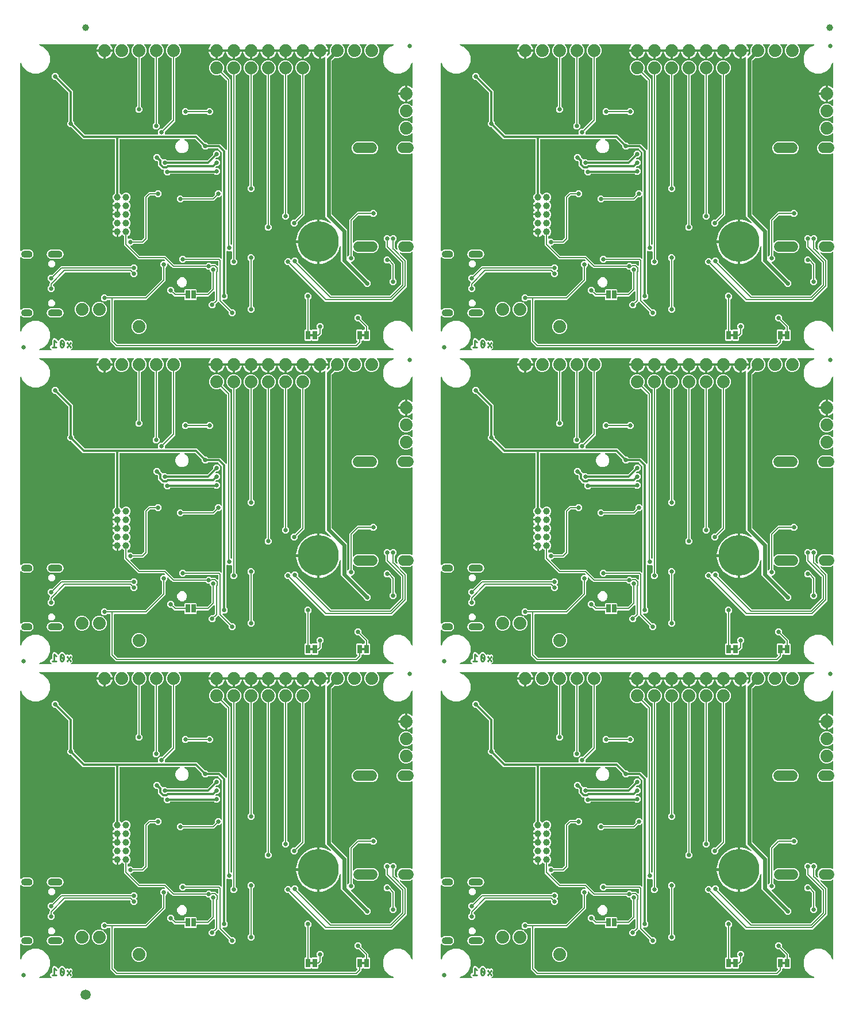
<source format=gbl>
G04 EAGLE Gerber RS-274X export*
G75*
%MOMM*%
%FSLAX34Y34*%
%LPD*%
%INBottom Copper*%
%IPPOS*%
%AMOC8*
5,1,8,0,0,1.08239X$1,22.5*%
G01*
%ADD10C,0.254000*%
%ADD11C,0.755600*%
%ADD12C,0.635000*%
%ADD13C,1.879600*%
%ADD14C,1.000000*%
%ADD15C,6.000000*%
%ADD16R,0.660400X1.270000*%
%ADD17R,0.635000X1.270000*%
%ADD18C,1.500000*%
%ADD19C,1.500000*%
%ADD20C,0.660400*%
%ADD21C,0.558800*%
%ADD22C,0.304800*%
%ADD23C,0.177800*%

G36*
X48268Y3056D02*
X48268Y3056D01*
X48319Y3055D01*
X48399Y3076D01*
X48480Y3089D01*
X48526Y3111D01*
X48576Y3125D01*
X48645Y3169D01*
X48719Y3204D01*
X48757Y3239D01*
X48800Y3267D01*
X48853Y3330D01*
X48913Y3386D01*
X48939Y3430D01*
X48972Y3470D01*
X49005Y3545D01*
X49045Y3616D01*
X49056Y3667D01*
X49077Y3714D01*
X49085Y3796D01*
X49103Y3876D01*
X49099Y3927D01*
X49104Y3979D01*
X49088Y4059D01*
X49081Y4141D01*
X49062Y4189D01*
X49052Y4239D01*
X49024Y4283D01*
X48982Y4388D01*
X48869Y4527D01*
X48845Y4565D01*
X47053Y6357D01*
X47053Y8883D01*
X48839Y10669D01*
X48987Y10669D01*
X49088Y10684D01*
X49191Y10692D01*
X49219Y10704D01*
X49250Y10709D01*
X49342Y10753D01*
X49437Y10791D01*
X49461Y10811D01*
X49489Y10824D01*
X49564Y10894D01*
X49644Y10959D01*
X49661Y10985D01*
X49683Y11006D01*
X49734Y11095D01*
X49791Y11180D01*
X49796Y11204D01*
X49815Y11236D01*
X49873Y11496D01*
X49870Y11534D01*
X49875Y11557D01*
X49875Y17562D01*
X49866Y17624D01*
X49870Y17660D01*
X49751Y18724D01*
X49791Y18784D01*
X49796Y18806D01*
X49813Y18836D01*
X49856Y19024D01*
X50614Y19782D01*
X50651Y19832D01*
X50679Y19855D01*
X51348Y20691D01*
X51419Y20705D01*
X51438Y20717D01*
X51471Y20726D01*
X51635Y20829D01*
X52706Y20829D01*
X52768Y20838D01*
X52804Y20834D01*
X53868Y20952D01*
X53928Y20913D01*
X53950Y20908D01*
X53980Y20890D01*
X54168Y20847D01*
X54925Y20090D01*
X54976Y20053D01*
X54999Y20024D01*
X58258Y17417D01*
X58364Y17356D01*
X58468Y17292D01*
X58479Y17289D01*
X58488Y17283D01*
X58607Y17256D01*
X58726Y17226D01*
X58737Y17227D01*
X58748Y17224D01*
X58869Y17234D01*
X58991Y17240D01*
X59002Y17244D01*
X59013Y17245D01*
X59126Y17289D01*
X59241Y17332D01*
X59249Y17338D01*
X59260Y17342D01*
X59355Y17419D01*
X59452Y17493D01*
X59457Y17501D01*
X59467Y17509D01*
X59616Y17729D01*
X59634Y17791D01*
X59653Y17822D01*
X60028Y18915D01*
X62707Y20829D01*
X66000Y20829D01*
X68679Y18915D01*
X69134Y17588D01*
X69167Y17525D01*
X69176Y17486D01*
X69307Y17218D01*
X69324Y17194D01*
X69334Y17166D01*
X69399Y17084D01*
X69458Y16999D01*
X69481Y16981D01*
X69499Y16958D01*
X69585Y16899D01*
X69667Y16834D01*
X69694Y16824D01*
X69719Y16807D01*
X69818Y16776D01*
X69915Y16739D01*
X69944Y16737D01*
X69973Y16729D01*
X70077Y16729D01*
X70180Y16722D01*
X70209Y16729D01*
X70238Y16729D01*
X70286Y16747D01*
X70439Y16783D01*
X70549Y16849D01*
X70598Y16868D01*
X71743Y17631D01*
X74466Y17086D01*
X74732Y17073D01*
X74783Y17086D01*
X74815Y17086D01*
X77539Y17631D01*
X79640Y16230D01*
X80136Y13753D01*
X78633Y11499D01*
X78607Y11444D01*
X78573Y11394D01*
X78551Y11324D01*
X78521Y11259D01*
X78512Y11198D01*
X78494Y11140D01*
X78494Y11067D01*
X78484Y10995D01*
X78494Y10935D01*
X78494Y10874D01*
X78512Y10829D01*
X78527Y10733D01*
X78621Y10545D01*
X78633Y10514D01*
X80136Y8260D01*
X79640Y5784D01*
X77979Y4676D01*
X77975Y4672D01*
X77969Y4670D01*
X77875Y4581D01*
X77782Y4497D01*
X77779Y4492D01*
X77775Y4488D01*
X77712Y4378D01*
X77647Y4268D01*
X77646Y4262D01*
X77643Y4258D01*
X77615Y4133D01*
X77586Y4009D01*
X77586Y4004D01*
X77585Y3998D01*
X77596Y3871D01*
X77604Y3744D01*
X77606Y3739D01*
X77607Y3733D01*
X77654Y3615D01*
X77700Y3496D01*
X77704Y3492D01*
X77706Y3486D01*
X77788Y3386D01*
X77865Y3288D01*
X77870Y3285D01*
X77873Y3280D01*
X77981Y3209D01*
X78084Y3138D01*
X78090Y3136D01*
X78095Y3133D01*
X78114Y3128D01*
X78338Y3059D01*
X78426Y3059D01*
X78471Y3049D01*
X552540Y3049D01*
X552631Y3063D01*
X552723Y3068D01*
X552762Y3082D01*
X552803Y3089D01*
X552886Y3129D01*
X552972Y3161D01*
X553005Y3186D01*
X553042Y3204D01*
X553109Y3267D01*
X553182Y3324D01*
X553206Y3358D01*
X553236Y3386D01*
X553282Y3466D01*
X553335Y3541D01*
X553348Y3581D01*
X553368Y3616D01*
X553388Y3706D01*
X553416Y3794D01*
X553417Y3836D01*
X553426Y3876D01*
X553418Y3968D01*
X553419Y4060D01*
X553408Y4100D01*
X553404Y4141D01*
X553370Y4227D01*
X553343Y4315D01*
X553321Y4349D01*
X553305Y4388D01*
X553247Y4459D01*
X553196Y4536D01*
X553170Y4554D01*
X553138Y4594D01*
X552917Y4741D01*
X552896Y4746D01*
X552880Y4758D01*
X546714Y7312D01*
X540712Y13314D01*
X537463Y21156D01*
X537463Y29644D01*
X540712Y37486D01*
X546714Y43488D01*
X554556Y46737D01*
X563044Y46737D01*
X570886Y43488D01*
X576888Y37486D01*
X579442Y31320D01*
X579490Y31241D01*
X579530Y31158D01*
X579558Y31128D01*
X579580Y31093D01*
X579649Y31031D01*
X579712Y30964D01*
X579748Y30943D01*
X579778Y30916D01*
X579862Y30878D01*
X579942Y30832D01*
X579983Y30823D01*
X580020Y30806D01*
X580112Y30794D01*
X580202Y30774D01*
X580243Y30777D01*
X580284Y30772D01*
X580375Y30788D01*
X580467Y30796D01*
X580505Y30811D01*
X580546Y30818D01*
X580628Y30860D01*
X580714Y30895D01*
X580746Y30921D01*
X580782Y30940D01*
X580848Y31004D01*
X580920Y31062D01*
X580943Y31097D01*
X580972Y31125D01*
X581016Y31207D01*
X581067Y31283D01*
X581074Y31314D01*
X581099Y31359D01*
X581150Y31620D01*
X581147Y31640D01*
X581151Y31660D01*
X581151Y147110D01*
X581150Y147120D01*
X581151Y147131D01*
X581130Y147251D01*
X581111Y147373D01*
X581107Y147382D01*
X581105Y147392D01*
X581049Y147501D01*
X580996Y147612D01*
X580989Y147620D01*
X580984Y147629D01*
X580898Y147716D01*
X580814Y147806D01*
X580805Y147811D01*
X580798Y147819D01*
X580690Y147877D01*
X580584Y147938D01*
X580573Y147940D01*
X580564Y147945D01*
X580444Y147969D01*
X580324Y147996D01*
X580314Y147995D01*
X580303Y147997D01*
X580273Y147992D01*
X580059Y147974D01*
X579971Y147939D01*
X579923Y147930D01*
X577246Y146821D01*
X565254Y146821D01*
X563486Y147554D01*
X563396Y147576D01*
X563309Y147606D01*
X563267Y147608D01*
X563227Y147618D01*
X563135Y147612D01*
X563043Y147616D01*
X563003Y147605D01*
X562962Y147602D01*
X562876Y147570D01*
X562786Y147546D01*
X562752Y147524D01*
X562713Y147509D01*
X562640Y147453D01*
X562562Y147403D01*
X562535Y147372D01*
X562503Y147347D01*
X562450Y147271D01*
X562390Y147201D01*
X562374Y147163D01*
X562350Y147129D01*
X562322Y147041D01*
X562286Y146956D01*
X562281Y146915D01*
X562269Y146876D01*
X562268Y146784D01*
X562258Y146692D01*
X562266Y146651D01*
X562266Y146610D01*
X562292Y146522D01*
X562310Y146431D01*
X562327Y146405D01*
X562342Y146355D01*
X562490Y146134D01*
X562506Y146123D01*
X562517Y146105D01*
X572898Y135725D01*
X572898Y96685D01*
X551015Y74802D01*
X452285Y74802D01*
X399078Y128009D01*
X399061Y128022D01*
X399048Y128038D01*
X398954Y128100D01*
X398864Y128167D01*
X398844Y128174D01*
X398827Y128185D01*
X398782Y128195D01*
X398613Y128254D01*
X398500Y128258D01*
X398450Y128269D01*
X395405Y128269D01*
X392429Y131245D01*
X392429Y135455D01*
X395405Y138431D01*
X399615Y138431D01*
X401327Y136718D01*
X401410Y136657D01*
X401488Y136591D01*
X401516Y136579D01*
X401541Y136561D01*
X401638Y136527D01*
X401732Y136487D01*
X401763Y136483D01*
X401792Y136473D01*
X401894Y136470D01*
X401997Y136459D01*
X402027Y136465D01*
X402058Y136464D01*
X402157Y136491D01*
X402257Y136511D01*
X402277Y136524D01*
X402314Y136534D01*
X402538Y136677D01*
X402563Y136705D01*
X402583Y136718D01*
X405565Y139701D01*
X409775Y139701D01*
X412751Y136725D01*
X412751Y132410D01*
X412754Y132389D01*
X412752Y132368D01*
X412774Y132258D01*
X412791Y132147D01*
X412800Y132128D01*
X412804Y132108D01*
X412828Y132069D01*
X412906Y131908D01*
X412983Y131825D01*
X413011Y131782D01*
X460585Y84208D01*
X460602Y84195D01*
X460615Y84179D01*
X460709Y84117D01*
X460799Y84050D01*
X460819Y84043D01*
X460836Y84032D01*
X460881Y84022D01*
X461050Y83963D01*
X461163Y83959D01*
X461213Y83948D01*
X547167Y83948D01*
X547188Y83951D01*
X547209Y83949D01*
X547319Y83971D01*
X547430Y83988D01*
X547449Y83997D01*
X547469Y84001D01*
X547508Y84025D01*
X547669Y84103D01*
X547752Y84180D01*
X547795Y84208D01*
X563492Y99905D01*
X563505Y99922D01*
X563521Y99935D01*
X563583Y100029D01*
X563650Y100119D01*
X563657Y100139D01*
X563668Y100156D01*
X563678Y100201D01*
X563737Y100370D01*
X563741Y100483D01*
X563752Y100533D01*
X563752Y131826D01*
X563749Y131847D01*
X563751Y131868D01*
X563729Y131978D01*
X563712Y132089D01*
X563703Y132108D01*
X563699Y132128D01*
X563675Y132167D01*
X563597Y132328D01*
X563520Y132411D01*
X563492Y132454D01*
X545230Y150717D01*
X540892Y155054D01*
X540892Y162755D01*
X540889Y162775D01*
X540891Y162796D01*
X540869Y162907D01*
X540852Y163017D01*
X540843Y163036D01*
X540839Y163057D01*
X540815Y163095D01*
X540737Y163257D01*
X540660Y163339D01*
X540632Y163383D01*
X538479Y165535D01*
X538479Y169745D01*
X541455Y172721D01*
X545665Y172721D01*
X547377Y171008D01*
X547460Y170947D01*
X547538Y170881D01*
X547566Y170869D01*
X547591Y170851D01*
X547688Y170817D01*
X547782Y170777D01*
X547813Y170773D01*
X547842Y170763D01*
X547944Y170760D01*
X548047Y170749D01*
X548077Y170755D01*
X548108Y170754D01*
X548207Y170781D01*
X548307Y170801D01*
X548327Y170814D01*
X548364Y170824D01*
X548588Y170967D01*
X548613Y170995D01*
X548633Y171008D01*
X550345Y172721D01*
X554555Y172721D01*
X557531Y169745D01*
X557531Y165535D01*
X555378Y163383D01*
X555365Y163366D01*
X555349Y163352D01*
X555287Y163259D01*
X555220Y163169D01*
X555213Y163149D01*
X555202Y163131D01*
X555192Y163087D01*
X555133Y162918D01*
X555129Y162805D01*
X555118Y162755D01*
X555118Y153873D01*
X555121Y153852D01*
X555119Y153831D01*
X555141Y153721D01*
X555158Y153610D01*
X555167Y153591D01*
X555171Y153571D01*
X555195Y153532D01*
X555273Y153371D01*
X555350Y153288D01*
X555378Y153245D01*
X556648Y151975D01*
X557105Y151518D01*
X557179Y151463D01*
X557249Y151401D01*
X557286Y151384D01*
X557319Y151360D01*
X557406Y151329D01*
X557490Y151291D01*
X557531Y151286D01*
X557570Y151272D01*
X557663Y151269D01*
X557754Y151258D01*
X557795Y151265D01*
X557836Y151263D01*
X557925Y151288D01*
X558016Y151304D01*
X558053Y151322D01*
X558092Y151333D01*
X558170Y151383D01*
X558253Y151425D01*
X558282Y151454D01*
X558317Y151476D01*
X558376Y151546D01*
X558443Y151611D01*
X558462Y151647D01*
X558489Y151678D01*
X558525Y151763D01*
X558569Y151845D01*
X558577Y151885D01*
X558593Y151923D01*
X558603Y152015D01*
X558621Y152105D01*
X558615Y152136D01*
X558621Y152187D01*
X558569Y152448D01*
X558558Y152465D01*
X558554Y152486D01*
X557821Y154254D01*
X557821Y157946D01*
X559234Y161356D01*
X561844Y163966D01*
X565254Y165379D01*
X577246Y165379D01*
X579923Y164270D01*
X579933Y164267D01*
X579942Y164262D01*
X580062Y164235D01*
X580181Y164206D01*
X580192Y164206D01*
X580202Y164204D01*
X580324Y164214D01*
X580447Y164221D01*
X580456Y164225D01*
X580467Y164226D01*
X580581Y164271D01*
X580695Y164314D01*
X580704Y164321D01*
X580714Y164325D01*
X580809Y164402D01*
X580906Y164477D01*
X580912Y164486D01*
X580920Y164492D01*
X580988Y164595D01*
X581058Y164695D01*
X581062Y164705D01*
X581067Y164713D01*
X581074Y164744D01*
X581140Y164948D01*
X581141Y165043D01*
X581151Y165090D01*
X581151Y292234D01*
X581150Y292244D01*
X581151Y292255D01*
X581130Y292375D01*
X581111Y292497D01*
X581107Y292506D01*
X581105Y292517D01*
X581049Y292625D01*
X580996Y292736D01*
X580989Y292744D01*
X580984Y292753D01*
X580898Y292841D01*
X580814Y292930D01*
X580805Y292936D01*
X580798Y292943D01*
X580690Y293002D01*
X580584Y293062D01*
X580573Y293065D01*
X580564Y293070D01*
X580444Y293094D01*
X580324Y293120D01*
X580314Y293119D01*
X580303Y293121D01*
X580273Y293116D01*
X580059Y293098D01*
X579971Y293063D01*
X579923Y293055D01*
X576946Y291821D01*
X564954Y291821D01*
X561544Y293234D01*
X558934Y295844D01*
X557521Y299254D01*
X557521Y302946D01*
X558934Y306356D01*
X561544Y308966D01*
X564954Y310379D01*
X576946Y310379D01*
X579923Y309145D01*
X579933Y309143D01*
X579942Y309138D01*
X580062Y309111D01*
X580181Y309082D01*
X580192Y309082D01*
X580202Y309080D01*
X580324Y309090D01*
X580447Y309097D01*
X580456Y309101D01*
X580467Y309102D01*
X580581Y309147D01*
X580695Y309190D01*
X580704Y309197D01*
X580714Y309201D01*
X580809Y309278D01*
X580906Y309353D01*
X580912Y309361D01*
X580920Y309368D01*
X580988Y309470D01*
X581058Y309570D01*
X581062Y309580D01*
X581067Y309589D01*
X581074Y309620D01*
X581140Y309824D01*
X581141Y309919D01*
X581151Y309966D01*
X581151Y321901D01*
X581144Y321952D01*
X581145Y322003D01*
X581124Y322082D01*
X581111Y322163D01*
X581089Y322210D01*
X581075Y322260D01*
X581031Y322329D01*
X580996Y322403D01*
X580961Y322440D01*
X580933Y322484D01*
X580870Y322537D01*
X580814Y322597D01*
X580770Y322623D01*
X580730Y322656D01*
X580655Y322688D01*
X580584Y322729D01*
X580533Y322740D01*
X580486Y322760D01*
X580404Y322769D01*
X580324Y322787D01*
X580273Y322783D01*
X580221Y322788D01*
X580141Y322772D01*
X580059Y322765D01*
X580011Y322746D01*
X579961Y322736D01*
X579917Y322708D01*
X579812Y322666D01*
X579673Y322553D01*
X579635Y322529D01*
X577831Y320725D01*
X573723Y319023D01*
X569277Y319023D01*
X565169Y320725D01*
X562025Y323869D01*
X560323Y327977D01*
X560323Y332423D01*
X562025Y336531D01*
X565169Y339675D01*
X569277Y341377D01*
X573723Y341377D01*
X577831Y339675D01*
X579635Y337871D01*
X579676Y337841D01*
X579712Y337803D01*
X579783Y337762D01*
X579849Y337714D01*
X579898Y337697D01*
X579942Y337671D01*
X580022Y337653D01*
X580100Y337626D01*
X580152Y337624D01*
X580202Y337613D01*
X580284Y337620D01*
X580366Y337617D01*
X580415Y337631D01*
X580467Y337635D01*
X580543Y337665D01*
X580622Y337687D01*
X580666Y337715D01*
X580714Y337734D01*
X580777Y337786D01*
X580846Y337830D01*
X580880Y337869D01*
X580920Y337901D01*
X580965Y337970D01*
X581018Y338032D01*
X581039Y338080D01*
X581067Y338123D01*
X581079Y338173D01*
X581123Y338277D01*
X581141Y338455D01*
X581151Y338499D01*
X581151Y347301D01*
X581144Y347352D01*
X581145Y347403D01*
X581124Y347482D01*
X581111Y347563D01*
X581089Y347610D01*
X581075Y347660D01*
X581031Y347729D01*
X580996Y347803D01*
X580961Y347840D01*
X580933Y347884D01*
X580870Y347937D01*
X580814Y347997D01*
X580770Y348023D01*
X580730Y348056D01*
X580655Y348088D01*
X580584Y348129D01*
X580533Y348140D01*
X580486Y348160D01*
X580404Y348169D01*
X580324Y348187D01*
X580273Y348183D01*
X580221Y348188D01*
X580141Y348172D01*
X580059Y348165D01*
X580011Y348146D01*
X579961Y348136D01*
X579917Y348108D01*
X579812Y348066D01*
X579673Y347953D01*
X579635Y347929D01*
X577831Y346125D01*
X573723Y344423D01*
X569277Y344423D01*
X565169Y346125D01*
X562025Y349269D01*
X560323Y353377D01*
X560323Y357823D01*
X562025Y361931D01*
X565169Y365075D01*
X569277Y366777D01*
X573723Y366777D01*
X577831Y365075D01*
X579635Y363271D01*
X579676Y363241D01*
X579712Y363203D01*
X579783Y363162D01*
X579849Y363114D01*
X579898Y363097D01*
X579942Y363071D01*
X580022Y363053D01*
X580100Y363026D01*
X580152Y363024D01*
X580202Y363013D01*
X580284Y363020D01*
X580366Y363017D01*
X580415Y363031D01*
X580467Y363035D01*
X580543Y363065D01*
X580622Y363087D01*
X580666Y363115D01*
X580714Y363134D01*
X580777Y363186D01*
X580846Y363230D01*
X580880Y363269D01*
X580920Y363301D01*
X580965Y363370D01*
X581018Y363432D01*
X581039Y363480D01*
X581067Y363523D01*
X581079Y363573D01*
X581123Y363677D01*
X581141Y363855D01*
X581151Y363899D01*
X581151Y371623D01*
X581144Y371674D01*
X581145Y371726D01*
X581124Y371805D01*
X581111Y371886D01*
X581089Y371932D01*
X581075Y371982D01*
X581032Y372051D01*
X580996Y372125D01*
X580960Y372163D01*
X580933Y372206D01*
X580870Y372259D01*
X580814Y372319D01*
X580769Y372345D01*
X580730Y372378D01*
X580655Y372411D01*
X580584Y372451D01*
X580533Y372463D01*
X580486Y372483D01*
X580404Y372491D01*
X580324Y372509D01*
X580273Y372505D01*
X580221Y372510D01*
X580141Y372494D01*
X580059Y372487D01*
X580011Y372468D01*
X579961Y372458D01*
X579917Y372430D01*
X579812Y372388D01*
X579673Y372275D01*
X579635Y372251D01*
X579278Y371894D01*
X577757Y370789D01*
X576083Y369936D01*
X574296Y369355D01*
X573277Y369194D01*
X573277Y380111D01*
X573262Y380212D01*
X573253Y380315D01*
X573242Y380343D01*
X573237Y380374D01*
X573193Y380466D01*
X573154Y380561D01*
X573135Y380585D01*
X573122Y380613D01*
X573052Y380688D01*
X572987Y380768D01*
X572961Y380785D01*
X572940Y380807D01*
X572851Y380858D01*
X572766Y380915D01*
X572742Y380920D01*
X572710Y380939D01*
X572450Y380997D01*
X572412Y380994D01*
X572389Y380999D01*
X571499Y380999D01*
X571499Y381001D01*
X572389Y381001D01*
X572490Y381016D01*
X572593Y381025D01*
X572621Y381036D01*
X572652Y381041D01*
X572744Y381085D01*
X572839Y381124D01*
X572863Y381143D01*
X572891Y381156D01*
X572966Y381226D01*
X573046Y381291D01*
X573063Y381317D01*
X573085Y381338D01*
X573136Y381427D01*
X573193Y381512D01*
X573199Y381536D01*
X573217Y381569D01*
X573275Y381828D01*
X573272Y381866D01*
X573277Y381889D01*
X573277Y392806D01*
X574296Y392645D01*
X576083Y392064D01*
X577757Y391211D01*
X579278Y390106D01*
X579635Y389749D01*
X579676Y389718D01*
X579712Y389681D01*
X579783Y389640D01*
X579849Y389591D01*
X579898Y389574D01*
X579942Y389549D01*
X580022Y389531D01*
X580100Y389504D01*
X580152Y389502D01*
X580202Y389491D01*
X580284Y389498D01*
X580366Y389495D01*
X580415Y389508D01*
X580467Y389513D01*
X580543Y389543D01*
X580622Y389565D01*
X580666Y389592D01*
X580714Y389612D01*
X580777Y389663D01*
X580846Y389707D01*
X580880Y389747D01*
X580920Y389779D01*
X580965Y389847D01*
X581018Y389910D01*
X581039Y389957D01*
X581067Y390000D01*
X581079Y390051D01*
X581123Y390154D01*
X581141Y390333D01*
X581151Y390377D01*
X581151Y425540D01*
X581137Y425631D01*
X581132Y425723D01*
X581118Y425762D01*
X581111Y425803D01*
X581071Y425886D01*
X581039Y425972D01*
X581014Y426005D01*
X580996Y426042D01*
X580933Y426109D01*
X580876Y426182D01*
X580842Y426206D01*
X580814Y426236D01*
X580734Y426282D01*
X580659Y426335D01*
X580619Y426348D01*
X580584Y426368D01*
X580494Y426388D01*
X580406Y426416D01*
X580364Y426417D01*
X580324Y426426D01*
X580232Y426418D01*
X580140Y426419D01*
X580100Y426408D01*
X580059Y426404D01*
X579973Y426370D01*
X579885Y426343D01*
X579851Y426321D01*
X579812Y426305D01*
X579741Y426247D01*
X579664Y426196D01*
X579646Y426170D01*
X579606Y426138D01*
X579459Y425917D01*
X579454Y425896D01*
X579442Y425880D01*
X576888Y419714D01*
X570886Y413712D01*
X563044Y410463D01*
X554556Y410463D01*
X546714Y413712D01*
X540712Y419714D01*
X537463Y427556D01*
X537463Y436044D01*
X540712Y443886D01*
X546714Y449888D01*
X552880Y452442D01*
X552959Y452490D01*
X553042Y452530D01*
X553072Y452558D01*
X553107Y452580D01*
X553169Y452649D01*
X553236Y452712D01*
X553257Y452748D01*
X553284Y452778D01*
X553322Y452862D01*
X553368Y452942D01*
X553377Y452983D01*
X553394Y453020D01*
X553406Y453112D01*
X553426Y453202D01*
X553423Y453243D01*
X553428Y453284D01*
X553412Y453375D01*
X553404Y453467D01*
X553389Y453505D01*
X553382Y453546D01*
X553340Y453628D01*
X553305Y453714D01*
X553279Y453746D01*
X553260Y453782D01*
X553196Y453848D01*
X553138Y453920D01*
X553103Y453943D01*
X553075Y453972D01*
X552993Y454016D01*
X552917Y454067D01*
X552886Y454074D01*
X552841Y454099D01*
X552580Y454150D01*
X552560Y454147D01*
X552540Y454151D01*
X528999Y454151D01*
X528948Y454144D01*
X528897Y454145D01*
X528818Y454124D01*
X528737Y454111D01*
X528690Y454089D01*
X528640Y454075D01*
X528571Y454031D01*
X528497Y453996D01*
X528460Y453961D01*
X528416Y453933D01*
X528363Y453870D01*
X528303Y453814D01*
X528277Y453770D01*
X528244Y453730D01*
X528212Y453655D01*
X528171Y453584D01*
X528160Y453533D01*
X528140Y453486D01*
X528131Y453404D01*
X528113Y453324D01*
X528117Y453273D01*
X528112Y453221D01*
X528128Y453141D01*
X528135Y453059D01*
X528154Y453011D01*
X528164Y452961D01*
X528192Y452917D01*
X528234Y452812D01*
X528347Y452673D01*
X528371Y452635D01*
X530175Y450831D01*
X531877Y446723D01*
X531877Y442277D01*
X530175Y438169D01*
X527031Y435025D01*
X522923Y433323D01*
X518477Y433323D01*
X514369Y435025D01*
X511225Y438169D01*
X509523Y442277D01*
X509523Y446723D01*
X511225Y450831D01*
X513029Y452635D01*
X513059Y452676D01*
X513097Y452712D01*
X513138Y452783D01*
X513186Y452849D01*
X513203Y452898D01*
X513229Y452942D01*
X513247Y453022D01*
X513274Y453100D01*
X513276Y453152D01*
X513287Y453202D01*
X513280Y453284D01*
X513283Y453366D01*
X513269Y453415D01*
X513265Y453467D01*
X513235Y453543D01*
X513213Y453622D01*
X513185Y453666D01*
X513166Y453714D01*
X513114Y453777D01*
X513070Y453846D01*
X513031Y453880D01*
X512999Y453920D01*
X512930Y453965D01*
X512868Y454018D01*
X512820Y454039D01*
X512777Y454067D01*
X512727Y454079D01*
X512623Y454123D01*
X512445Y454141D01*
X512401Y454151D01*
X503599Y454151D01*
X503548Y454144D01*
X503497Y454145D01*
X503418Y454124D01*
X503337Y454111D01*
X503290Y454089D01*
X503240Y454075D01*
X503171Y454031D01*
X503097Y453996D01*
X503060Y453961D01*
X503016Y453933D01*
X502963Y453870D01*
X502903Y453814D01*
X502877Y453770D01*
X502844Y453730D01*
X502812Y453655D01*
X502771Y453584D01*
X502760Y453533D01*
X502740Y453486D01*
X502731Y453404D01*
X502713Y453324D01*
X502717Y453273D01*
X502712Y453221D01*
X502728Y453141D01*
X502735Y453059D01*
X502754Y453011D01*
X502764Y452961D01*
X502792Y452917D01*
X502834Y452812D01*
X502947Y452673D01*
X502971Y452635D01*
X504775Y450831D01*
X506477Y446723D01*
X506477Y442277D01*
X504775Y438169D01*
X501631Y435025D01*
X497523Y433323D01*
X493077Y433323D01*
X488969Y435025D01*
X485825Y438169D01*
X484123Y442277D01*
X484123Y446723D01*
X485825Y450831D01*
X487629Y452635D01*
X487659Y452676D01*
X487697Y452712D01*
X487738Y452783D01*
X487786Y452849D01*
X487803Y452898D01*
X487829Y452942D01*
X487847Y453022D01*
X487874Y453100D01*
X487876Y453152D01*
X487887Y453202D01*
X487880Y453284D01*
X487883Y453366D01*
X487869Y453415D01*
X487865Y453467D01*
X487835Y453543D01*
X487813Y453622D01*
X487785Y453666D01*
X487766Y453714D01*
X487714Y453777D01*
X487670Y453846D01*
X487631Y453880D01*
X487599Y453920D01*
X487530Y453965D01*
X487468Y454018D01*
X487420Y454039D01*
X487377Y454067D01*
X487327Y454079D01*
X487223Y454123D01*
X487045Y454141D01*
X487001Y454151D01*
X478199Y454151D01*
X478148Y454144D01*
X478097Y454145D01*
X478018Y454124D01*
X477937Y454111D01*
X477890Y454089D01*
X477840Y454075D01*
X477771Y454031D01*
X477697Y453996D01*
X477660Y453961D01*
X477616Y453933D01*
X477563Y453870D01*
X477503Y453814D01*
X477477Y453770D01*
X477444Y453730D01*
X477412Y453655D01*
X477371Y453584D01*
X477360Y453533D01*
X477340Y453486D01*
X477331Y453404D01*
X477313Y453324D01*
X477317Y453273D01*
X477312Y453221D01*
X477328Y453141D01*
X477335Y453059D01*
X477354Y453011D01*
X477364Y452961D01*
X477392Y452917D01*
X477434Y452812D01*
X477547Y452673D01*
X477571Y452635D01*
X479375Y450831D01*
X481077Y446723D01*
X481077Y442277D01*
X479375Y438169D01*
X476231Y435025D01*
X472123Y433323D01*
X467677Y433323D01*
X466467Y433824D01*
X466407Y433839D01*
X466350Y433864D01*
X466278Y433871D01*
X466209Y433888D01*
X466147Y433885D01*
X466085Y433891D01*
X466015Y433877D01*
X465943Y433873D01*
X465885Y433851D01*
X465824Y433839D01*
X465784Y433813D01*
X465694Y433780D01*
X465587Y433697D01*
X465583Y433694D01*
X465575Y433687D01*
X465525Y433649D01*
X465499Y433632D01*
X462033Y430166D01*
X462020Y430149D01*
X462004Y430136D01*
X461942Y430042D01*
X461875Y429952D01*
X461868Y429932D01*
X461857Y429915D01*
X461847Y429870D01*
X461788Y429701D01*
X461784Y429588D01*
X461773Y429538D01*
X461773Y204024D01*
X461776Y204004D01*
X461774Y203983D01*
X461796Y203872D01*
X461813Y203762D01*
X461822Y203743D01*
X461826Y203722D01*
X461850Y203683D01*
X461928Y203522D01*
X462005Y203440D01*
X462033Y203396D01*
X484655Y180775D01*
X484655Y142194D01*
X484662Y142143D01*
X484661Y142092D01*
X484682Y142013D01*
X484695Y141932D01*
X484717Y141885D01*
X484731Y141835D01*
X484775Y141766D01*
X484810Y141692D01*
X484845Y141655D01*
X484873Y141611D01*
X484936Y141558D01*
X484992Y141498D01*
X485036Y141472D01*
X485076Y141439D01*
X485151Y141407D01*
X485222Y141366D01*
X485273Y141355D01*
X485320Y141335D01*
X485402Y141326D01*
X485482Y141308D01*
X485533Y141312D01*
X485585Y141307D01*
X485665Y141323D01*
X485747Y141330D01*
X485795Y141349D01*
X485845Y141359D01*
X485889Y141387D01*
X485994Y141429D01*
X486133Y141542D01*
X486171Y141566D01*
X487292Y142687D01*
X487305Y142704D01*
X487321Y142718D01*
X487383Y142811D01*
X487450Y142901D01*
X487457Y142921D01*
X487468Y142939D01*
X487478Y142983D01*
X487537Y143152D01*
X487541Y143265D01*
X487552Y143315D01*
X487552Y195415D01*
X499275Y207138D01*
X518355Y207138D01*
X518375Y207141D01*
X518396Y207139D01*
X518507Y207161D01*
X518617Y207178D01*
X518636Y207187D01*
X518657Y207191D01*
X518695Y207215D01*
X518857Y207293D01*
X518939Y207370D01*
X518983Y207398D01*
X521135Y209551D01*
X525345Y209551D01*
X528321Y206575D01*
X528321Y202365D01*
X525345Y199389D01*
X521135Y199389D01*
X518983Y201542D01*
X518966Y201555D01*
X518952Y201571D01*
X518859Y201633D01*
X518769Y201700D01*
X518749Y201707D01*
X518731Y201718D01*
X518687Y201728D01*
X518518Y201787D01*
X518405Y201791D01*
X518355Y201802D01*
X501853Y201802D01*
X501832Y201799D01*
X501811Y201801D01*
X501701Y201779D01*
X501590Y201762D01*
X501571Y201753D01*
X501551Y201749D01*
X501512Y201725D01*
X501351Y201647D01*
X501268Y201570D01*
X501225Y201542D01*
X493148Y193465D01*
X493135Y193448D01*
X493119Y193435D01*
X493057Y193341D01*
X492990Y193251D01*
X492983Y193231D01*
X492972Y193214D01*
X492962Y193169D01*
X492903Y193000D01*
X492899Y192887D01*
X492888Y192837D01*
X492888Y162904D01*
X492895Y162853D01*
X492894Y162802D01*
X492911Y162739D01*
X492911Y162730D01*
X492916Y162719D01*
X492928Y162641D01*
X492950Y162595D01*
X492964Y162545D01*
X493008Y162476D01*
X493043Y162402D01*
X493078Y162364D01*
X493106Y162321D01*
X493169Y162268D01*
X493225Y162208D01*
X493269Y162182D01*
X493309Y162149D01*
X493384Y162117D01*
X493455Y162076D01*
X493506Y162065D01*
X493553Y162044D01*
X493635Y162036D01*
X493715Y162018D01*
X493766Y162022D01*
X493818Y162017D01*
X493898Y162033D01*
X493980Y162040D01*
X494028Y162059D01*
X494078Y162069D01*
X494122Y162097D01*
X494227Y162139D01*
X494297Y162196D01*
X494308Y162201D01*
X494337Y162228D01*
X494366Y162252D01*
X494404Y162276D01*
X496094Y163966D01*
X499504Y165379D01*
X523196Y165379D01*
X526606Y163966D01*
X529216Y161356D01*
X530629Y157946D01*
X530629Y154254D01*
X529216Y150844D01*
X526606Y148234D01*
X523196Y146821D01*
X499504Y146821D01*
X496094Y148234D01*
X494404Y149924D01*
X494363Y149954D01*
X494327Y149992D01*
X494256Y150033D01*
X494190Y150082D01*
X494141Y150099D01*
X494097Y150124D01*
X494017Y150142D01*
X493939Y150169D01*
X493887Y150171D01*
X493837Y150182D01*
X493755Y150175D01*
X493673Y150178D01*
X493624Y150164D01*
X493572Y150160D01*
X493496Y150130D01*
X493417Y150108D01*
X493373Y150081D01*
X493325Y150061D01*
X493262Y150009D01*
X493193Y149966D01*
X493159Y149926D01*
X493119Y149894D01*
X493074Y149825D01*
X493021Y149763D01*
X493000Y149716D01*
X492972Y149673D01*
X492960Y149622D01*
X492916Y149519D01*
X492898Y149340D01*
X492888Y149296D01*
X492888Y143315D01*
X492891Y143295D01*
X492889Y143274D01*
X492911Y143163D01*
X492928Y143053D01*
X492937Y143034D01*
X492941Y143013D01*
X492965Y142975D01*
X493043Y142813D01*
X493120Y142731D01*
X493148Y142687D01*
X495301Y140535D01*
X495301Y136325D01*
X492325Y133349D01*
X491212Y133349D01*
X491161Y133342D01*
X491109Y133343D01*
X491030Y133322D01*
X490949Y133309D01*
X490903Y133287D01*
X490853Y133273D01*
X490784Y133229D01*
X490710Y133194D01*
X490672Y133159D01*
X490629Y133131D01*
X490575Y133068D01*
X490516Y133012D01*
X490490Y132968D01*
X490456Y132928D01*
X490424Y132853D01*
X490384Y132782D01*
X490372Y132731D01*
X490352Y132684D01*
X490344Y132602D01*
X490326Y132522D01*
X490330Y132471D01*
X490325Y132419D01*
X490341Y132339D01*
X490347Y132257D01*
X490367Y132209D01*
X490377Y132159D01*
X490404Y132115D01*
X490446Y132010D01*
X490559Y131871D01*
X490584Y131833D01*
X515476Y106941D01*
X515493Y106928D01*
X515506Y106912D01*
X515600Y106850D01*
X515690Y106783D01*
X515710Y106776D01*
X515727Y106765D01*
X515772Y106755D01*
X515941Y106696D01*
X516054Y106692D01*
X516104Y106681D01*
X516455Y106681D01*
X519431Y103705D01*
X519431Y99495D01*
X516455Y96519D01*
X512245Y96519D01*
X509269Y99495D01*
X509269Y99846D01*
X509266Y99867D01*
X509268Y99888D01*
X509246Y99998D01*
X509229Y100109D01*
X509220Y100128D01*
X509216Y100148D01*
X509192Y100187D01*
X509114Y100348D01*
X509037Y100431D01*
X509009Y100474D01*
X475509Y133974D01*
X475509Y155646D01*
X475502Y155692D01*
X475504Y155738D01*
X475483Y155822D01*
X475469Y155908D01*
X475449Y155950D01*
X475438Y155995D01*
X475392Y156069D01*
X475354Y156148D01*
X475322Y156182D01*
X475298Y156221D01*
X475232Y156278D01*
X475172Y156342D01*
X475132Y156365D01*
X475097Y156396D01*
X475017Y156431D01*
X474942Y156474D01*
X474896Y156484D01*
X474854Y156503D01*
X474767Y156513D01*
X474682Y156532D01*
X474636Y156528D01*
X474590Y156533D01*
X474504Y156517D01*
X474417Y156510D01*
X474374Y156493D01*
X474328Y156484D01*
X474251Y156444D01*
X474170Y156411D01*
X474134Y156382D01*
X474093Y156360D01*
X474032Y156299D01*
X473964Y156244D01*
X473938Y156205D01*
X473906Y156172D01*
X473884Y156124D01*
X473817Y156022D01*
X473793Y155917D01*
X473750Y155819D01*
X473604Y155084D01*
X472675Y152024D01*
X471452Y149070D01*
X469945Y146251D01*
X468168Y143592D01*
X466140Y141121D01*
X463879Y138860D01*
X461408Y136832D01*
X458749Y135055D01*
X455930Y133548D01*
X452976Y132325D01*
X449916Y131396D01*
X446780Y130773D01*
X443777Y130477D01*
X443777Y162111D01*
X443762Y162212D01*
X443753Y162315D01*
X443742Y162343D01*
X443737Y162374D01*
X443693Y162466D01*
X443654Y162561D01*
X443635Y162585D01*
X443622Y162613D01*
X443552Y162688D01*
X443487Y162768D01*
X443461Y162785D01*
X443440Y162807D01*
X443351Y162858D01*
X443266Y162915D01*
X443242Y162920D01*
X443210Y162939D01*
X442950Y162997D01*
X442912Y162994D01*
X442889Y162999D01*
X441999Y162999D01*
X441999Y163001D01*
X442889Y163001D01*
X442990Y163016D01*
X443093Y163025D01*
X443121Y163036D01*
X443152Y163041D01*
X443244Y163085D01*
X443339Y163124D01*
X443363Y163143D01*
X443391Y163156D01*
X443466Y163226D01*
X443546Y163291D01*
X443563Y163317D01*
X443585Y163338D01*
X443636Y163427D01*
X443693Y163512D01*
X443699Y163536D01*
X443717Y163569D01*
X443775Y163828D01*
X443772Y163866D01*
X443777Y163889D01*
X443777Y195523D01*
X446780Y195227D01*
X449916Y194604D01*
X452976Y193675D01*
X455930Y192452D01*
X458749Y190945D01*
X459693Y190314D01*
X459735Y190294D01*
X459773Y190267D01*
X459855Y190238D01*
X459934Y190201D01*
X459980Y190195D01*
X460024Y190180D01*
X460111Y190177D01*
X460197Y190164D01*
X460243Y190172D01*
X460289Y190170D01*
X460374Y190193D01*
X460460Y190207D01*
X460501Y190228D01*
X460546Y190240D01*
X460619Y190287D01*
X460697Y190326D01*
X460731Y190358D01*
X460770Y190383D01*
X460827Y190449D01*
X460890Y190510D01*
X460912Y190550D01*
X460942Y190585D01*
X460977Y190666D01*
X461019Y190742D01*
X461028Y190787D01*
X461047Y190830D01*
X461056Y190917D01*
X461074Y191002D01*
X461069Y191048D01*
X461074Y191094D01*
X461057Y191180D01*
X461049Y191267D01*
X461031Y191309D01*
X461022Y191355D01*
X460994Y191399D01*
X460947Y191512D01*
X460873Y191590D01*
X460815Y191681D01*
X455566Y196930D01*
X452627Y199868D01*
X452627Y433904D01*
X452610Y434018D01*
X452598Y434132D01*
X452590Y434149D01*
X452587Y434167D01*
X452538Y434270D01*
X452492Y434376D01*
X452480Y434390D01*
X452472Y434407D01*
X452393Y434491D01*
X452319Y434578D01*
X452303Y434587D01*
X452290Y434601D01*
X452191Y434658D01*
X452093Y434719D01*
X452076Y434724D01*
X452060Y434733D01*
X451948Y434758D01*
X451837Y434787D01*
X451818Y434787D01*
X451800Y434791D01*
X451686Y434781D01*
X451571Y434777D01*
X451557Y434771D01*
X451535Y434769D01*
X451288Y434670D01*
X451247Y434636D01*
X451217Y434623D01*
X450757Y434289D01*
X449083Y433436D01*
X447296Y432855D01*
X446277Y432694D01*
X446277Y442723D01*
X456306Y442723D01*
X456145Y441704D01*
X455564Y439917D01*
X454696Y438214D01*
X454656Y438094D01*
X454614Y437974D01*
X454614Y437967D01*
X454612Y437962D01*
X454610Y437835D01*
X454605Y437708D01*
X454607Y437702D01*
X454607Y437696D01*
X454642Y437574D01*
X454675Y437452D01*
X454679Y437446D01*
X454680Y437440D01*
X454750Y437335D01*
X454818Y437227D01*
X454823Y437223D01*
X454826Y437218D01*
X454923Y437138D01*
X455020Y437055D01*
X455026Y437053D01*
X455031Y437049D01*
X455147Y437001D01*
X455265Y436951D01*
X455271Y436950D01*
X455277Y436948D01*
X455402Y436936D01*
X455529Y436923D01*
X455535Y436925D01*
X455542Y436924D01*
X455665Y436951D01*
X455790Y436975D01*
X455794Y436978D01*
X455801Y436980D01*
X456033Y437110D01*
X456069Y437153D01*
X456116Y437183D01*
X459032Y440099D01*
X459069Y440149D01*
X459113Y440192D01*
X459147Y440255D01*
X459190Y440313D01*
X459210Y440371D01*
X459240Y440426D01*
X459253Y440496D01*
X459277Y440564D01*
X459279Y440626D01*
X459291Y440687D01*
X459283Y440734D01*
X459286Y440829D01*
X459230Y441036D01*
X459224Y441067D01*
X458723Y442277D01*
X458723Y446723D01*
X460425Y450831D01*
X462229Y452635D01*
X462259Y452676D01*
X462297Y452712D01*
X462338Y452783D01*
X462386Y452849D01*
X462403Y452898D01*
X462429Y452942D01*
X462447Y453022D01*
X462474Y453100D01*
X462476Y453152D01*
X462487Y453202D01*
X462480Y453284D01*
X462483Y453366D01*
X462469Y453415D01*
X462465Y453467D01*
X462435Y453543D01*
X462413Y453622D01*
X462385Y453666D01*
X462366Y453714D01*
X462314Y453777D01*
X462270Y453846D01*
X462231Y453880D01*
X462199Y453920D01*
X462130Y453965D01*
X462068Y454018D01*
X462020Y454039D01*
X461977Y454067D01*
X461927Y454079D01*
X461823Y454123D01*
X461645Y454141D01*
X461601Y454151D01*
X453877Y454151D01*
X453826Y454144D01*
X453774Y454145D01*
X453695Y454124D01*
X453614Y454111D01*
X453568Y454089D01*
X453518Y454075D01*
X453449Y454032D01*
X453375Y453996D01*
X453337Y453960D01*
X453294Y453933D01*
X453241Y453870D01*
X453181Y453814D01*
X453155Y453769D01*
X453122Y453730D01*
X453089Y453655D01*
X453049Y453584D01*
X453037Y453533D01*
X453017Y453486D01*
X453009Y453404D01*
X452991Y453324D01*
X452995Y453273D01*
X452990Y453221D01*
X453006Y453141D01*
X453013Y453059D01*
X453032Y453011D01*
X453042Y452961D01*
X453070Y452917D01*
X453112Y452812D01*
X453225Y452673D01*
X453249Y452635D01*
X453606Y452278D01*
X454711Y450757D01*
X455564Y449083D01*
X456145Y447296D01*
X456306Y446277D01*
X445389Y446277D01*
X445288Y446262D01*
X445185Y446253D01*
X445157Y446242D01*
X445126Y446237D01*
X445034Y446193D01*
X444939Y446154D01*
X444915Y446135D01*
X444887Y446122D01*
X444812Y446052D01*
X444732Y445987D01*
X444715Y445961D01*
X444693Y445940D01*
X444642Y445851D01*
X444585Y445766D01*
X444580Y445742D01*
X444561Y445710D01*
X444503Y445450D01*
X444506Y445412D01*
X444501Y445389D01*
X444501Y444499D01*
X444499Y444499D01*
X444499Y445389D01*
X444484Y445490D01*
X444475Y445593D01*
X444464Y445621D01*
X444459Y445652D01*
X444415Y445744D01*
X444376Y445839D01*
X444357Y445863D01*
X444344Y445891D01*
X444274Y445966D01*
X444209Y446046D01*
X444183Y446063D01*
X444162Y446085D01*
X444073Y446136D01*
X443988Y446193D01*
X443964Y446199D01*
X443931Y446217D01*
X443672Y446275D01*
X443634Y446272D01*
X443611Y446277D01*
X419989Y446277D01*
X419888Y446262D01*
X419785Y446253D01*
X419757Y446242D01*
X419726Y446237D01*
X419634Y446193D01*
X419539Y446154D01*
X419515Y446135D01*
X419487Y446122D01*
X419412Y446052D01*
X419332Y445987D01*
X419315Y445961D01*
X419293Y445940D01*
X419242Y445851D01*
X419185Y445766D01*
X419180Y445742D01*
X419161Y445710D01*
X419103Y445450D01*
X419106Y445412D01*
X419101Y445389D01*
X419101Y444499D01*
X419099Y444499D01*
X419099Y445389D01*
X419084Y445490D01*
X419075Y445593D01*
X419064Y445621D01*
X419059Y445652D01*
X419015Y445744D01*
X418976Y445839D01*
X418957Y445863D01*
X418944Y445891D01*
X418874Y445966D01*
X418809Y446046D01*
X418783Y446063D01*
X418762Y446085D01*
X418673Y446136D01*
X418588Y446193D01*
X418564Y446199D01*
X418531Y446217D01*
X418272Y446275D01*
X418234Y446272D01*
X418211Y446277D01*
X394589Y446277D01*
X394488Y446262D01*
X394385Y446253D01*
X394357Y446242D01*
X394326Y446237D01*
X394234Y446193D01*
X394139Y446154D01*
X394115Y446135D01*
X394087Y446122D01*
X394012Y446052D01*
X393932Y445987D01*
X393915Y445961D01*
X393893Y445940D01*
X393842Y445851D01*
X393785Y445766D01*
X393780Y445742D01*
X393761Y445710D01*
X393703Y445450D01*
X393706Y445412D01*
X393701Y445389D01*
X393701Y444499D01*
X393699Y444499D01*
X393699Y445389D01*
X393684Y445490D01*
X393675Y445593D01*
X393664Y445621D01*
X393659Y445652D01*
X393615Y445744D01*
X393576Y445839D01*
X393557Y445863D01*
X393544Y445891D01*
X393474Y445966D01*
X393409Y446046D01*
X393383Y446063D01*
X393362Y446085D01*
X393273Y446136D01*
X393188Y446193D01*
X393164Y446199D01*
X393131Y446217D01*
X392872Y446275D01*
X392834Y446272D01*
X392811Y446277D01*
X369189Y446277D01*
X369088Y446262D01*
X368985Y446253D01*
X368957Y446242D01*
X368926Y446237D01*
X368834Y446193D01*
X368739Y446154D01*
X368715Y446135D01*
X368687Y446122D01*
X368612Y446052D01*
X368532Y445987D01*
X368515Y445961D01*
X368493Y445940D01*
X368442Y445851D01*
X368385Y445766D01*
X368380Y445742D01*
X368361Y445710D01*
X368303Y445450D01*
X368306Y445412D01*
X368301Y445389D01*
X368301Y444499D01*
X368299Y444499D01*
X368299Y445389D01*
X368284Y445490D01*
X368275Y445593D01*
X368264Y445621D01*
X368259Y445652D01*
X368215Y445744D01*
X368176Y445839D01*
X368157Y445863D01*
X368144Y445891D01*
X368074Y445966D01*
X368009Y446046D01*
X367983Y446063D01*
X367962Y446085D01*
X367873Y446136D01*
X367788Y446193D01*
X367764Y446199D01*
X367731Y446217D01*
X367472Y446275D01*
X367434Y446272D01*
X367411Y446277D01*
X343789Y446277D01*
X343688Y446262D01*
X343585Y446253D01*
X343557Y446242D01*
X343526Y446237D01*
X343434Y446193D01*
X343339Y446154D01*
X343315Y446135D01*
X343287Y446122D01*
X343212Y446052D01*
X343132Y445987D01*
X343115Y445961D01*
X343093Y445940D01*
X343042Y445851D01*
X342985Y445766D01*
X342980Y445742D01*
X342961Y445710D01*
X342903Y445450D01*
X342906Y445412D01*
X342901Y445389D01*
X342901Y444499D01*
X342899Y444499D01*
X342899Y445389D01*
X342884Y445490D01*
X342875Y445593D01*
X342864Y445621D01*
X342859Y445652D01*
X342815Y445744D01*
X342776Y445839D01*
X342757Y445863D01*
X342744Y445891D01*
X342674Y445966D01*
X342609Y446046D01*
X342583Y446063D01*
X342562Y446085D01*
X342473Y446136D01*
X342388Y446193D01*
X342364Y446199D01*
X342331Y446217D01*
X342072Y446275D01*
X342034Y446272D01*
X342011Y446277D01*
X318389Y446277D01*
X318288Y446262D01*
X318185Y446253D01*
X318157Y446242D01*
X318126Y446237D01*
X318034Y446193D01*
X317939Y446154D01*
X317915Y446135D01*
X317887Y446122D01*
X317812Y446052D01*
X317732Y445987D01*
X317715Y445961D01*
X317693Y445940D01*
X317642Y445851D01*
X317585Y445766D01*
X317580Y445742D01*
X317561Y445710D01*
X317503Y445450D01*
X317506Y445412D01*
X317501Y445389D01*
X317501Y444499D01*
X317499Y444499D01*
X317499Y445389D01*
X317484Y445490D01*
X317475Y445593D01*
X317464Y445621D01*
X317459Y445652D01*
X317415Y445744D01*
X317376Y445839D01*
X317357Y445863D01*
X317344Y445891D01*
X317274Y445966D01*
X317209Y446046D01*
X317183Y446063D01*
X317162Y446085D01*
X317073Y446136D01*
X316988Y446193D01*
X316964Y446199D01*
X316931Y446217D01*
X316672Y446275D01*
X316634Y446272D01*
X316611Y446277D01*
X292989Y446277D01*
X292888Y446262D01*
X292785Y446253D01*
X292757Y446242D01*
X292726Y446237D01*
X292634Y446193D01*
X292539Y446154D01*
X292515Y446135D01*
X292487Y446122D01*
X292412Y446052D01*
X292332Y445987D01*
X292315Y445961D01*
X292293Y445940D01*
X292242Y445851D01*
X292185Y445766D01*
X292180Y445742D01*
X292161Y445710D01*
X292103Y445450D01*
X292106Y445412D01*
X292101Y445389D01*
X292101Y444499D01*
X292099Y444499D01*
X292099Y445389D01*
X292084Y445490D01*
X292075Y445593D01*
X292064Y445621D01*
X292059Y445652D01*
X292015Y445744D01*
X291976Y445839D01*
X291957Y445863D01*
X291944Y445891D01*
X291874Y445966D01*
X291809Y446046D01*
X291783Y446063D01*
X291762Y446085D01*
X291673Y446136D01*
X291588Y446193D01*
X291564Y446199D01*
X291531Y446217D01*
X291272Y446275D01*
X291234Y446272D01*
X291211Y446277D01*
X280294Y446277D01*
X280455Y447296D01*
X281036Y449083D01*
X281889Y450757D01*
X282994Y452278D01*
X283351Y452635D01*
X283382Y452676D01*
X283419Y452712D01*
X283460Y452783D01*
X283509Y452849D01*
X283526Y452898D01*
X283551Y452942D01*
X283569Y453022D01*
X283596Y453100D01*
X283598Y453152D01*
X283609Y453202D01*
X283602Y453284D01*
X283605Y453366D01*
X283592Y453415D01*
X283587Y453467D01*
X283557Y453543D01*
X283535Y453622D01*
X283508Y453666D01*
X283488Y453714D01*
X283437Y453777D01*
X283393Y453846D01*
X283353Y453880D01*
X283321Y453920D01*
X283253Y453965D01*
X283190Y454018D01*
X283143Y454039D01*
X283100Y454067D01*
X283049Y454079D01*
X282946Y454123D01*
X282767Y454141D01*
X282723Y454151D01*
X236899Y454151D01*
X236848Y454144D01*
X236797Y454145D01*
X236718Y454124D01*
X236637Y454111D01*
X236590Y454089D01*
X236540Y454075D01*
X236471Y454031D01*
X236397Y453996D01*
X236360Y453961D01*
X236316Y453933D01*
X236263Y453870D01*
X236203Y453814D01*
X236177Y453770D01*
X236144Y453730D01*
X236112Y453655D01*
X236071Y453584D01*
X236060Y453533D01*
X236040Y453486D01*
X236031Y453404D01*
X236013Y453324D01*
X236017Y453273D01*
X236012Y453221D01*
X236028Y453141D01*
X236035Y453059D01*
X236054Y453011D01*
X236064Y452961D01*
X236092Y452917D01*
X236134Y452812D01*
X236247Y452673D01*
X236271Y452635D01*
X238075Y450831D01*
X239777Y446723D01*
X239777Y442277D01*
X238075Y438169D01*
X234931Y435025D01*
X231816Y433735D01*
X231763Y433703D01*
X231705Y433679D01*
X231650Y433634D01*
X231588Y433597D01*
X231547Y433551D01*
X231499Y433512D01*
X231459Y433452D01*
X231412Y433399D01*
X231386Y433342D01*
X231352Y433291D01*
X231341Y433244D01*
X231302Y433157D01*
X231275Y432944D01*
X231268Y432914D01*
X231268Y340525D01*
X216161Y325418D01*
X216148Y325401D01*
X216132Y325388D01*
X216070Y325294D01*
X216003Y325204D01*
X215996Y325184D01*
X215985Y325167D01*
X215975Y325122D01*
X215916Y324953D01*
X215912Y324840D01*
X215901Y324790D01*
X215901Y321437D01*
X215916Y321335D01*
X215924Y321233D01*
X215936Y321205D01*
X215941Y321174D01*
X215985Y321082D01*
X216023Y320986D01*
X216043Y320963D01*
X216056Y320935D01*
X216126Y320860D01*
X216191Y320780D01*
X216217Y320763D01*
X216238Y320741D01*
X216327Y320690D01*
X216412Y320633D01*
X216436Y320627D01*
X216468Y320609D01*
X216728Y320551D01*
X216766Y320554D01*
X216789Y320549D01*
X263242Y320549D01*
X274920Y308871D01*
X274937Y308858D01*
X274950Y308842D01*
X275044Y308780D01*
X275134Y308713D01*
X275154Y308706D01*
X275171Y308695D01*
X275216Y308685D01*
X275385Y308626D01*
X275498Y308622D01*
X275548Y308611D01*
X277695Y308611D01*
X279212Y307093D01*
X279229Y307080D01*
X279243Y307064D01*
X279336Y307002D01*
X279426Y306935D01*
X279446Y306928D01*
X279464Y306917D01*
X279508Y306907D01*
X279677Y306848D01*
X279790Y306844D01*
X279840Y306833D01*
X297278Y306833D01*
X304638Y299473D01*
X305696Y298415D01*
X305737Y298384D01*
X305773Y298346D01*
X305844Y298306D01*
X305910Y298257D01*
X305959Y298240D01*
X306003Y298215D01*
X306083Y298197D01*
X306161Y298170D01*
X306213Y298168D01*
X306263Y298157D01*
X306345Y298163D01*
X306427Y298161D01*
X306476Y298174D01*
X306528Y298178D01*
X306604Y298209D01*
X306683Y298230D01*
X306727Y298258D01*
X306775Y298277D01*
X306838Y298329D01*
X306907Y298373D01*
X306941Y298412D01*
X306981Y298445D01*
X307026Y298513D01*
X307079Y298576D01*
X307100Y298623D01*
X307128Y298666D01*
X307140Y298716D01*
X307184Y298820D01*
X307202Y298998D01*
X307212Y299043D01*
X307212Y399847D01*
X307209Y399868D01*
X307211Y399889D01*
X307189Y399999D01*
X307172Y400110D01*
X307163Y400129D01*
X307159Y400149D01*
X307135Y400188D01*
X307057Y400349D01*
X306980Y400432D01*
X306952Y400475D01*
X298406Y409021D01*
X298356Y409058D01*
X298313Y409102D01*
X298250Y409136D01*
X298192Y409179D01*
X298134Y409199D01*
X298079Y409229D01*
X298009Y409243D01*
X297941Y409266D01*
X297879Y409268D01*
X297818Y409280D01*
X297771Y409272D01*
X297676Y409275D01*
X297469Y409219D01*
X297438Y409214D01*
X294323Y407923D01*
X289877Y407923D01*
X285769Y409625D01*
X282625Y412769D01*
X280923Y416877D01*
X280923Y421323D01*
X282625Y425431D01*
X285769Y428575D01*
X289877Y430277D01*
X294323Y430277D01*
X298431Y428575D01*
X301575Y425431D01*
X303277Y421323D01*
X303277Y416877D01*
X301986Y413762D01*
X301982Y413744D01*
X301980Y413741D01*
X301972Y413703D01*
X301972Y413702D01*
X301947Y413645D01*
X301940Y413573D01*
X301923Y413504D01*
X301924Y413486D01*
X301923Y413481D01*
X301926Y413440D01*
X301920Y413380D01*
X301934Y413310D01*
X301938Y413238D01*
X301944Y413223D01*
X301944Y413216D01*
X301961Y413175D01*
X301972Y413120D01*
X301998Y413079D01*
X302031Y412989D01*
X302040Y412979D01*
X302043Y412970D01*
X302113Y412884D01*
X302162Y412820D01*
X302179Y412794D01*
X312548Y402425D01*
X312548Y159639D01*
X312563Y159537D01*
X312571Y159435D01*
X312583Y159407D01*
X312588Y159376D01*
X312632Y159284D01*
X312670Y159188D01*
X312690Y159165D01*
X312703Y159137D01*
X312773Y159062D01*
X312838Y158982D01*
X312864Y158965D01*
X312885Y158943D01*
X312974Y158892D01*
X313059Y158835D01*
X313083Y158829D01*
X313115Y158811D01*
X313217Y158788D01*
X313316Y158689D01*
X313357Y158659D01*
X313393Y158621D01*
X313464Y158580D01*
X313530Y158532D01*
X313579Y158515D01*
X313623Y158489D01*
X313703Y158471D01*
X313781Y158444D01*
X313833Y158442D01*
X313883Y158431D01*
X313965Y158438D01*
X314047Y158435D01*
X314096Y158449D01*
X314148Y158453D01*
X314224Y158483D01*
X314303Y158505D01*
X314347Y158533D01*
X314395Y158552D01*
X314458Y158604D01*
X314527Y158648D01*
X314561Y158687D01*
X314601Y158719D01*
X314646Y158788D01*
X314699Y158850D01*
X314720Y158898D01*
X314748Y158941D01*
X314760Y158991D01*
X314804Y159095D01*
X314822Y159273D01*
X314832Y159317D01*
X314832Y407514D01*
X314823Y407575D01*
X314824Y407637D01*
X314803Y407706D01*
X314792Y407777D01*
X314765Y407833D01*
X314748Y407892D01*
X314708Y407951D01*
X314677Y408016D01*
X314634Y408061D01*
X314600Y408113D01*
X314561Y408140D01*
X314495Y408210D01*
X314309Y408317D01*
X314284Y408335D01*
X311169Y409625D01*
X308025Y412769D01*
X306323Y416877D01*
X306323Y421323D01*
X308025Y425431D01*
X311169Y428575D01*
X315277Y430277D01*
X319723Y430277D01*
X323831Y428575D01*
X326975Y425431D01*
X328677Y421323D01*
X328677Y416877D01*
X326975Y412769D01*
X323831Y409625D01*
X320716Y408335D01*
X320663Y408303D01*
X320605Y408279D01*
X320550Y408234D01*
X320488Y408197D01*
X320447Y408151D01*
X320399Y408112D01*
X320359Y408052D01*
X320312Y407999D01*
X320286Y407942D01*
X320252Y407891D01*
X320241Y407844D01*
X320202Y407757D01*
X320175Y407544D01*
X320168Y407514D01*
X320168Y138235D01*
X320171Y138215D01*
X320169Y138194D01*
X320191Y138083D01*
X320208Y137973D01*
X320217Y137954D01*
X320221Y137933D01*
X320245Y137895D01*
X320323Y137733D01*
X320400Y137651D01*
X320428Y137607D01*
X322581Y135455D01*
X322581Y131245D01*
X319605Y128269D01*
X315395Y128269D01*
X312419Y131245D01*
X312419Y135455D01*
X314572Y137607D01*
X314585Y137624D01*
X314601Y137638D01*
X314663Y137731D01*
X314730Y137821D01*
X314737Y137841D01*
X314748Y137859D01*
X314758Y137903D01*
X314817Y138072D01*
X314821Y138185D01*
X314832Y138235D01*
X314832Y148023D01*
X314825Y148074D01*
X314826Y148125D01*
X314805Y148204D01*
X314792Y148285D01*
X314770Y148332D01*
X314756Y148382D01*
X314712Y148451D01*
X314677Y148525D01*
X314641Y148562D01*
X314614Y148606D01*
X314551Y148659D01*
X314495Y148719D01*
X314450Y148745D01*
X314411Y148778D01*
X314336Y148810D01*
X314265Y148851D01*
X314214Y148862D01*
X314167Y148882D01*
X314085Y148891D01*
X314005Y148909D01*
X313954Y148905D01*
X313902Y148910D01*
X313822Y148894D01*
X313740Y148887D01*
X313692Y148868D01*
X313642Y148858D01*
X313598Y148830D01*
X313493Y148788D01*
X313354Y148675D01*
X313316Y148651D01*
X313254Y148589D01*
X309045Y148589D01*
X308349Y149286D01*
X308308Y149316D01*
X308272Y149354D01*
X308201Y149395D01*
X308135Y149443D01*
X308086Y149460D01*
X308042Y149486D01*
X307962Y149504D01*
X307884Y149531D01*
X307832Y149533D01*
X307782Y149544D01*
X307700Y149537D01*
X307618Y149540D01*
X307569Y149526D01*
X307517Y149522D01*
X307441Y149492D01*
X307362Y149470D01*
X307318Y149442D01*
X307270Y149423D01*
X307207Y149371D01*
X307138Y149327D01*
X307104Y149288D01*
X307064Y149256D01*
X307019Y149187D01*
X306966Y149125D01*
X306945Y149077D01*
X306917Y149034D01*
X306905Y148984D01*
X306861Y148880D01*
X306843Y148702D01*
X306833Y148658D01*
X306833Y86800D01*
X306836Y86780D01*
X306834Y86759D01*
X306856Y86648D01*
X306873Y86538D01*
X306882Y86519D01*
X306886Y86498D01*
X306910Y86460D01*
X306988Y86298D01*
X307065Y86216D01*
X307093Y86172D01*
X308611Y84655D01*
X308611Y80445D01*
X305635Y77469D01*
X301828Y77469D01*
X301777Y77462D01*
X301725Y77463D01*
X301646Y77442D01*
X301565Y77429D01*
X301519Y77407D01*
X301469Y77393D01*
X301400Y77349D01*
X301326Y77314D01*
X301288Y77279D01*
X301244Y77251D01*
X301191Y77188D01*
X301131Y77132D01*
X301106Y77088D01*
X301072Y77048D01*
X301040Y76973D01*
X301000Y76902D01*
X300988Y76851D01*
X300968Y76804D01*
X300960Y76722D01*
X300942Y76642D01*
X300946Y76591D01*
X300941Y76539D01*
X300957Y76459D01*
X300963Y76377D01*
X300983Y76329D01*
X300993Y76279D01*
X301020Y76235D01*
X301062Y76130D01*
X301175Y75991D01*
X301200Y75953D01*
X313392Y63761D01*
X313409Y63748D01*
X313422Y63732D01*
X313516Y63670D01*
X313606Y63603D01*
X313626Y63596D01*
X313643Y63585D01*
X313688Y63575D01*
X313857Y63516D01*
X313970Y63512D01*
X314020Y63501D01*
X317065Y63501D01*
X320041Y60525D01*
X320041Y56315D01*
X317065Y53339D01*
X312855Y53339D01*
X309879Y56315D01*
X309879Y59360D01*
X309876Y59381D01*
X309878Y59402D01*
X309856Y59512D01*
X309839Y59623D01*
X309830Y59642D01*
X309826Y59662D01*
X309802Y59701D01*
X309724Y59862D01*
X309647Y59945D01*
X309619Y59988D01*
X296716Y72891D01*
X295268Y74339D01*
X295185Y74400D01*
X295107Y74467D01*
X295079Y74479D01*
X295054Y74497D01*
X294957Y74531D01*
X294863Y74571D01*
X294832Y74574D01*
X294803Y74584D01*
X294701Y74588D01*
X294598Y74598D01*
X294568Y74592D01*
X294537Y74593D01*
X294438Y74566D01*
X294338Y74546D01*
X294318Y74533D01*
X294281Y74524D01*
X294057Y74381D01*
X294032Y74352D01*
X294012Y74339D01*
X292945Y73272D01*
X291091Y71418D01*
X291078Y71401D01*
X291062Y71388D01*
X291000Y71294D01*
X290933Y71204D01*
X290926Y71184D01*
X290915Y71167D01*
X290905Y71122D01*
X290846Y70953D01*
X290842Y70840D01*
X290831Y70790D01*
X290831Y67745D01*
X287855Y64769D01*
X283645Y64769D01*
X280669Y67745D01*
X280669Y71955D01*
X283645Y74931D01*
X286690Y74931D01*
X286711Y74934D01*
X286732Y74932D01*
X286842Y74954D01*
X286953Y74971D01*
X286972Y74980D01*
X286992Y74984D01*
X287031Y75008D01*
X287192Y75086D01*
X287275Y75163D01*
X287318Y75191D01*
X289172Y77045D01*
X289185Y77062D01*
X289201Y77075D01*
X289217Y77099D01*
X289229Y77110D01*
X289258Y77160D01*
X289263Y77169D01*
X289330Y77259D01*
X289337Y77279D01*
X289348Y77296D01*
X289357Y77333D01*
X289361Y77341D01*
X289366Y77363D01*
X289417Y77510D01*
X289421Y77623D01*
X289432Y77673D01*
X289432Y89205D01*
X289425Y89256D01*
X289426Y89308D01*
X289405Y89387D01*
X289392Y89468D01*
X289370Y89514D01*
X289356Y89564D01*
X289312Y89633D01*
X289277Y89707D01*
X289242Y89745D01*
X289214Y89789D01*
X289151Y89842D01*
X289095Y89902D01*
X289051Y89927D01*
X289011Y89961D01*
X288936Y89993D01*
X288865Y90033D01*
X288814Y90045D01*
X288767Y90065D01*
X288685Y90073D01*
X288605Y90091D01*
X288554Y90087D01*
X288502Y90092D01*
X288422Y90076D01*
X288340Y90070D01*
X288292Y90050D01*
X288242Y90040D01*
X288198Y90013D01*
X288093Y89971D01*
X287954Y89858D01*
X287916Y89833D01*
X282328Y84245D01*
X280505Y82422D01*
X263906Y82422D01*
X263804Y82407D01*
X263702Y82399D01*
X263674Y82387D01*
X263643Y82382D01*
X263551Y82338D01*
X263455Y82300D01*
X263432Y82280D01*
X263404Y82267D01*
X263329Y82197D01*
X263249Y82132D01*
X263232Y82106D01*
X263210Y82085D01*
X263159Y81996D01*
X263102Y81911D01*
X263096Y81887D01*
X263078Y81855D01*
X263020Y81595D01*
X263023Y81557D01*
X263018Y81534D01*
X263018Y78003D01*
X261976Y76961D01*
X246024Y76961D01*
X244982Y78003D01*
X244982Y81534D01*
X244967Y81636D01*
X244959Y81738D01*
X244947Y81766D01*
X244942Y81797D01*
X244898Y81889D01*
X244860Y81985D01*
X244840Y82008D01*
X244827Y82036D01*
X244757Y82111D01*
X244692Y82191D01*
X244666Y82208D01*
X244645Y82230D01*
X244556Y82281D01*
X244471Y82338D01*
X244447Y82344D01*
X244415Y82362D01*
X244155Y82420D01*
X244117Y82417D01*
X244094Y82422D01*
X230035Y82422D01*
X226358Y86099D01*
X226341Y86112D01*
X226328Y86128D01*
X226234Y86190D01*
X226144Y86257D01*
X226124Y86264D01*
X226107Y86275D01*
X226062Y86285D01*
X225893Y86344D01*
X225780Y86348D01*
X225730Y86359D01*
X222685Y86359D01*
X219709Y89335D01*
X219709Y93545D01*
X222685Y96521D01*
X226895Y96521D01*
X229871Y93545D01*
X229871Y90500D01*
X229874Y90479D01*
X229872Y90458D01*
X229894Y90348D01*
X229911Y90237D01*
X229920Y90218D01*
X229924Y90198D01*
X229948Y90159D01*
X230026Y89998D01*
X230103Y89915D01*
X230131Y89872D01*
X231985Y88018D01*
X232002Y88005D01*
X232015Y87989D01*
X232109Y87927D01*
X232199Y87860D01*
X232219Y87853D01*
X232236Y87842D01*
X232281Y87832D01*
X232450Y87773D01*
X232563Y87769D01*
X232613Y87758D01*
X244094Y87758D01*
X244196Y87773D01*
X244298Y87781D01*
X244326Y87793D01*
X244357Y87798D01*
X244449Y87842D01*
X244545Y87880D01*
X244568Y87900D01*
X244596Y87913D01*
X244671Y87983D01*
X244751Y88048D01*
X244768Y88074D01*
X244790Y88095D01*
X244841Y88184D01*
X244898Y88269D01*
X244904Y88293D01*
X244922Y88325D01*
X244980Y88585D01*
X244977Y88623D01*
X244982Y88646D01*
X244982Y92177D01*
X246024Y93219D01*
X261976Y93219D01*
X263018Y92177D01*
X263018Y88646D01*
X263033Y88544D01*
X263041Y88442D01*
X263053Y88414D01*
X263058Y88383D01*
X263102Y88291D01*
X263140Y88195D01*
X263160Y88172D01*
X263173Y88144D01*
X263243Y88069D01*
X263308Y87989D01*
X263334Y87972D01*
X263355Y87950D01*
X263444Y87899D01*
X263529Y87842D01*
X263553Y87836D01*
X263585Y87818D01*
X263845Y87760D01*
X263883Y87763D01*
X263906Y87758D01*
X277927Y87758D01*
X277948Y87761D01*
X277969Y87759D01*
X278079Y87781D01*
X278190Y87798D01*
X278209Y87807D01*
X278229Y87811D01*
X278268Y87835D01*
X278429Y87913D01*
X278512Y87990D01*
X278555Y88018D01*
X284304Y93767D01*
X284317Y93784D01*
X284333Y93797D01*
X284395Y93891D01*
X284462Y93981D01*
X284469Y94001D01*
X284480Y94018D01*
X284490Y94063D01*
X284549Y94232D01*
X284553Y94345D01*
X284564Y94395D01*
X284564Y116823D01*
X284561Y116843D01*
X284563Y116864D01*
X284541Y116975D01*
X284524Y117085D01*
X284515Y117104D01*
X284511Y117125D01*
X284487Y117163D01*
X284409Y117325D01*
X284332Y117407D01*
X284304Y117451D01*
X282151Y119603D01*
X282151Y121031D01*
X282136Y121133D01*
X282128Y121235D01*
X282116Y121263D01*
X282111Y121294D01*
X282067Y121386D01*
X282029Y121482D01*
X282009Y121505D01*
X281996Y121533D01*
X281926Y121608D01*
X281861Y121688D01*
X281835Y121705D01*
X281814Y121727D01*
X281725Y121778D01*
X281640Y121835D01*
X281616Y121841D01*
X281584Y121859D01*
X281324Y121917D01*
X281286Y121914D01*
X281263Y121919D01*
X278565Y121919D01*
X276413Y124072D01*
X276396Y124085D01*
X276383Y124101D01*
X276289Y124163D01*
X276199Y124230D01*
X276179Y124237D01*
X276161Y124248D01*
X276117Y124258D01*
X275948Y124317D01*
X275835Y124321D01*
X275785Y124332D01*
X227495Y124332D01*
X225672Y126155D01*
X221227Y130600D01*
X221186Y130631D01*
X221150Y130669D01*
X221079Y130709D01*
X221013Y130758D01*
X220964Y130775D01*
X220920Y130800D01*
X220840Y130818D01*
X220762Y130845D01*
X220710Y130847D01*
X220660Y130858D01*
X220578Y130852D01*
X220496Y130854D01*
X220447Y130841D01*
X220395Y130837D01*
X220319Y130806D01*
X220240Y130785D01*
X220196Y130757D01*
X220148Y130738D01*
X220085Y130686D01*
X220016Y130642D01*
X219982Y130603D01*
X219942Y130570D01*
X219897Y130502D01*
X219844Y130439D01*
X219823Y130392D01*
X219795Y130349D01*
X219783Y130299D01*
X219739Y130195D01*
X219721Y130017D01*
X219711Y129972D01*
X219711Y127435D01*
X217558Y125283D01*
X217545Y125266D01*
X217529Y125252D01*
X217467Y125159D01*
X217400Y125069D01*
X217393Y125049D01*
X217382Y125031D01*
X217372Y124987D01*
X217313Y124818D01*
X217309Y124705D01*
X217298Y124655D01*
X217298Y105575D01*
X189065Y77342D01*
X141986Y77342D01*
X141884Y77327D01*
X141782Y77319D01*
X141754Y77307D01*
X141723Y77302D01*
X141631Y77258D01*
X141535Y77220D01*
X141512Y77200D01*
X141484Y77187D01*
X141409Y77117D01*
X141329Y77052D01*
X141312Y77026D01*
X141290Y77005D01*
X141239Y76916D01*
X141182Y76831D01*
X141176Y76807D01*
X141158Y76775D01*
X141100Y76515D01*
X141103Y76477D01*
X141098Y76454D01*
X141098Y17983D01*
X141101Y17962D01*
X141099Y17941D01*
X141121Y17831D01*
X141138Y17720D01*
X141147Y17701D01*
X141151Y17681D01*
X141175Y17642D01*
X141253Y17481D01*
X141330Y17398D01*
X141358Y17355D01*
X145625Y13088D01*
X145642Y13075D01*
X145655Y13059D01*
X145749Y12997D01*
X145839Y12930D01*
X145859Y12923D01*
X145876Y12912D01*
X145921Y12902D01*
X146090Y12843D01*
X146203Y12839D01*
X146253Y12828D01*
X496367Y12828D01*
X496388Y12831D01*
X496409Y12829D01*
X496519Y12851D01*
X496630Y12868D01*
X496649Y12877D01*
X496669Y12881D01*
X496708Y12905D01*
X496869Y12983D01*
X496952Y13060D01*
X496995Y13088D01*
X499662Y15755D01*
X499691Y15794D01*
X499720Y15821D01*
X499721Y15823D01*
X499731Y15832D01*
X499771Y15903D01*
X499820Y15969D01*
X499837Y16018D01*
X499862Y16062D01*
X499880Y16142D01*
X499907Y16220D01*
X499909Y16272D01*
X499920Y16322D01*
X499914Y16404D01*
X499916Y16486D01*
X499903Y16535D01*
X499899Y16587D01*
X499868Y16663D01*
X499847Y16742D01*
X499819Y16786D01*
X499800Y16834D01*
X499748Y16897D01*
X499704Y16966D01*
X499665Y17000D01*
X499632Y17040D01*
X499564Y17085D01*
X499501Y17138D01*
X499454Y17159D01*
X499411Y17187D01*
X499361Y17199D01*
X499257Y17243D01*
X499079Y17261D01*
X499034Y17271D01*
X498754Y17271D01*
X497712Y18313D01*
X497712Y32487D01*
X498754Y33529D01*
X506832Y33529D01*
X507372Y32989D01*
X507455Y32928D01*
X507533Y32861D01*
X507561Y32849D01*
X507586Y32831D01*
X507683Y32797D01*
X507777Y32757D01*
X507808Y32754D01*
X507837Y32744D01*
X507940Y32740D01*
X508042Y32729D01*
X508072Y32735D01*
X508103Y32734D01*
X508202Y32761D01*
X508302Y32781D01*
X508323Y32794D01*
X508359Y32804D01*
X508583Y32947D01*
X508608Y32976D01*
X508628Y32989D01*
X509168Y33529D01*
X509651Y33529D01*
X509753Y33544D01*
X509855Y33552D01*
X509883Y33564D01*
X509914Y33569D01*
X510006Y33613D01*
X510102Y33651D01*
X510125Y33671D01*
X510153Y33684D01*
X510228Y33754D01*
X510308Y33819D01*
X510325Y33845D01*
X510347Y33866D01*
X510398Y33955D01*
X510455Y34040D01*
X510461Y34064D01*
X510479Y34096D01*
X510537Y34356D01*
X510534Y34394D01*
X510539Y34417D01*
X510539Y36500D01*
X510536Y36521D01*
X510538Y36542D01*
X510516Y36652D01*
X510499Y36763D01*
X510490Y36782D01*
X510486Y36802D01*
X510462Y36841D01*
X510384Y37002D01*
X510307Y37085D01*
X510279Y37128D01*
X501948Y45459D01*
X501931Y45472D01*
X501918Y45488D01*
X501824Y45550D01*
X501734Y45617D01*
X501714Y45624D01*
X501697Y45635D01*
X501652Y45645D01*
X501483Y45704D01*
X501370Y45708D01*
X501320Y45719D01*
X498275Y45719D01*
X495299Y48695D01*
X495299Y52905D01*
X498275Y55881D01*
X502485Y55881D01*
X505461Y52905D01*
X505461Y49860D01*
X505464Y49839D01*
X505462Y49818D01*
X505484Y49708D01*
X505501Y49597D01*
X505510Y49578D01*
X505514Y49558D01*
X505538Y49519D01*
X505616Y49358D01*
X505693Y49275D01*
X505721Y49232D01*
X515875Y39078D01*
X515875Y34417D01*
X515890Y34315D01*
X515898Y34213D01*
X515910Y34185D01*
X515915Y34154D01*
X515959Y34062D01*
X515997Y33966D01*
X516017Y33943D01*
X516030Y33915D01*
X516100Y33840D01*
X516165Y33760D01*
X516191Y33743D01*
X516212Y33721D01*
X516301Y33670D01*
X516386Y33613D01*
X516410Y33607D01*
X516442Y33589D01*
X516702Y33531D01*
X516740Y33534D01*
X516763Y33529D01*
X517246Y33529D01*
X518288Y32487D01*
X518288Y18313D01*
X517246Y17271D01*
X509168Y17271D01*
X508628Y17811D01*
X508546Y17872D01*
X508467Y17939D01*
X508439Y17951D01*
X508414Y17969D01*
X508317Y18003D01*
X508223Y18043D01*
X508192Y18046D01*
X508163Y18056D01*
X508061Y18060D01*
X507958Y18071D01*
X507928Y18065D01*
X507897Y18066D01*
X507798Y18039D01*
X507698Y18019D01*
X507678Y18006D01*
X507641Y17996D01*
X507417Y17853D01*
X507392Y17824D01*
X507372Y17811D01*
X506832Y17271D01*
X506349Y17271D01*
X506247Y17256D01*
X506145Y17248D01*
X506117Y17236D01*
X506086Y17231D01*
X505994Y17187D01*
X505898Y17149D01*
X505875Y17129D01*
X505847Y17116D01*
X505772Y17046D01*
X505692Y16981D01*
X505675Y16955D01*
X505653Y16934D01*
X505602Y16845D01*
X505545Y16760D01*
X505539Y16736D01*
X505521Y16704D01*
X505463Y16444D01*
X505463Y16436D01*
X505463Y16434D01*
X505465Y16403D01*
X505461Y16383D01*
X505461Y14008D01*
X498945Y7492D01*
X143675Y7492D01*
X135762Y15405D01*
X135762Y76454D01*
X135747Y76556D01*
X135739Y76658D01*
X135727Y76686D01*
X135722Y76717D01*
X135678Y76809D01*
X135640Y76905D01*
X135620Y76928D01*
X135607Y76956D01*
X135537Y77031D01*
X135472Y77111D01*
X135446Y77128D01*
X135425Y77150D01*
X135336Y77201D01*
X135251Y77258D01*
X135227Y77264D01*
X135195Y77282D01*
X134935Y77340D01*
X134897Y77337D01*
X134874Y77342D01*
X131885Y77342D01*
X131865Y77339D01*
X131844Y77341D01*
X131733Y77319D01*
X131623Y77302D01*
X131604Y77293D01*
X131583Y77289D01*
X131545Y77265D01*
X131383Y77187D01*
X131301Y77110D01*
X131257Y77082D01*
X129105Y74929D01*
X125459Y74929D01*
X125368Y74915D01*
X125275Y74910D01*
X125237Y74896D01*
X125196Y74889D01*
X125113Y74849D01*
X125027Y74817D01*
X124994Y74792D01*
X124957Y74774D01*
X124889Y74711D01*
X124816Y74654D01*
X124793Y74621D01*
X124763Y74592D01*
X124746Y74563D01*
X124747Y74649D01*
X124756Y74741D01*
X124748Y74782D01*
X124749Y74823D01*
X124722Y74911D01*
X124704Y75002D01*
X124687Y75028D01*
X124673Y75078D01*
X124525Y75299D01*
X124508Y75310D01*
X124497Y75328D01*
X121919Y77905D01*
X121919Y82115D01*
X124895Y85091D01*
X129105Y85091D01*
X131257Y82938D01*
X131274Y82925D01*
X131288Y82909D01*
X131381Y82847D01*
X131471Y82780D01*
X131491Y82773D01*
X131509Y82762D01*
X131553Y82752D01*
X131722Y82693D01*
X131835Y82689D01*
X131885Y82678D01*
X186487Y82678D01*
X186508Y82681D01*
X186529Y82679D01*
X186639Y82701D01*
X186750Y82718D01*
X186769Y82727D01*
X186789Y82731D01*
X186828Y82755D01*
X186989Y82833D01*
X187072Y82910D01*
X187115Y82938D01*
X211702Y107525D01*
X211715Y107542D01*
X211731Y107555D01*
X211793Y107649D01*
X211860Y107739D01*
X211867Y107759D01*
X211878Y107776D01*
X211888Y107821D01*
X211947Y107990D01*
X211951Y108103D01*
X211962Y108153D01*
X211962Y124655D01*
X211959Y124675D01*
X211961Y124696D01*
X211939Y124807D01*
X211922Y124917D01*
X211913Y124936D01*
X211909Y124957D01*
X211885Y124995D01*
X211807Y125157D01*
X211730Y125239D01*
X211702Y125283D01*
X209549Y127435D01*
X209549Y131645D01*
X212525Y134621D01*
X215062Y134621D01*
X215113Y134628D01*
X215165Y134627D01*
X215244Y134648D01*
X215325Y134661D01*
X215371Y134683D01*
X215421Y134697D01*
X215490Y134741D01*
X215564Y134776D01*
X215602Y134812D01*
X215646Y134839D01*
X215699Y134902D01*
X215759Y134958D01*
X215784Y135002D01*
X215818Y135042D01*
X215850Y135117D01*
X215890Y135188D01*
X215902Y135239D01*
X215922Y135286D01*
X215930Y135368D01*
X215948Y135448D01*
X215944Y135499D01*
X215949Y135551D01*
X215933Y135631D01*
X215927Y135713D01*
X215907Y135761D01*
X215897Y135811D01*
X215870Y135855D01*
X215828Y135960D01*
X215715Y136099D01*
X215690Y136137D01*
X215055Y136772D01*
X215038Y136785D01*
X215025Y136801D01*
X214931Y136863D01*
X214841Y136930D01*
X214821Y136937D01*
X214804Y136948D01*
X214759Y136958D01*
X214590Y137017D01*
X214477Y137021D01*
X214427Y137032D01*
X176695Y137032D01*
X156082Y157645D01*
X156082Y170974D01*
X156073Y171035D01*
X156074Y171098D01*
X156053Y171166D01*
X156042Y171237D01*
X156015Y171293D01*
X155998Y171352D01*
X155958Y171412D01*
X155927Y171476D01*
X155884Y171522D01*
X155850Y171573D01*
X155811Y171601D01*
X155745Y171671D01*
X155559Y171777D01*
X155534Y171795D01*
X154910Y172053D01*
X153499Y173464D01*
X153453Y173498D01*
X153414Y173539D01*
X153347Y173577D01*
X153285Y173622D01*
X153231Y173641D01*
X153182Y173668D01*
X153107Y173684D01*
X153034Y173710D01*
X152977Y173712D01*
X152922Y173723D01*
X152845Y173716D01*
X152768Y173719D01*
X152713Y173704D01*
X152657Y173698D01*
X152586Y173669D01*
X152512Y173649D01*
X152464Y173618D01*
X152411Y173597D01*
X152375Y173562D01*
X152287Y173506D01*
X152161Y173357D01*
X152132Y173330D01*
X151907Y172993D01*
X150857Y171943D01*
X149622Y171117D01*
X148250Y170549D01*
X147319Y170364D01*
X147319Y177419D01*
X147304Y177520D01*
X147296Y177623D01*
X147284Y177651D01*
X147279Y177682D01*
X147235Y177774D01*
X147197Y177869D01*
X147177Y177893D01*
X147164Y177921D01*
X147094Y177996D01*
X147029Y178076D01*
X147003Y178093D01*
X146982Y178115D01*
X146893Y178166D01*
X146808Y178223D01*
X146784Y178228D01*
X146752Y178247D01*
X146541Y178294D01*
X146533Y178385D01*
X146522Y178413D01*
X146517Y178444D01*
X146473Y178536D01*
X146434Y178632D01*
X146415Y178655D01*
X146402Y178683D01*
X146331Y178758D01*
X146267Y178838D01*
X146241Y178855D01*
X146220Y178877D01*
X146131Y178928D01*
X146046Y178985D01*
X146022Y178991D01*
X145989Y179009D01*
X145730Y179067D01*
X145692Y179064D01*
X145669Y179069D01*
X138614Y179069D01*
X138799Y180000D01*
X139367Y181372D01*
X140193Y182607D01*
X141243Y183657D01*
X141580Y183882D01*
X141622Y183921D01*
X141670Y183951D01*
X141720Y184010D01*
X141776Y184061D01*
X141805Y184110D01*
X141842Y184154D01*
X141872Y184224D01*
X141911Y184291D01*
X141924Y184346D01*
X141946Y184398D01*
X141954Y184475D01*
X141972Y184549D01*
X141968Y184606D01*
X141974Y184663D01*
X141959Y184738D01*
X141953Y184815D01*
X141933Y184867D01*
X141922Y184923D01*
X141895Y184966D01*
X141857Y185062D01*
X141736Y185215D01*
X141714Y185249D01*
X140303Y186660D01*
X139271Y189152D01*
X139271Y191848D01*
X140303Y194340D01*
X141714Y195751D01*
X141748Y195797D01*
X141789Y195836D01*
X141827Y195903D01*
X141872Y195965D01*
X141891Y196019D01*
X141918Y196068D01*
X141934Y196143D01*
X141960Y196216D01*
X141961Y196273D01*
X141973Y196328D01*
X141966Y196405D01*
X141969Y196482D01*
X141954Y196537D01*
X141948Y196593D01*
X141919Y196664D01*
X141899Y196738D01*
X141868Y196786D01*
X141847Y196839D01*
X141812Y196875D01*
X141756Y196963D01*
X141607Y197089D01*
X141580Y197118D01*
X141243Y197343D01*
X140193Y198393D01*
X139367Y199628D01*
X138799Y201000D01*
X138614Y201931D01*
X145669Y201931D01*
X145770Y201946D01*
X145873Y201954D01*
X145901Y201966D01*
X145932Y201970D01*
X146024Y202015D01*
X146119Y202053D01*
X146143Y202073D01*
X146171Y202086D01*
X146246Y202156D01*
X146326Y202221D01*
X146343Y202247D01*
X146365Y202268D01*
X146416Y202357D01*
X146473Y202442D01*
X146478Y202466D01*
X146497Y202498D01*
X146544Y202709D01*
X146635Y202717D01*
X146663Y202728D01*
X146694Y202733D01*
X146786Y202777D01*
X146882Y202816D01*
X146905Y202835D01*
X146933Y202848D01*
X147008Y202919D01*
X147088Y202983D01*
X147105Y203009D01*
X147127Y203030D01*
X147178Y203119D01*
X147235Y203204D01*
X147241Y203228D01*
X147259Y203261D01*
X147317Y203520D01*
X147314Y203558D01*
X147319Y203581D01*
X147319Y215519D01*
X147304Y215620D01*
X147296Y215723D01*
X147284Y215751D01*
X147279Y215782D01*
X147235Y215874D01*
X147197Y215969D01*
X147177Y215993D01*
X147164Y216021D01*
X147094Y216096D01*
X147029Y216176D01*
X147003Y216193D01*
X146982Y216215D01*
X146893Y216266D01*
X146808Y216323D01*
X146784Y216328D01*
X146752Y216347D01*
X146541Y216394D01*
X146533Y216485D01*
X146522Y216513D01*
X146517Y216544D01*
X146473Y216636D01*
X146434Y216732D01*
X146415Y216755D01*
X146402Y216783D01*
X146331Y216858D01*
X146267Y216938D01*
X146241Y216955D01*
X146220Y216977D01*
X146131Y217028D01*
X146046Y217085D01*
X146022Y217091D01*
X145989Y217109D01*
X145730Y217167D01*
X145692Y217164D01*
X145669Y217169D01*
X138614Y217169D01*
X138799Y218100D01*
X139367Y219472D01*
X140193Y220707D01*
X141243Y221757D01*
X141580Y221982D01*
X141622Y222021D01*
X141670Y222051D01*
X141720Y222110D01*
X141776Y222161D01*
X141805Y222210D01*
X141842Y222254D01*
X141872Y222324D01*
X141911Y222391D01*
X141924Y222446D01*
X141946Y222498D01*
X141954Y222575D01*
X141972Y222649D01*
X141968Y222706D01*
X141974Y222763D01*
X141959Y222838D01*
X141953Y222915D01*
X141933Y222967D01*
X141922Y223023D01*
X141895Y223066D01*
X141857Y223162D01*
X141736Y223315D01*
X141714Y223349D01*
X140303Y224760D01*
X139271Y227252D01*
X139271Y229948D01*
X140303Y232440D01*
X142215Y234352D01*
X142252Y234374D01*
X142310Y234397D01*
X142365Y234442D01*
X142427Y234479D01*
X142468Y234526D01*
X142516Y234565D01*
X142556Y234624D01*
X142603Y234678D01*
X142629Y234734D01*
X142663Y234786D01*
X142674Y234833D01*
X142713Y234920D01*
X142740Y235132D01*
X142747Y235163D01*
X142747Y313309D01*
X142732Y313411D01*
X142724Y313513D01*
X142712Y313541D01*
X142707Y313572D01*
X142663Y313664D01*
X142625Y313760D01*
X142605Y313783D01*
X142592Y313811D01*
X142522Y313886D01*
X142457Y313966D01*
X142431Y313983D01*
X142410Y314005D01*
X142321Y314056D01*
X142236Y314113D01*
X142212Y314119D01*
X142180Y314137D01*
X141920Y314195D01*
X141882Y314192D01*
X141859Y314197D01*
X95152Y314197D01*
X78140Y331209D01*
X78123Y331222D01*
X78110Y331238D01*
X78016Y331300D01*
X77926Y331367D01*
X77906Y331374D01*
X77889Y331385D01*
X77844Y331395D01*
X77675Y331454D01*
X77562Y331458D01*
X77512Y331469D01*
X75365Y331469D01*
X72389Y334445D01*
X72389Y338655D01*
X73907Y340172D01*
X73920Y340189D01*
X73936Y340203D01*
X73998Y340296D01*
X74065Y340386D01*
X74072Y340406D01*
X74083Y340424D01*
X74093Y340468D01*
X74152Y340637D01*
X74156Y340750D01*
X74167Y340800D01*
X74167Y381804D01*
X74164Y381825D01*
X74166Y381846D01*
X74144Y381956D01*
X74127Y382067D01*
X74118Y382086D01*
X74114Y382106D01*
X74090Y382145D01*
X74012Y382306D01*
X73935Y382389D01*
X73907Y382432D01*
X55280Y401059D01*
X55263Y401072D01*
X55250Y401088D01*
X55156Y401150D01*
X55066Y401217D01*
X55046Y401224D01*
X55029Y401235D01*
X54984Y401245D01*
X54815Y401304D01*
X54702Y401308D01*
X54652Y401319D01*
X52505Y401319D01*
X49529Y404295D01*
X49529Y408505D01*
X52505Y411481D01*
X56715Y411481D01*
X59691Y408505D01*
X59691Y406358D01*
X59694Y406337D01*
X59692Y406316D01*
X59714Y406206D01*
X59731Y406095D01*
X59740Y406076D01*
X59744Y406056D01*
X59768Y406017D01*
X59846Y405856D01*
X59923Y405773D01*
X59951Y405730D01*
X80773Y384908D01*
X80773Y340800D01*
X80776Y340780D01*
X80774Y340759D01*
X80796Y340648D01*
X80813Y340538D01*
X80822Y340519D01*
X80826Y340498D01*
X80850Y340460D01*
X80928Y340298D01*
X81005Y340216D01*
X81033Y340172D01*
X82551Y338655D01*
X82551Y336508D01*
X82554Y336487D01*
X82552Y336466D01*
X82574Y336356D01*
X82591Y336245D01*
X82600Y336226D01*
X82604Y336206D01*
X82628Y336167D01*
X82706Y336006D01*
X82783Y335923D01*
X82811Y335880D01*
X97628Y321063D01*
X97645Y321050D01*
X97658Y321034D01*
X97752Y320972D01*
X97842Y320905D01*
X97862Y320898D01*
X97879Y320887D01*
X97924Y320877D01*
X98093Y320818D01*
X98206Y320814D01*
X98256Y320803D01*
X204851Y320803D01*
X204953Y320818D01*
X205055Y320826D01*
X205083Y320838D01*
X205114Y320843D01*
X205206Y320887D01*
X205302Y320925D01*
X205325Y320945D01*
X205353Y320958D01*
X205428Y321028D01*
X205508Y321093D01*
X205525Y321119D01*
X205547Y321140D01*
X205598Y321229D01*
X205655Y321314D01*
X205661Y321338D01*
X205679Y321370D01*
X205737Y321630D01*
X205734Y321668D01*
X205739Y321691D01*
X205739Y325955D01*
X208715Y328931D01*
X211760Y328931D01*
X211781Y328934D01*
X211802Y328932D01*
X211912Y328954D01*
X212023Y328971D01*
X212042Y328980D01*
X212062Y328984D01*
X212101Y329008D01*
X212262Y329086D01*
X212345Y329163D01*
X212388Y329191D01*
X225672Y342475D01*
X225685Y342492D01*
X225701Y342505D01*
X225763Y342599D01*
X225830Y342689D01*
X225837Y342709D01*
X225848Y342726D01*
X225858Y342771D01*
X225917Y342940D01*
X225921Y343053D01*
X225932Y343103D01*
X225932Y432914D01*
X225923Y432975D01*
X225924Y433037D01*
X225903Y433106D01*
X225892Y433177D01*
X225865Y433233D01*
X225848Y433292D01*
X225808Y433351D01*
X225777Y433416D01*
X225734Y433461D01*
X225700Y433513D01*
X225661Y433540D01*
X225595Y433610D01*
X225409Y433717D01*
X225384Y433735D01*
X222269Y435025D01*
X219125Y438169D01*
X217423Y442277D01*
X217423Y446723D01*
X219125Y450831D01*
X220929Y452635D01*
X220959Y452676D01*
X220997Y452712D01*
X221038Y452783D01*
X221086Y452849D01*
X221103Y452898D01*
X221129Y452942D01*
X221147Y453022D01*
X221174Y453100D01*
X221176Y453152D01*
X221187Y453202D01*
X221180Y453284D01*
X221183Y453366D01*
X221169Y453415D01*
X221165Y453467D01*
X221135Y453543D01*
X221113Y453622D01*
X221085Y453666D01*
X221066Y453714D01*
X221014Y453777D01*
X220970Y453846D01*
X220931Y453880D01*
X220899Y453920D01*
X220830Y453965D01*
X220768Y454018D01*
X220720Y454039D01*
X220677Y454067D01*
X220627Y454079D01*
X220523Y454123D01*
X220345Y454141D01*
X220301Y454151D01*
X211499Y454151D01*
X211448Y454144D01*
X211397Y454145D01*
X211318Y454124D01*
X211237Y454111D01*
X211190Y454089D01*
X211140Y454075D01*
X211071Y454031D01*
X210997Y453996D01*
X210960Y453961D01*
X210916Y453933D01*
X210863Y453870D01*
X210803Y453814D01*
X210777Y453770D01*
X210744Y453730D01*
X210712Y453655D01*
X210671Y453584D01*
X210660Y453533D01*
X210640Y453486D01*
X210631Y453404D01*
X210613Y453324D01*
X210617Y453273D01*
X210612Y453221D01*
X210628Y453141D01*
X210635Y453059D01*
X210654Y453011D01*
X210664Y452961D01*
X210692Y452917D01*
X210734Y452812D01*
X210847Y452673D01*
X210871Y452635D01*
X212675Y450831D01*
X214377Y446723D01*
X214377Y442277D01*
X212675Y438169D01*
X209531Y435025D01*
X206416Y433735D01*
X206363Y433703D01*
X206305Y433679D01*
X206250Y433634D01*
X206188Y433597D01*
X206147Y433551D01*
X206099Y433512D01*
X206059Y433452D01*
X206012Y433399D01*
X205986Y433342D01*
X205952Y433291D01*
X205941Y433244D01*
X205902Y433157D01*
X205875Y432944D01*
X205868Y432914D01*
X205868Y338133D01*
X205871Y338113D01*
X205869Y338092D01*
X205891Y337981D01*
X205908Y337871D01*
X205917Y337852D01*
X205921Y337831D01*
X205945Y337793D01*
X206023Y337631D01*
X206100Y337549D01*
X206128Y337505D01*
X208281Y335353D01*
X208281Y331143D01*
X205305Y328167D01*
X201095Y328167D01*
X198119Y331143D01*
X198119Y335353D01*
X200272Y337505D01*
X200285Y337522D01*
X200301Y337536D01*
X200363Y337629D01*
X200430Y337719D01*
X200437Y337739D01*
X200448Y337757D01*
X200458Y337801D01*
X200517Y337970D01*
X200521Y338083D01*
X200532Y338133D01*
X200532Y432914D01*
X200523Y432975D01*
X200524Y433037D01*
X200503Y433106D01*
X200492Y433177D01*
X200465Y433233D01*
X200448Y433292D01*
X200408Y433351D01*
X200377Y433416D01*
X200334Y433461D01*
X200300Y433513D01*
X200261Y433540D01*
X200195Y433610D01*
X200009Y433717D01*
X199984Y433735D01*
X196869Y435025D01*
X193725Y438169D01*
X192023Y442277D01*
X192023Y446723D01*
X193725Y450831D01*
X195529Y452635D01*
X195559Y452676D01*
X195597Y452712D01*
X195638Y452783D01*
X195686Y452849D01*
X195703Y452898D01*
X195729Y452942D01*
X195747Y453022D01*
X195774Y453100D01*
X195776Y453152D01*
X195787Y453202D01*
X195780Y453284D01*
X195783Y453366D01*
X195769Y453415D01*
X195765Y453467D01*
X195735Y453543D01*
X195713Y453622D01*
X195685Y453666D01*
X195666Y453714D01*
X195614Y453777D01*
X195570Y453846D01*
X195531Y453880D01*
X195499Y453920D01*
X195430Y453965D01*
X195368Y454018D01*
X195320Y454039D01*
X195277Y454067D01*
X195227Y454079D01*
X195123Y454123D01*
X194945Y454141D01*
X194901Y454151D01*
X186099Y454151D01*
X186048Y454144D01*
X185997Y454145D01*
X185918Y454124D01*
X185837Y454111D01*
X185790Y454089D01*
X185740Y454075D01*
X185671Y454031D01*
X185597Y453996D01*
X185560Y453961D01*
X185516Y453933D01*
X185463Y453870D01*
X185403Y453814D01*
X185377Y453770D01*
X185344Y453730D01*
X185312Y453655D01*
X185271Y453584D01*
X185260Y453533D01*
X185240Y453486D01*
X185231Y453404D01*
X185213Y453324D01*
X185217Y453273D01*
X185212Y453221D01*
X185228Y453141D01*
X185235Y453059D01*
X185254Y453011D01*
X185264Y452961D01*
X185292Y452917D01*
X185334Y452812D01*
X185447Y452673D01*
X185471Y452635D01*
X187275Y450831D01*
X188977Y446723D01*
X188977Y442277D01*
X187275Y438169D01*
X184131Y435025D01*
X181016Y433735D01*
X180963Y433703D01*
X180905Y433679D01*
X180850Y433634D01*
X180788Y433597D01*
X180747Y433551D01*
X180699Y433512D01*
X180659Y433452D01*
X180612Y433399D01*
X180586Y433342D01*
X180552Y433291D01*
X180541Y433244D01*
X180502Y433157D01*
X180475Y432944D01*
X180468Y432914D01*
X180468Y362862D01*
X180471Y362842D01*
X180469Y362821D01*
X180491Y362710D01*
X180508Y362600D01*
X180517Y362581D01*
X180521Y362560D01*
X180545Y362521D01*
X180623Y362360D01*
X180700Y362278D01*
X180728Y362234D01*
X182881Y360082D01*
X182881Y355872D01*
X179905Y352896D01*
X175695Y352896D01*
X172719Y355872D01*
X172719Y360082D01*
X174872Y362234D01*
X174885Y362251D01*
X174901Y362264D01*
X174963Y362358D01*
X175030Y362448D01*
X175037Y362468D01*
X175048Y362486D01*
X175058Y362530D01*
X175117Y362699D01*
X175121Y362812D01*
X175132Y362862D01*
X175132Y432914D01*
X175123Y432975D01*
X175124Y433037D01*
X175103Y433106D01*
X175092Y433177D01*
X175065Y433233D01*
X175048Y433292D01*
X175008Y433351D01*
X174977Y433416D01*
X174934Y433461D01*
X174900Y433513D01*
X174861Y433540D01*
X174795Y433610D01*
X174609Y433717D01*
X174584Y433735D01*
X171469Y435025D01*
X168325Y438169D01*
X166623Y442277D01*
X166623Y446723D01*
X168325Y450831D01*
X170129Y452635D01*
X170159Y452676D01*
X170197Y452712D01*
X170238Y452783D01*
X170286Y452849D01*
X170303Y452898D01*
X170329Y452942D01*
X170347Y453022D01*
X170374Y453100D01*
X170376Y453152D01*
X170387Y453202D01*
X170380Y453284D01*
X170383Y453366D01*
X170369Y453415D01*
X170365Y453467D01*
X170335Y453543D01*
X170313Y453622D01*
X170285Y453666D01*
X170266Y453714D01*
X170214Y453777D01*
X170170Y453846D01*
X170131Y453880D01*
X170099Y453920D01*
X170030Y453965D01*
X169968Y454018D01*
X169920Y454039D01*
X169877Y454067D01*
X169827Y454079D01*
X169723Y454123D01*
X169545Y454141D01*
X169501Y454151D01*
X160699Y454151D01*
X160648Y454144D01*
X160597Y454145D01*
X160518Y454124D01*
X160437Y454111D01*
X160390Y454089D01*
X160340Y454075D01*
X160271Y454031D01*
X160197Y453996D01*
X160160Y453961D01*
X160116Y453933D01*
X160063Y453870D01*
X160003Y453814D01*
X159977Y453770D01*
X159944Y453730D01*
X159912Y453655D01*
X159871Y453584D01*
X159860Y453533D01*
X159840Y453486D01*
X159831Y453404D01*
X159813Y453324D01*
X159817Y453273D01*
X159812Y453221D01*
X159828Y453141D01*
X159835Y453059D01*
X159854Y453011D01*
X159864Y452961D01*
X159892Y452917D01*
X159934Y452812D01*
X160047Y452673D01*
X160071Y452635D01*
X161875Y450831D01*
X163577Y446723D01*
X163577Y442277D01*
X161875Y438169D01*
X158731Y435025D01*
X154623Y433323D01*
X150177Y433323D01*
X146069Y435025D01*
X142925Y438169D01*
X141223Y442277D01*
X141223Y446723D01*
X142925Y450831D01*
X144729Y452635D01*
X144759Y452676D01*
X144797Y452712D01*
X144838Y452783D01*
X144886Y452849D01*
X144903Y452898D01*
X144929Y452942D01*
X144947Y453022D01*
X144974Y453100D01*
X144976Y453152D01*
X144987Y453202D01*
X144980Y453284D01*
X144983Y453366D01*
X144969Y453415D01*
X144965Y453467D01*
X144935Y453543D01*
X144913Y453622D01*
X144885Y453666D01*
X144866Y453714D01*
X144814Y453777D01*
X144770Y453846D01*
X144731Y453880D01*
X144699Y453920D01*
X144630Y453965D01*
X144568Y454018D01*
X144520Y454039D01*
X144477Y454067D01*
X144427Y454079D01*
X144323Y454123D01*
X144145Y454141D01*
X144101Y454151D01*
X136377Y454151D01*
X136326Y454144D01*
X136274Y454145D01*
X136195Y454124D01*
X136114Y454111D01*
X136068Y454089D01*
X136018Y454075D01*
X135949Y454032D01*
X135875Y453996D01*
X135837Y453960D01*
X135794Y453933D01*
X135741Y453870D01*
X135681Y453814D01*
X135655Y453769D01*
X135622Y453730D01*
X135589Y453655D01*
X135549Y453584D01*
X135537Y453533D01*
X135517Y453486D01*
X135509Y453404D01*
X135491Y453324D01*
X135495Y453273D01*
X135490Y453221D01*
X135506Y453141D01*
X135513Y453059D01*
X135532Y453011D01*
X135542Y452961D01*
X135570Y452917D01*
X135612Y452812D01*
X135725Y452673D01*
X135749Y452635D01*
X136106Y452278D01*
X137211Y450757D01*
X138064Y449083D01*
X138645Y447296D01*
X138806Y446277D01*
X127889Y446277D01*
X127788Y446262D01*
X127685Y446253D01*
X127657Y446242D01*
X127626Y446237D01*
X127534Y446193D01*
X127439Y446154D01*
X127415Y446135D01*
X127387Y446122D01*
X127312Y446052D01*
X127232Y445987D01*
X127215Y445961D01*
X127193Y445940D01*
X127142Y445851D01*
X127085Y445766D01*
X127080Y445742D01*
X127061Y445710D01*
X127003Y445450D01*
X127006Y445412D01*
X127001Y445389D01*
X127001Y444499D01*
X126999Y444499D01*
X126999Y445389D01*
X126984Y445490D01*
X126975Y445593D01*
X126964Y445621D01*
X126959Y445652D01*
X126915Y445744D01*
X126876Y445839D01*
X126857Y445863D01*
X126844Y445891D01*
X126774Y445966D01*
X126709Y446046D01*
X126683Y446063D01*
X126662Y446085D01*
X126573Y446136D01*
X126488Y446193D01*
X126464Y446199D01*
X126431Y446217D01*
X126172Y446275D01*
X126134Y446272D01*
X126111Y446277D01*
X115194Y446277D01*
X115355Y447296D01*
X115936Y449083D01*
X116789Y450757D01*
X117894Y452278D01*
X118251Y452635D01*
X118282Y452676D01*
X118319Y452712D01*
X118360Y452783D01*
X118409Y452849D01*
X118426Y452898D01*
X118451Y452942D01*
X118469Y453022D01*
X118496Y453100D01*
X118498Y453152D01*
X118509Y453202D01*
X118502Y453284D01*
X118505Y453366D01*
X118492Y453415D01*
X118487Y453467D01*
X118457Y453543D01*
X118435Y453622D01*
X118408Y453666D01*
X118388Y453714D01*
X118337Y453777D01*
X118293Y453846D01*
X118253Y453880D01*
X118221Y453920D01*
X118153Y453965D01*
X118090Y454018D01*
X118043Y454039D01*
X118000Y454067D01*
X117949Y454079D01*
X117846Y454123D01*
X117667Y454141D01*
X117623Y454151D01*
X31660Y454151D01*
X31569Y454137D01*
X31477Y454132D01*
X31438Y454118D01*
X31397Y454111D01*
X31314Y454071D01*
X31228Y454039D01*
X31195Y454014D01*
X31158Y453996D01*
X31091Y453933D01*
X31018Y453876D01*
X30994Y453842D01*
X30964Y453814D01*
X30918Y453734D01*
X30865Y453659D01*
X30852Y453619D01*
X30832Y453584D01*
X30812Y453494D01*
X30784Y453406D01*
X30783Y453364D01*
X30774Y453324D01*
X30782Y453232D01*
X30781Y453140D01*
X30792Y453100D01*
X30796Y453059D01*
X30830Y452973D01*
X30857Y452885D01*
X30879Y452851D01*
X30895Y452812D01*
X30953Y452741D01*
X31004Y452664D01*
X31030Y452646D01*
X31062Y452606D01*
X31283Y452459D01*
X31304Y452454D01*
X31320Y452442D01*
X37486Y449888D01*
X43488Y443886D01*
X46737Y436044D01*
X46737Y427556D01*
X43488Y419714D01*
X37486Y413712D01*
X29644Y410463D01*
X21156Y410463D01*
X13314Y413712D01*
X7312Y419714D01*
X4758Y425880D01*
X4710Y425959D01*
X4670Y426042D01*
X4642Y426072D01*
X4620Y426107D01*
X4551Y426169D01*
X4488Y426236D01*
X4452Y426257D01*
X4422Y426284D01*
X4338Y426322D01*
X4258Y426368D01*
X4217Y426377D01*
X4180Y426394D01*
X4088Y426406D01*
X3998Y426426D01*
X3957Y426423D01*
X3916Y426428D01*
X3825Y426412D01*
X3733Y426404D01*
X3695Y426389D01*
X3654Y426382D01*
X3572Y426340D01*
X3486Y426305D01*
X3454Y426279D01*
X3418Y426260D01*
X3352Y426196D01*
X3280Y426138D01*
X3257Y426103D01*
X3228Y426075D01*
X3184Y425993D01*
X3133Y425917D01*
X3126Y425886D01*
X3101Y425841D01*
X3050Y425580D01*
X3053Y425560D01*
X3049Y425540D01*
X3049Y150293D01*
X3052Y150271D01*
X3050Y150250D01*
X3061Y150192D01*
X3062Y150158D01*
X3076Y150113D01*
X3089Y150030D01*
X3098Y150010D01*
X3102Y149989D01*
X3132Y149934D01*
X3141Y149905D01*
X3166Y149869D01*
X3204Y149790D01*
X3219Y149775D01*
X3229Y149756D01*
X3277Y149709D01*
X3293Y149686D01*
X3324Y149662D01*
X3386Y149596D01*
X3404Y149585D01*
X3420Y149570D01*
X3481Y149539D01*
X3502Y149523D01*
X3539Y149509D01*
X3616Y149464D01*
X3637Y149460D01*
X3657Y149450D01*
X3724Y149438D01*
X3751Y149428D01*
X3779Y149428D01*
X3876Y149406D01*
X3897Y149408D01*
X3919Y149404D01*
X4030Y149419D01*
X4141Y149428D01*
X4157Y149435D01*
X4167Y149437D01*
X4182Y149439D01*
X4189Y149442D01*
X4214Y149448D01*
X4249Y149461D01*
X4285Y149467D01*
X4372Y149510D01*
X4461Y149545D01*
X4491Y149568D01*
X4524Y149585D01*
X4594Y149651D01*
X4669Y149711D01*
X4690Y149742D01*
X4717Y149767D01*
X4719Y149772D01*
X5200Y150075D01*
X5312Y150171D01*
X5356Y150199D01*
X5769Y150612D01*
X5802Y150632D01*
X5889Y150673D01*
X5916Y150699D01*
X5948Y150718D01*
X5951Y150722D01*
X6488Y150910D01*
X6618Y150979D01*
X6667Y150996D01*
X7162Y151307D01*
X7198Y151319D01*
X7292Y151340D01*
X7324Y151359D01*
X7359Y151370D01*
X7364Y151374D01*
X7929Y151438D01*
X8070Y151476D01*
X8122Y151482D01*
X8585Y151644D01*
X8666Y151619D01*
X8753Y151619D01*
X8797Y151609D01*
X9397Y151609D01*
X9460Y151618D01*
X9497Y151614D01*
X10146Y151688D01*
X10177Y151670D01*
X10436Y151611D01*
X10476Y151614D01*
X10501Y151609D01*
X14599Y151609D01*
X14702Y151624D01*
X14806Y151633D01*
X14827Y151643D01*
X14862Y151649D01*
X14945Y151689D01*
X15603Y151614D01*
X15667Y151617D01*
X15703Y151609D01*
X16303Y151609D01*
X16308Y151609D01*
X16312Y151609D01*
X16329Y151613D01*
X16521Y151642D01*
X16978Y151482D01*
X17122Y151455D01*
X17171Y151438D01*
X17753Y151372D01*
X17788Y151359D01*
X17875Y151317D01*
X17912Y151312D01*
X17947Y151298D01*
X17952Y151298D01*
X18433Y150996D01*
X18568Y150937D01*
X18612Y150910D01*
X19164Y150717D01*
X19196Y150696D01*
X19271Y150636D01*
X19306Y150622D01*
X19337Y150602D01*
X19342Y150600D01*
X19744Y150199D01*
X19862Y150112D01*
X19900Y150075D01*
X20395Y149764D01*
X20421Y149736D01*
X20481Y149661D01*
X20512Y149640D01*
X20537Y149613D01*
X20542Y149611D01*
X20845Y149130D01*
X20941Y149018D01*
X20969Y148974D01*
X21382Y148561D01*
X21402Y148528D01*
X21443Y148441D01*
X21469Y148414D01*
X21488Y148382D01*
X21492Y148379D01*
X21680Y147842D01*
X21749Y147712D01*
X21766Y147663D01*
X22077Y147168D01*
X22089Y147132D01*
X22110Y147038D01*
X22129Y147006D01*
X22140Y146970D01*
X22144Y146966D01*
X22208Y146401D01*
X22246Y146260D01*
X22252Y146208D01*
X22445Y145656D01*
X22448Y145618D01*
X22448Y145522D01*
X22459Y145486D01*
X22463Y145449D01*
X22465Y145444D01*
X22402Y144879D01*
X22407Y144733D01*
X22402Y144681D01*
X22467Y144100D01*
X22462Y144062D01*
X22440Y143968D01*
X22443Y143931D01*
X22438Y143894D01*
X22439Y143889D01*
X22252Y143352D01*
X22225Y143208D01*
X22208Y143158D01*
X22142Y142577D01*
X22129Y142542D01*
X22087Y142455D01*
X22082Y142419D01*
X22068Y142384D01*
X22068Y142378D01*
X21766Y141897D01*
X21707Y141762D01*
X21680Y141718D01*
X21487Y141166D01*
X21466Y141134D01*
X21406Y141059D01*
X21392Y141024D01*
X21372Y140993D01*
X21371Y140988D01*
X20969Y140586D01*
X20881Y140468D01*
X20845Y140430D01*
X20534Y139935D01*
X20506Y139909D01*
X20431Y139849D01*
X20410Y139818D01*
X20383Y139793D01*
X20381Y139788D01*
X19900Y139485D01*
X19788Y139389D01*
X19744Y139361D01*
X19331Y138948D01*
X19298Y138928D01*
X19211Y138887D01*
X19184Y138861D01*
X19152Y138842D01*
X19149Y138838D01*
X18612Y138650D01*
X18482Y138581D01*
X18433Y138564D01*
X17938Y138253D01*
X17902Y138241D01*
X17808Y138220D01*
X17776Y138201D01*
X17741Y138190D01*
X17736Y138186D01*
X17171Y138122D01*
X17030Y138084D01*
X16978Y138078D01*
X16515Y137916D01*
X16434Y137941D01*
X16347Y137941D01*
X16303Y137951D01*
X15703Y137951D01*
X15640Y137942D01*
X15603Y137946D01*
X14954Y137872D01*
X14923Y137890D01*
X14664Y137949D01*
X14624Y137946D01*
X14599Y137951D01*
X10501Y137951D01*
X10398Y137936D01*
X10294Y137927D01*
X10273Y137917D01*
X10238Y137911D01*
X10155Y137871D01*
X9497Y137946D01*
X9433Y137943D01*
X9397Y137951D01*
X8797Y137951D01*
X8792Y137951D01*
X8788Y137951D01*
X8771Y137947D01*
X8579Y137918D01*
X8122Y138078D01*
X7978Y138105D01*
X7929Y138122D01*
X7347Y138188D01*
X7312Y138201D01*
X7225Y138243D01*
X7188Y138248D01*
X7154Y138262D01*
X7148Y138262D01*
X6667Y138564D01*
X6532Y138623D01*
X6488Y138650D01*
X5936Y138843D01*
X5904Y138864D01*
X5829Y138924D01*
X5794Y138938D01*
X5763Y138958D01*
X5758Y138959D01*
X5356Y139361D01*
X5238Y139449D01*
X5200Y139485D01*
X4705Y139796D01*
X4679Y139824D01*
X4619Y139899D01*
X4588Y139920D01*
X4563Y139947D01*
X4515Y139970D01*
X4399Y140048D01*
X4298Y140079D01*
X4297Y140079D01*
X4284Y140083D01*
X4275Y140086D01*
X4258Y140096D01*
X4241Y140099D01*
X4214Y140112D01*
X4137Y140130D01*
X4103Y140133D01*
X4041Y140150D01*
X4019Y140149D01*
X3998Y140154D01*
X3913Y140147D01*
X3871Y140150D01*
X3842Y140143D01*
X3775Y140141D01*
X3755Y140134D01*
X3733Y140132D01*
X3651Y140099D01*
X3612Y140090D01*
X3588Y140076D01*
X3524Y140054D01*
X3506Y140041D01*
X3486Y140033D01*
X3417Y139976D01*
X3383Y139957D01*
X3364Y139936D01*
X3310Y139896D01*
X3297Y139879D01*
X3280Y139865D01*
X3231Y139791D01*
X3203Y139761D01*
X3190Y139735D01*
X3152Y139682D01*
X3145Y139662D01*
X3133Y139644D01*
X3123Y139599D01*
X3113Y139573D01*
X3089Y139521D01*
X3084Y139489D01*
X3064Y139432D01*
X3060Y139322D01*
X3059Y139312D01*
X3049Y139267D01*
X3049Y63933D01*
X3052Y63911D01*
X3050Y63890D01*
X3061Y63832D01*
X3062Y63798D01*
X3076Y63753D01*
X3089Y63670D01*
X3098Y63650D01*
X3102Y63629D01*
X3132Y63574D01*
X3141Y63545D01*
X3166Y63509D01*
X3204Y63430D01*
X3219Y63415D01*
X3229Y63396D01*
X3277Y63349D01*
X3293Y63326D01*
X3324Y63302D01*
X3386Y63236D01*
X3404Y63225D01*
X3420Y63210D01*
X3481Y63179D01*
X3502Y63163D01*
X3539Y63149D01*
X3616Y63104D01*
X3637Y63100D01*
X3657Y63090D01*
X3724Y63078D01*
X3751Y63068D01*
X3779Y63068D01*
X3876Y63046D01*
X3897Y63048D01*
X3919Y63044D01*
X4030Y63059D01*
X4141Y63068D01*
X4157Y63075D01*
X4167Y63077D01*
X4182Y63079D01*
X4189Y63082D01*
X4214Y63088D01*
X4249Y63101D01*
X4285Y63107D01*
X4372Y63150D01*
X4461Y63185D01*
X4491Y63208D01*
X4524Y63225D01*
X4594Y63291D01*
X4669Y63351D01*
X4690Y63382D01*
X4717Y63407D01*
X4719Y63412D01*
X5200Y63715D01*
X5312Y63811D01*
X5356Y63839D01*
X5769Y64252D01*
X5802Y64272D01*
X5889Y64313D01*
X5916Y64339D01*
X5948Y64358D01*
X5951Y64362D01*
X6488Y64550D01*
X6618Y64619D01*
X6667Y64636D01*
X7162Y64947D01*
X7198Y64959D01*
X7292Y64980D01*
X7324Y64999D01*
X7359Y65010D01*
X7364Y65014D01*
X7929Y65078D01*
X8070Y65116D01*
X8122Y65122D01*
X8585Y65284D01*
X8666Y65259D01*
X8753Y65259D01*
X8797Y65249D01*
X9397Y65249D01*
X9460Y65258D01*
X9497Y65254D01*
X10146Y65328D01*
X10177Y65310D01*
X10436Y65251D01*
X10476Y65254D01*
X10501Y65249D01*
X14599Y65249D01*
X14702Y65264D01*
X14806Y65273D01*
X14827Y65283D01*
X14862Y65289D01*
X14945Y65329D01*
X15603Y65254D01*
X15667Y65257D01*
X15703Y65249D01*
X16303Y65249D01*
X16308Y65249D01*
X16312Y65249D01*
X16329Y65253D01*
X16521Y65282D01*
X16978Y65122D01*
X17122Y65095D01*
X17171Y65078D01*
X17753Y65012D01*
X17788Y64999D01*
X17875Y64957D01*
X17912Y64952D01*
X17946Y64938D01*
X17952Y64938D01*
X18433Y64636D01*
X18568Y64577D01*
X18612Y64550D01*
X19164Y64357D01*
X19196Y64336D01*
X19271Y64276D01*
X19306Y64262D01*
X19337Y64242D01*
X19342Y64241D01*
X19744Y63839D01*
X19862Y63751D01*
X19900Y63715D01*
X20395Y63404D01*
X20421Y63376D01*
X20481Y63301D01*
X20512Y63280D01*
X20537Y63253D01*
X20542Y63251D01*
X20845Y62770D01*
X20941Y62658D01*
X20969Y62614D01*
X21382Y62201D01*
X21402Y62168D01*
X21443Y62081D01*
X21469Y62054D01*
X21488Y62022D01*
X21492Y62019D01*
X21680Y61482D01*
X21749Y61352D01*
X21766Y61303D01*
X22077Y60808D01*
X22089Y60772D01*
X22110Y60678D01*
X22129Y60646D01*
X22140Y60611D01*
X22144Y60606D01*
X22208Y60041D01*
X22246Y59900D01*
X22252Y59848D01*
X22445Y59296D01*
X22448Y59258D01*
X22448Y59162D01*
X22459Y59126D01*
X22463Y59089D01*
X22465Y59084D01*
X22402Y58519D01*
X22407Y58373D01*
X22402Y58321D01*
X22467Y57740D01*
X22462Y57702D01*
X22440Y57608D01*
X22443Y57571D01*
X22438Y57534D01*
X22439Y57529D01*
X22252Y56992D01*
X22225Y56848D01*
X22208Y56799D01*
X22142Y56217D01*
X22129Y56182D01*
X22087Y56095D01*
X22082Y56058D01*
X22068Y56024D01*
X22068Y56018D01*
X21766Y55537D01*
X21707Y55402D01*
X21680Y55358D01*
X21487Y54806D01*
X21466Y54774D01*
X21406Y54699D01*
X21392Y54664D01*
X21372Y54633D01*
X21371Y54628D01*
X20969Y54226D01*
X20881Y54108D01*
X20845Y54070D01*
X20534Y53575D01*
X20506Y53549D01*
X20431Y53489D01*
X20410Y53458D01*
X20383Y53433D01*
X20381Y53428D01*
X19900Y53125D01*
X19788Y53029D01*
X19744Y53001D01*
X19331Y52588D01*
X19298Y52568D01*
X19211Y52527D01*
X19184Y52501D01*
X19152Y52482D01*
X19149Y52478D01*
X18612Y52290D01*
X18482Y52221D01*
X18433Y52204D01*
X17938Y51893D01*
X17902Y51881D01*
X17808Y51860D01*
X17776Y51841D01*
X17741Y51830D01*
X17736Y51826D01*
X17171Y51762D01*
X17030Y51724D01*
X16978Y51718D01*
X16515Y51556D01*
X16434Y51581D01*
X16347Y51581D01*
X16303Y51591D01*
X15703Y51591D01*
X15640Y51582D01*
X15603Y51586D01*
X14954Y51512D01*
X14923Y51530D01*
X14664Y51589D01*
X14624Y51586D01*
X14599Y51591D01*
X10501Y51591D01*
X10398Y51576D01*
X10294Y51567D01*
X10273Y51557D01*
X10238Y51551D01*
X10155Y51511D01*
X9497Y51586D01*
X9433Y51583D01*
X9397Y51591D01*
X8797Y51591D01*
X8792Y51591D01*
X8788Y51591D01*
X8771Y51587D01*
X8579Y51558D01*
X8122Y51718D01*
X7978Y51745D01*
X7929Y51762D01*
X7347Y51828D01*
X7312Y51841D01*
X7225Y51883D01*
X7188Y51888D01*
X7154Y51902D01*
X7148Y51902D01*
X6667Y52204D01*
X6532Y52263D01*
X6488Y52290D01*
X5936Y52483D01*
X5904Y52504D01*
X5829Y52564D01*
X5794Y52578D01*
X5763Y52598D01*
X5758Y52600D01*
X5356Y53001D01*
X5238Y53088D01*
X5200Y53125D01*
X4705Y53436D01*
X4679Y53464D01*
X4619Y53539D01*
X4588Y53560D01*
X4563Y53587D01*
X4515Y53610D01*
X4399Y53688D01*
X4298Y53719D01*
X4297Y53719D01*
X4284Y53723D01*
X4275Y53726D01*
X4258Y53736D01*
X4241Y53739D01*
X4214Y53752D01*
X4137Y53770D01*
X4103Y53773D01*
X4041Y53790D01*
X4019Y53789D01*
X3998Y53794D01*
X3913Y53787D01*
X3871Y53790D01*
X3842Y53783D01*
X3775Y53781D01*
X3755Y53774D01*
X3733Y53772D01*
X3651Y53739D01*
X3612Y53730D01*
X3588Y53716D01*
X3524Y53694D01*
X3506Y53681D01*
X3486Y53673D01*
X3417Y53616D01*
X3383Y53597D01*
X3364Y53576D01*
X3310Y53536D01*
X3297Y53519D01*
X3280Y53505D01*
X3231Y53431D01*
X3203Y53401D01*
X3190Y53375D01*
X3152Y53322D01*
X3145Y53302D01*
X3133Y53284D01*
X3123Y53239D01*
X3113Y53213D01*
X3089Y53161D01*
X3084Y53129D01*
X3064Y53072D01*
X3060Y52962D01*
X3059Y52952D01*
X3049Y52907D01*
X3049Y31660D01*
X3063Y31569D01*
X3068Y31477D01*
X3082Y31438D01*
X3089Y31397D01*
X3129Y31314D01*
X3161Y31228D01*
X3186Y31195D01*
X3204Y31158D01*
X3267Y31091D01*
X3324Y31018D01*
X3358Y30994D01*
X3386Y30964D01*
X3466Y30918D01*
X3541Y30865D01*
X3581Y30852D01*
X3616Y30832D01*
X3706Y30812D01*
X3794Y30784D01*
X3836Y30783D01*
X3876Y30774D01*
X3968Y30782D01*
X4060Y30781D01*
X4100Y30792D01*
X4141Y30796D01*
X4227Y30830D01*
X4315Y30857D01*
X4349Y30879D01*
X4388Y30895D01*
X4459Y30953D01*
X4536Y31004D01*
X4554Y31030D01*
X4594Y31062D01*
X4741Y31283D01*
X4746Y31304D01*
X4758Y31320D01*
X7312Y37486D01*
X13314Y43488D01*
X21156Y46737D01*
X29644Y46737D01*
X37486Y43488D01*
X43488Y37486D01*
X46737Y29644D01*
X46737Y21156D01*
X43488Y13314D01*
X37486Y7312D01*
X31320Y4758D01*
X31241Y4710D01*
X31158Y4670D01*
X31128Y4642D01*
X31093Y4620D01*
X31031Y4551D01*
X30964Y4488D01*
X30943Y4452D01*
X30916Y4422D01*
X30878Y4338D01*
X30832Y4258D01*
X30823Y4217D01*
X30806Y4180D01*
X30794Y4088D01*
X30774Y3998D01*
X30777Y3957D01*
X30772Y3916D01*
X30788Y3825D01*
X30796Y3733D01*
X30811Y3695D01*
X30818Y3654D01*
X30860Y3572D01*
X30895Y3486D01*
X30921Y3454D01*
X30940Y3418D01*
X31004Y3352D01*
X31062Y3280D01*
X31097Y3257D01*
X31125Y3228D01*
X31207Y3184D01*
X31283Y3133D01*
X31314Y3126D01*
X31359Y3101D01*
X31620Y3050D01*
X31640Y3053D01*
X31660Y3049D01*
X48217Y3049D01*
X48268Y3056D01*
G37*
G36*
X668028Y3056D02*
X668028Y3056D01*
X668079Y3055D01*
X668159Y3076D01*
X668240Y3089D01*
X668286Y3111D01*
X668336Y3125D01*
X668405Y3169D01*
X668479Y3204D01*
X668517Y3239D01*
X668560Y3267D01*
X668613Y3330D01*
X668673Y3386D01*
X668699Y3430D01*
X668732Y3470D01*
X668765Y3545D01*
X668805Y3616D01*
X668816Y3667D01*
X668837Y3714D01*
X668845Y3796D01*
X668863Y3876D01*
X668859Y3927D01*
X668864Y3979D01*
X668848Y4059D01*
X668841Y4141D01*
X668822Y4189D01*
X668812Y4239D01*
X668784Y4283D01*
X668742Y4388D01*
X668629Y4527D01*
X668605Y4565D01*
X666813Y6357D01*
X666813Y8883D01*
X668599Y10669D01*
X668747Y10669D01*
X668848Y10684D01*
X668951Y10692D01*
X668979Y10704D01*
X669010Y10709D01*
X669102Y10753D01*
X669197Y10791D01*
X669221Y10811D01*
X669249Y10824D01*
X669324Y10894D01*
X669404Y10959D01*
X669421Y10985D01*
X669443Y11006D01*
X669494Y11095D01*
X669551Y11180D01*
X669556Y11204D01*
X669575Y11236D01*
X669633Y11496D01*
X669630Y11534D01*
X669635Y11557D01*
X669635Y17562D01*
X669626Y17624D01*
X669630Y17660D01*
X669511Y18724D01*
X669551Y18784D01*
X669556Y18806D01*
X669573Y18836D01*
X669616Y19024D01*
X670374Y19782D01*
X670411Y19832D01*
X670439Y19855D01*
X670765Y20262D01*
X670765Y20263D01*
X671108Y20691D01*
X671179Y20705D01*
X671198Y20717D01*
X671231Y20726D01*
X671395Y20829D01*
X672466Y20829D01*
X672528Y20838D01*
X672564Y20834D01*
X673628Y20952D01*
X673688Y20913D01*
X673710Y20908D01*
X673740Y20890D01*
X673928Y20847D01*
X674685Y20090D01*
X674736Y20053D01*
X674759Y20024D01*
X678018Y17417D01*
X678124Y17356D01*
X678228Y17292D01*
X678239Y17289D01*
X678248Y17283D01*
X678367Y17256D01*
X678486Y17226D01*
X678497Y17227D01*
X678508Y17224D01*
X678629Y17234D01*
X678751Y17240D01*
X678762Y17244D01*
X678773Y17245D01*
X678886Y17289D01*
X679001Y17332D01*
X679009Y17338D01*
X679020Y17342D01*
X679115Y17419D01*
X679212Y17493D01*
X679217Y17501D01*
X679227Y17509D01*
X679376Y17729D01*
X679394Y17791D01*
X679413Y17822D01*
X679788Y18915D01*
X682467Y20829D01*
X685760Y20829D01*
X688439Y18915D01*
X688894Y17588D01*
X688927Y17525D01*
X688936Y17486D01*
X689067Y17218D01*
X689084Y17194D01*
X689094Y17166D01*
X689159Y17084D01*
X689218Y16999D01*
X689241Y16981D01*
X689259Y16958D01*
X689345Y16899D01*
X689427Y16834D01*
X689454Y16824D01*
X689479Y16807D01*
X689578Y16776D01*
X689675Y16739D01*
X689704Y16737D01*
X689733Y16729D01*
X689837Y16729D01*
X689940Y16722D01*
X689969Y16729D01*
X689998Y16729D01*
X690046Y16747D01*
X690199Y16783D01*
X690309Y16849D01*
X690358Y16868D01*
X691503Y17631D01*
X694226Y17086D01*
X694492Y17073D01*
X694543Y17086D01*
X694575Y17086D01*
X697299Y17631D01*
X699400Y16230D01*
X699896Y13753D01*
X698393Y11499D01*
X698367Y11444D01*
X698333Y11394D01*
X698311Y11324D01*
X698281Y11259D01*
X698272Y11198D01*
X698254Y11140D01*
X698254Y11067D01*
X698244Y10995D01*
X698254Y10935D01*
X698254Y10874D01*
X698272Y10829D01*
X698287Y10733D01*
X698381Y10545D01*
X698393Y10514D01*
X699896Y8260D01*
X699400Y5784D01*
X697739Y4676D01*
X697734Y4672D01*
X697729Y4670D01*
X697636Y4583D01*
X697542Y4497D01*
X697539Y4492D01*
X697535Y4488D01*
X697472Y4378D01*
X697407Y4268D01*
X697406Y4263D01*
X697403Y4258D01*
X697375Y4133D01*
X697346Y4009D01*
X697347Y4004D01*
X697345Y3998D01*
X697356Y3871D01*
X697364Y3744D01*
X697366Y3739D01*
X697367Y3733D01*
X697414Y3615D01*
X697460Y3496D01*
X697464Y3492D01*
X697466Y3486D01*
X697548Y3386D01*
X697625Y3288D01*
X697630Y3285D01*
X697633Y3280D01*
X697740Y3209D01*
X697844Y3137D01*
X697850Y3136D01*
X697855Y3133D01*
X697874Y3128D01*
X698098Y3059D01*
X698186Y3059D01*
X698231Y3049D01*
X1172300Y3049D01*
X1172391Y3063D01*
X1172483Y3068D01*
X1172522Y3082D01*
X1172563Y3089D01*
X1172646Y3129D01*
X1172732Y3161D01*
X1172765Y3186D01*
X1172802Y3204D01*
X1172869Y3267D01*
X1172942Y3324D01*
X1172966Y3358D01*
X1172996Y3386D01*
X1173042Y3466D01*
X1173095Y3541D01*
X1173108Y3581D01*
X1173128Y3616D01*
X1173148Y3706D01*
X1173176Y3794D01*
X1173177Y3836D01*
X1173186Y3876D01*
X1173178Y3968D01*
X1173179Y4060D01*
X1173168Y4100D01*
X1173164Y4141D01*
X1173130Y4227D01*
X1173103Y4315D01*
X1173081Y4349D01*
X1173065Y4388D01*
X1173007Y4459D01*
X1172956Y4536D01*
X1172930Y4554D01*
X1172898Y4594D01*
X1172677Y4741D01*
X1172656Y4746D01*
X1172640Y4758D01*
X1166474Y7312D01*
X1160472Y13314D01*
X1157223Y21156D01*
X1157223Y29644D01*
X1160472Y37486D01*
X1166474Y43488D01*
X1174316Y46737D01*
X1182804Y46737D01*
X1190646Y43488D01*
X1196648Y37486D01*
X1199202Y31320D01*
X1199250Y31241D01*
X1199290Y31158D01*
X1199318Y31128D01*
X1199340Y31093D01*
X1199409Y31031D01*
X1199472Y30964D01*
X1199508Y30943D01*
X1199538Y30916D01*
X1199622Y30878D01*
X1199702Y30832D01*
X1199743Y30823D01*
X1199780Y30806D01*
X1199872Y30794D01*
X1199962Y30774D01*
X1200003Y30777D01*
X1200044Y30772D01*
X1200135Y30788D01*
X1200227Y30796D01*
X1200265Y30811D01*
X1200306Y30818D01*
X1200388Y30860D01*
X1200474Y30895D01*
X1200506Y30921D01*
X1200542Y30940D01*
X1200608Y31004D01*
X1200680Y31062D01*
X1200703Y31097D01*
X1200732Y31125D01*
X1200776Y31207D01*
X1200827Y31283D01*
X1200834Y31314D01*
X1200859Y31359D01*
X1200910Y31620D01*
X1200907Y31640D01*
X1200911Y31660D01*
X1200911Y147110D01*
X1200910Y147120D01*
X1200911Y147131D01*
X1200890Y147250D01*
X1200871Y147372D01*
X1200867Y147382D01*
X1200865Y147392D01*
X1200809Y147501D01*
X1200756Y147612D01*
X1200748Y147620D01*
X1200744Y147629D01*
X1200658Y147716D01*
X1200574Y147806D01*
X1200565Y147811D01*
X1200558Y147819D01*
X1200450Y147877D01*
X1200344Y147938D01*
X1200333Y147940D01*
X1200324Y147945D01*
X1200204Y147969D01*
X1200084Y147996D01*
X1200074Y147995D01*
X1200063Y147997D01*
X1200033Y147992D01*
X1199819Y147974D01*
X1199731Y147939D01*
X1199683Y147930D01*
X1197006Y146821D01*
X1185014Y146821D01*
X1183246Y147554D01*
X1183156Y147576D01*
X1183069Y147606D01*
X1183027Y147608D01*
X1182987Y147618D01*
X1182895Y147612D01*
X1182803Y147616D01*
X1182763Y147605D01*
X1182722Y147602D01*
X1182636Y147570D01*
X1182547Y147546D01*
X1182512Y147524D01*
X1182473Y147509D01*
X1182400Y147453D01*
X1182322Y147403D01*
X1182296Y147372D01*
X1182263Y147346D01*
X1182210Y147271D01*
X1182150Y147200D01*
X1182134Y147163D01*
X1182110Y147129D01*
X1182082Y147041D01*
X1182046Y146956D01*
X1182041Y146915D01*
X1182029Y146876D01*
X1182028Y146784D01*
X1182018Y146692D01*
X1182026Y146651D01*
X1182026Y146610D01*
X1182052Y146522D01*
X1182070Y146431D01*
X1182087Y146405D01*
X1182102Y146355D01*
X1182250Y146134D01*
X1182266Y146123D01*
X1182278Y146105D01*
X1192658Y135725D01*
X1192658Y96685D01*
X1170775Y74802D01*
X1072045Y74802D01*
X1018838Y128009D01*
X1018821Y128022D01*
X1018808Y128038D01*
X1018714Y128100D01*
X1018624Y128167D01*
X1018604Y128174D01*
X1018587Y128185D01*
X1018542Y128195D01*
X1018373Y128254D01*
X1018260Y128258D01*
X1018210Y128269D01*
X1015165Y128269D01*
X1012189Y131245D01*
X1012189Y135455D01*
X1015165Y138431D01*
X1019375Y138431D01*
X1021087Y136718D01*
X1021170Y136657D01*
X1021248Y136591D01*
X1021276Y136579D01*
X1021301Y136561D01*
X1021398Y136527D01*
X1021492Y136487D01*
X1021523Y136483D01*
X1021552Y136473D01*
X1021654Y136470D01*
X1021757Y136459D01*
X1021787Y136465D01*
X1021818Y136464D01*
X1021917Y136491D01*
X1022017Y136511D01*
X1022037Y136524D01*
X1022074Y136534D01*
X1022298Y136677D01*
X1022323Y136705D01*
X1022343Y136718D01*
X1025325Y139701D01*
X1029535Y139701D01*
X1032511Y136725D01*
X1032511Y132410D01*
X1032514Y132389D01*
X1032512Y132368D01*
X1032534Y132258D01*
X1032551Y132147D01*
X1032560Y132128D01*
X1032564Y132108D01*
X1032588Y132069D01*
X1032666Y131908D01*
X1032743Y131825D01*
X1032771Y131782D01*
X1080345Y84208D01*
X1080362Y84195D01*
X1080375Y84179D01*
X1080469Y84117D01*
X1080559Y84050D01*
X1080579Y84043D01*
X1080596Y84032D01*
X1080641Y84022D01*
X1080810Y83963D01*
X1080923Y83959D01*
X1080973Y83948D01*
X1166927Y83948D01*
X1166948Y83951D01*
X1166969Y83949D01*
X1167079Y83971D01*
X1167190Y83988D01*
X1167209Y83997D01*
X1167229Y84001D01*
X1167268Y84025D01*
X1167429Y84103D01*
X1167512Y84180D01*
X1167555Y84208D01*
X1183252Y99905D01*
X1183265Y99922D01*
X1183281Y99935D01*
X1183343Y100029D01*
X1183410Y100119D01*
X1183417Y100139D01*
X1183428Y100156D01*
X1183438Y100201D01*
X1183497Y100370D01*
X1183501Y100483D01*
X1183512Y100533D01*
X1183512Y131826D01*
X1183509Y131847D01*
X1183511Y131868D01*
X1183489Y131978D01*
X1183472Y132089D01*
X1183463Y132108D01*
X1183459Y132128D01*
X1183435Y132167D01*
X1183357Y132328D01*
X1183280Y132411D01*
X1183252Y132454D01*
X1160652Y155054D01*
X1160652Y162755D01*
X1160649Y162775D01*
X1160651Y162796D01*
X1160629Y162907D01*
X1160612Y163017D01*
X1160603Y163036D01*
X1160599Y163057D01*
X1160575Y163095D01*
X1160497Y163257D01*
X1160420Y163339D01*
X1160392Y163383D01*
X1158239Y165535D01*
X1158239Y169745D01*
X1161215Y172721D01*
X1165425Y172721D01*
X1167137Y171008D01*
X1167220Y170947D01*
X1167298Y170881D01*
X1167326Y170869D01*
X1167351Y170851D01*
X1167448Y170817D01*
X1167542Y170777D01*
X1167573Y170773D01*
X1167602Y170763D01*
X1167705Y170760D01*
X1167807Y170749D01*
X1167837Y170755D01*
X1167868Y170754D01*
X1167967Y170781D01*
X1168067Y170801D01*
X1168088Y170814D01*
X1168124Y170824D01*
X1168348Y170967D01*
X1168373Y170996D01*
X1168393Y171008D01*
X1170105Y172721D01*
X1174315Y172721D01*
X1177291Y169745D01*
X1177291Y165535D01*
X1175138Y163383D01*
X1175125Y163366D01*
X1175109Y163352D01*
X1175047Y163259D01*
X1174980Y163169D01*
X1174973Y163149D01*
X1174962Y163131D01*
X1174952Y163087D01*
X1174893Y162918D01*
X1174889Y162805D01*
X1174878Y162755D01*
X1174878Y153873D01*
X1174881Y153852D01*
X1174879Y153831D01*
X1174901Y153721D01*
X1174918Y153610D01*
X1174927Y153591D01*
X1174931Y153571D01*
X1174955Y153532D01*
X1175033Y153371D01*
X1175110Y153288D01*
X1175138Y153245D01*
X1176408Y151975D01*
X1176865Y151518D01*
X1176939Y151463D01*
X1177009Y151401D01*
X1177046Y151384D01*
X1177079Y151360D01*
X1177166Y151329D01*
X1177250Y151291D01*
X1177291Y151286D01*
X1177330Y151272D01*
X1177423Y151269D01*
X1177514Y151258D01*
X1177555Y151265D01*
X1177596Y151263D01*
X1177685Y151288D01*
X1177776Y151304D01*
X1177813Y151322D01*
X1177852Y151333D01*
X1177930Y151383D01*
X1178012Y151425D01*
X1178042Y151454D01*
X1178077Y151476D01*
X1178136Y151546D01*
X1178202Y151611D01*
X1178222Y151647D01*
X1178249Y151678D01*
X1178285Y151763D01*
X1178329Y151845D01*
X1178337Y151885D01*
X1178353Y151923D01*
X1178363Y152015D01*
X1178381Y152105D01*
X1178375Y152136D01*
X1178381Y152187D01*
X1178329Y152448D01*
X1178317Y152465D01*
X1178314Y152486D01*
X1177581Y154254D01*
X1177581Y157946D01*
X1178994Y161356D01*
X1181604Y163966D01*
X1185014Y165379D01*
X1197006Y165379D01*
X1199683Y164270D01*
X1199693Y164267D01*
X1199702Y164262D01*
X1199822Y164235D01*
X1199941Y164206D01*
X1199952Y164206D01*
X1199962Y164204D01*
X1200084Y164214D01*
X1200207Y164221D01*
X1200216Y164225D01*
X1200227Y164226D01*
X1200341Y164271D01*
X1200455Y164314D01*
X1200464Y164321D01*
X1200474Y164325D01*
X1200569Y164402D01*
X1200666Y164477D01*
X1200672Y164486D01*
X1200680Y164492D01*
X1200748Y164595D01*
X1200818Y164695D01*
X1200822Y164705D01*
X1200827Y164714D01*
X1200834Y164744D01*
X1200900Y164948D01*
X1200901Y165043D01*
X1200911Y165090D01*
X1200911Y292234D01*
X1200910Y292244D01*
X1200911Y292255D01*
X1200890Y292375D01*
X1200871Y292497D01*
X1200867Y292506D01*
X1200865Y292517D01*
X1200809Y292625D01*
X1200756Y292736D01*
X1200749Y292744D01*
X1200744Y292753D01*
X1200658Y292841D01*
X1200574Y292930D01*
X1200565Y292936D01*
X1200558Y292943D01*
X1200450Y293002D01*
X1200344Y293062D01*
X1200333Y293065D01*
X1200324Y293070D01*
X1200204Y293094D01*
X1200084Y293120D01*
X1200074Y293119D01*
X1200063Y293121D01*
X1200033Y293116D01*
X1199819Y293098D01*
X1199731Y293063D01*
X1199683Y293055D01*
X1196706Y291821D01*
X1184714Y291821D01*
X1181304Y293234D01*
X1178694Y295844D01*
X1177281Y299254D01*
X1177281Y302946D01*
X1178694Y306356D01*
X1181304Y308966D01*
X1184714Y310379D01*
X1196706Y310379D01*
X1199683Y309145D01*
X1199693Y309143D01*
X1199702Y309138D01*
X1199822Y309111D01*
X1199941Y309082D01*
X1199952Y309082D01*
X1199962Y309080D01*
X1200084Y309090D01*
X1200207Y309097D01*
X1200216Y309101D01*
X1200227Y309102D01*
X1200341Y309147D01*
X1200455Y309190D01*
X1200464Y309197D01*
X1200474Y309201D01*
X1200569Y309278D01*
X1200666Y309353D01*
X1200672Y309361D01*
X1200680Y309368D01*
X1200748Y309470D01*
X1200818Y309570D01*
X1200822Y309580D01*
X1200827Y309589D01*
X1200834Y309620D01*
X1200900Y309824D01*
X1200901Y309919D01*
X1200911Y309966D01*
X1200911Y321901D01*
X1200904Y321952D01*
X1200905Y322003D01*
X1200884Y322082D01*
X1200871Y322163D01*
X1200849Y322210D01*
X1200835Y322260D01*
X1200791Y322329D01*
X1200756Y322403D01*
X1200721Y322440D01*
X1200693Y322484D01*
X1200630Y322537D01*
X1200574Y322597D01*
X1200530Y322623D01*
X1200490Y322656D01*
X1200415Y322688D01*
X1200344Y322729D01*
X1200293Y322740D01*
X1200246Y322760D01*
X1200164Y322769D01*
X1200084Y322787D01*
X1200033Y322783D01*
X1199981Y322788D01*
X1199901Y322772D01*
X1199819Y322765D01*
X1199771Y322746D01*
X1199721Y322736D01*
X1199677Y322708D01*
X1199572Y322666D01*
X1199433Y322553D01*
X1199395Y322529D01*
X1197591Y320725D01*
X1193483Y319023D01*
X1189037Y319023D01*
X1184929Y320725D01*
X1181785Y323869D01*
X1180083Y327977D01*
X1180083Y332423D01*
X1181785Y336531D01*
X1184929Y339675D01*
X1189037Y341377D01*
X1193483Y341377D01*
X1197591Y339675D01*
X1199395Y337871D01*
X1199436Y337841D01*
X1199472Y337803D01*
X1199543Y337762D01*
X1199609Y337714D01*
X1199658Y337697D01*
X1199702Y337671D01*
X1199782Y337653D01*
X1199860Y337626D01*
X1199912Y337624D01*
X1199962Y337613D01*
X1200044Y337620D01*
X1200126Y337617D01*
X1200175Y337631D01*
X1200227Y337635D01*
X1200303Y337665D01*
X1200382Y337687D01*
X1200426Y337715D01*
X1200474Y337734D01*
X1200537Y337786D01*
X1200606Y337830D01*
X1200640Y337869D01*
X1200680Y337901D01*
X1200725Y337970D01*
X1200778Y338032D01*
X1200799Y338080D01*
X1200827Y338123D01*
X1200839Y338173D01*
X1200883Y338277D01*
X1200901Y338455D01*
X1200911Y338499D01*
X1200911Y347301D01*
X1200904Y347352D01*
X1200905Y347403D01*
X1200884Y347482D01*
X1200871Y347563D01*
X1200849Y347610D01*
X1200835Y347660D01*
X1200791Y347729D01*
X1200756Y347803D01*
X1200721Y347840D01*
X1200693Y347884D01*
X1200630Y347937D01*
X1200574Y347997D01*
X1200530Y348023D01*
X1200490Y348056D01*
X1200415Y348088D01*
X1200344Y348129D01*
X1200293Y348140D01*
X1200246Y348160D01*
X1200164Y348169D01*
X1200084Y348187D01*
X1200033Y348183D01*
X1199981Y348188D01*
X1199901Y348172D01*
X1199819Y348165D01*
X1199771Y348146D01*
X1199721Y348136D01*
X1199677Y348108D01*
X1199572Y348066D01*
X1199433Y347953D01*
X1199395Y347929D01*
X1197591Y346125D01*
X1193483Y344423D01*
X1189037Y344423D01*
X1184929Y346125D01*
X1181785Y349269D01*
X1180083Y353377D01*
X1180083Y357823D01*
X1181785Y361931D01*
X1184929Y365075D01*
X1189037Y366777D01*
X1193483Y366777D01*
X1197591Y365075D01*
X1199395Y363271D01*
X1199436Y363241D01*
X1199472Y363203D01*
X1199543Y363162D01*
X1199609Y363114D01*
X1199658Y363097D01*
X1199702Y363071D01*
X1199782Y363053D01*
X1199860Y363026D01*
X1199912Y363024D01*
X1199962Y363013D01*
X1200044Y363020D01*
X1200126Y363017D01*
X1200175Y363031D01*
X1200227Y363035D01*
X1200303Y363065D01*
X1200382Y363087D01*
X1200426Y363115D01*
X1200474Y363134D01*
X1200537Y363186D01*
X1200606Y363230D01*
X1200640Y363269D01*
X1200680Y363301D01*
X1200725Y363370D01*
X1200778Y363432D01*
X1200799Y363480D01*
X1200827Y363523D01*
X1200839Y363573D01*
X1200883Y363677D01*
X1200901Y363855D01*
X1200911Y363899D01*
X1200911Y371623D01*
X1200904Y371674D01*
X1200905Y371726D01*
X1200884Y371805D01*
X1200871Y371886D01*
X1200849Y371932D01*
X1200835Y371982D01*
X1200792Y372051D01*
X1200756Y372125D01*
X1200720Y372163D01*
X1200693Y372206D01*
X1200630Y372259D01*
X1200574Y372319D01*
X1200529Y372345D01*
X1200490Y372378D01*
X1200415Y372411D01*
X1200344Y372451D01*
X1200293Y372463D01*
X1200246Y372483D01*
X1200164Y372491D01*
X1200084Y372509D01*
X1200033Y372505D01*
X1199981Y372510D01*
X1199901Y372494D01*
X1199819Y372487D01*
X1199771Y372468D01*
X1199721Y372458D01*
X1199677Y372430D01*
X1199572Y372388D01*
X1199433Y372275D01*
X1199395Y372251D01*
X1199038Y371894D01*
X1197517Y370789D01*
X1195843Y369936D01*
X1194056Y369355D01*
X1193037Y369194D01*
X1193037Y380111D01*
X1193022Y380212D01*
X1193013Y380315D01*
X1193002Y380343D01*
X1192997Y380374D01*
X1192953Y380466D01*
X1192914Y380561D01*
X1192895Y380585D01*
X1192882Y380613D01*
X1192812Y380688D01*
X1192747Y380768D01*
X1192721Y380785D01*
X1192700Y380807D01*
X1192611Y380858D01*
X1192526Y380915D01*
X1192502Y380920D01*
X1192470Y380939D01*
X1192210Y380997D01*
X1192172Y380994D01*
X1192149Y380999D01*
X1191259Y380999D01*
X1191259Y381001D01*
X1192149Y381001D01*
X1192250Y381016D01*
X1192353Y381025D01*
X1192381Y381036D01*
X1192412Y381041D01*
X1192504Y381085D01*
X1192599Y381124D01*
X1192623Y381143D01*
X1192651Y381156D01*
X1192726Y381226D01*
X1192806Y381291D01*
X1192823Y381317D01*
X1192845Y381338D01*
X1192896Y381427D01*
X1192953Y381512D01*
X1192959Y381536D01*
X1192977Y381569D01*
X1193035Y381828D01*
X1193032Y381866D01*
X1193037Y381889D01*
X1193037Y392806D01*
X1194056Y392645D01*
X1195843Y392064D01*
X1197517Y391211D01*
X1199038Y390106D01*
X1199395Y389749D01*
X1199436Y389718D01*
X1199472Y389681D01*
X1199543Y389640D01*
X1199609Y389591D01*
X1199658Y389574D01*
X1199702Y389549D01*
X1199782Y389531D01*
X1199860Y389504D01*
X1199912Y389502D01*
X1199962Y389491D01*
X1200044Y389498D01*
X1200126Y389495D01*
X1200175Y389508D01*
X1200227Y389513D01*
X1200303Y389543D01*
X1200382Y389565D01*
X1200426Y389592D01*
X1200474Y389612D01*
X1200537Y389663D01*
X1200606Y389707D01*
X1200640Y389747D01*
X1200680Y389779D01*
X1200725Y389847D01*
X1200778Y389910D01*
X1200799Y389957D01*
X1200827Y390000D01*
X1200839Y390051D01*
X1200883Y390154D01*
X1200901Y390333D01*
X1200911Y390377D01*
X1200911Y425540D01*
X1200897Y425631D01*
X1200892Y425723D01*
X1200878Y425762D01*
X1200871Y425802D01*
X1200831Y425886D01*
X1200799Y425972D01*
X1200774Y426005D01*
X1200756Y426042D01*
X1200693Y426109D01*
X1200636Y426182D01*
X1200602Y426206D01*
X1200574Y426236D01*
X1200494Y426282D01*
X1200419Y426335D01*
X1200379Y426348D01*
X1200344Y426368D01*
X1200254Y426388D01*
X1200166Y426416D01*
X1200124Y426417D01*
X1200084Y426426D01*
X1199992Y426418D01*
X1199900Y426419D01*
X1199860Y426408D01*
X1199819Y426404D01*
X1199733Y426370D01*
X1199645Y426343D01*
X1199611Y426321D01*
X1199572Y426305D01*
X1199501Y426247D01*
X1199424Y426196D01*
X1199406Y426170D01*
X1199366Y426138D01*
X1199219Y425916D01*
X1199214Y425896D01*
X1199202Y425880D01*
X1196648Y419714D01*
X1190646Y413712D01*
X1182804Y410463D01*
X1174316Y410463D01*
X1166474Y413712D01*
X1160472Y419714D01*
X1157223Y427556D01*
X1157223Y436044D01*
X1160472Y443886D01*
X1166474Y449888D01*
X1172640Y452442D01*
X1172719Y452490D01*
X1172802Y452530D01*
X1172832Y452558D01*
X1172867Y452580D01*
X1172929Y452649D01*
X1172996Y452712D01*
X1173017Y452748D01*
X1173044Y452778D01*
X1173082Y452862D01*
X1173128Y452942D01*
X1173137Y452983D01*
X1173154Y453020D01*
X1173166Y453112D01*
X1173186Y453202D01*
X1173183Y453243D01*
X1173188Y453284D01*
X1173172Y453375D01*
X1173164Y453467D01*
X1173149Y453505D01*
X1173142Y453546D01*
X1173100Y453628D01*
X1173065Y453714D01*
X1173039Y453746D01*
X1173020Y453782D01*
X1172956Y453848D01*
X1172898Y453920D01*
X1172863Y453943D01*
X1172835Y453972D01*
X1172753Y454016D01*
X1172677Y454067D01*
X1172646Y454074D01*
X1172601Y454099D01*
X1172340Y454150D01*
X1172320Y454147D01*
X1172300Y454151D01*
X1148759Y454151D01*
X1148708Y454144D01*
X1148657Y454145D01*
X1148578Y454124D01*
X1148497Y454111D01*
X1148450Y454089D01*
X1148400Y454075D01*
X1148331Y454031D01*
X1148257Y453996D01*
X1148220Y453961D01*
X1148176Y453933D01*
X1148123Y453870D01*
X1148063Y453814D01*
X1148037Y453770D01*
X1148004Y453730D01*
X1147972Y453655D01*
X1147931Y453584D01*
X1147920Y453533D01*
X1147900Y453486D01*
X1147891Y453404D01*
X1147873Y453324D01*
X1147877Y453273D01*
X1147872Y453221D01*
X1147888Y453141D01*
X1147895Y453059D01*
X1147914Y453011D01*
X1147924Y452961D01*
X1147952Y452917D01*
X1147994Y452812D01*
X1148107Y452673D01*
X1148131Y452635D01*
X1149935Y450831D01*
X1151637Y446723D01*
X1151637Y442277D01*
X1149935Y438169D01*
X1146791Y435025D01*
X1142683Y433323D01*
X1138237Y433323D01*
X1134129Y435025D01*
X1130985Y438169D01*
X1129283Y442277D01*
X1129283Y446723D01*
X1130985Y450831D01*
X1132789Y452635D01*
X1132819Y452676D01*
X1132857Y452712D01*
X1132898Y452783D01*
X1132946Y452849D01*
X1132963Y452898D01*
X1132989Y452942D01*
X1133007Y453022D01*
X1133034Y453100D01*
X1133036Y453152D01*
X1133047Y453202D01*
X1133040Y453284D01*
X1133043Y453366D01*
X1133029Y453415D01*
X1133025Y453467D01*
X1132995Y453543D01*
X1132973Y453622D01*
X1132945Y453666D01*
X1132926Y453714D01*
X1132874Y453777D01*
X1132830Y453846D01*
X1132791Y453880D01*
X1132759Y453920D01*
X1132690Y453965D01*
X1132628Y454018D01*
X1132580Y454039D01*
X1132537Y454067D01*
X1132487Y454079D01*
X1132383Y454123D01*
X1132205Y454141D01*
X1132161Y454151D01*
X1123359Y454151D01*
X1123308Y454144D01*
X1123257Y454145D01*
X1123178Y454124D01*
X1123097Y454111D01*
X1123050Y454089D01*
X1123000Y454075D01*
X1122931Y454031D01*
X1122857Y453996D01*
X1122820Y453961D01*
X1122776Y453933D01*
X1122723Y453870D01*
X1122663Y453814D01*
X1122637Y453770D01*
X1122604Y453730D01*
X1122572Y453655D01*
X1122531Y453584D01*
X1122520Y453533D01*
X1122500Y453486D01*
X1122491Y453404D01*
X1122473Y453324D01*
X1122477Y453273D01*
X1122472Y453221D01*
X1122488Y453141D01*
X1122495Y453059D01*
X1122514Y453011D01*
X1122524Y452961D01*
X1122552Y452917D01*
X1122594Y452812D01*
X1122707Y452673D01*
X1122731Y452635D01*
X1124535Y450831D01*
X1126237Y446723D01*
X1126237Y442277D01*
X1124535Y438169D01*
X1121391Y435025D01*
X1117283Y433323D01*
X1112837Y433323D01*
X1108729Y435025D01*
X1105585Y438169D01*
X1103883Y442277D01*
X1103883Y446723D01*
X1105585Y450831D01*
X1107389Y452635D01*
X1107419Y452676D01*
X1107457Y452712D01*
X1107498Y452783D01*
X1107546Y452849D01*
X1107563Y452898D01*
X1107589Y452942D01*
X1107607Y453022D01*
X1107634Y453100D01*
X1107636Y453152D01*
X1107647Y453202D01*
X1107640Y453284D01*
X1107643Y453366D01*
X1107629Y453415D01*
X1107625Y453467D01*
X1107595Y453543D01*
X1107573Y453622D01*
X1107545Y453666D01*
X1107526Y453714D01*
X1107474Y453777D01*
X1107430Y453846D01*
X1107391Y453880D01*
X1107359Y453920D01*
X1107290Y453965D01*
X1107228Y454018D01*
X1107180Y454039D01*
X1107137Y454067D01*
X1107087Y454079D01*
X1106983Y454123D01*
X1106805Y454141D01*
X1106761Y454151D01*
X1097959Y454151D01*
X1097908Y454144D01*
X1097857Y454145D01*
X1097778Y454124D01*
X1097697Y454111D01*
X1097650Y454089D01*
X1097600Y454075D01*
X1097531Y454031D01*
X1097457Y453996D01*
X1097420Y453961D01*
X1097376Y453933D01*
X1097323Y453870D01*
X1097263Y453814D01*
X1097237Y453770D01*
X1097204Y453730D01*
X1097172Y453655D01*
X1097131Y453584D01*
X1097120Y453533D01*
X1097100Y453486D01*
X1097091Y453404D01*
X1097073Y453324D01*
X1097077Y453273D01*
X1097072Y453221D01*
X1097088Y453141D01*
X1097095Y453059D01*
X1097114Y453011D01*
X1097124Y452961D01*
X1097152Y452917D01*
X1097194Y452812D01*
X1097307Y452673D01*
X1097331Y452635D01*
X1099135Y450831D01*
X1100837Y446723D01*
X1100837Y442277D01*
X1099135Y438169D01*
X1095991Y435025D01*
X1091883Y433323D01*
X1087437Y433323D01*
X1086227Y433824D01*
X1086167Y433839D01*
X1086110Y433864D01*
X1086038Y433871D01*
X1085969Y433888D01*
X1085907Y433885D01*
X1085845Y433891D01*
X1085775Y433877D01*
X1085703Y433873D01*
X1085645Y433851D01*
X1085584Y433839D01*
X1085544Y433813D01*
X1085454Y433780D01*
X1085347Y433697D01*
X1085343Y433694D01*
X1085335Y433687D01*
X1085285Y433649D01*
X1085259Y433632D01*
X1081793Y430166D01*
X1081780Y430149D01*
X1081764Y430136D01*
X1081702Y430042D01*
X1081635Y429952D01*
X1081628Y429932D01*
X1081617Y429915D01*
X1081607Y429870D01*
X1081548Y429701D01*
X1081544Y429588D01*
X1081533Y429538D01*
X1081533Y204024D01*
X1081536Y204004D01*
X1081534Y203983D01*
X1081556Y203872D01*
X1081573Y203762D01*
X1081582Y203743D01*
X1081586Y203722D01*
X1081610Y203683D01*
X1081688Y203522D01*
X1081765Y203440D01*
X1081793Y203396D01*
X1104415Y180775D01*
X1104415Y142194D01*
X1104422Y142143D01*
X1104421Y142092D01*
X1104442Y142013D01*
X1104455Y141932D01*
X1104477Y141885D01*
X1104491Y141835D01*
X1104535Y141766D01*
X1104570Y141692D01*
X1104605Y141655D01*
X1104633Y141611D01*
X1104696Y141558D01*
X1104752Y141498D01*
X1104796Y141472D01*
X1104836Y141439D01*
X1104911Y141407D01*
X1104982Y141366D01*
X1105033Y141355D01*
X1105080Y141335D01*
X1105162Y141326D01*
X1105242Y141308D01*
X1105293Y141312D01*
X1105345Y141307D01*
X1105425Y141323D01*
X1105507Y141330D01*
X1105555Y141349D01*
X1105605Y141359D01*
X1105649Y141387D01*
X1105754Y141429D01*
X1105893Y141542D01*
X1105931Y141566D01*
X1107052Y142687D01*
X1107065Y142704D01*
X1107081Y142718D01*
X1107143Y142811D01*
X1107210Y142901D01*
X1107217Y142921D01*
X1107228Y142939D01*
X1107238Y142983D01*
X1107297Y143152D01*
X1107301Y143265D01*
X1107312Y143315D01*
X1107312Y195415D01*
X1109135Y197238D01*
X1117212Y205315D01*
X1119035Y207138D01*
X1138115Y207138D01*
X1138135Y207141D01*
X1138156Y207139D01*
X1138267Y207161D01*
X1138377Y207178D01*
X1138396Y207187D01*
X1138417Y207191D01*
X1138455Y207215D01*
X1138617Y207293D01*
X1138699Y207370D01*
X1138743Y207398D01*
X1140895Y209551D01*
X1145105Y209551D01*
X1148081Y206575D01*
X1148081Y202365D01*
X1145105Y199389D01*
X1140895Y199389D01*
X1138743Y201542D01*
X1138726Y201555D01*
X1138712Y201571D01*
X1138619Y201633D01*
X1138529Y201700D01*
X1138509Y201707D01*
X1138491Y201718D01*
X1138447Y201728D01*
X1138278Y201787D01*
X1138165Y201791D01*
X1138115Y201802D01*
X1121613Y201802D01*
X1121592Y201799D01*
X1121571Y201801D01*
X1121461Y201779D01*
X1121350Y201762D01*
X1121331Y201753D01*
X1121311Y201749D01*
X1121272Y201725D01*
X1121111Y201647D01*
X1121028Y201570D01*
X1120985Y201542D01*
X1112908Y193465D01*
X1112895Y193448D01*
X1112879Y193435D01*
X1112817Y193341D01*
X1112750Y193251D01*
X1112743Y193231D01*
X1112732Y193214D01*
X1112722Y193169D01*
X1112663Y193000D01*
X1112659Y192887D01*
X1112648Y192837D01*
X1112648Y162904D01*
X1112655Y162853D01*
X1112654Y162802D01*
X1112671Y162739D01*
X1112671Y162730D01*
X1112676Y162719D01*
X1112688Y162641D01*
X1112710Y162595D01*
X1112724Y162545D01*
X1112768Y162476D01*
X1112803Y162402D01*
X1112838Y162364D01*
X1112866Y162321D01*
X1112929Y162268D01*
X1112985Y162208D01*
X1113029Y162182D01*
X1113069Y162149D01*
X1113144Y162117D01*
X1113215Y162076D01*
X1113266Y162065D01*
X1113313Y162044D01*
X1113395Y162036D01*
X1113475Y162018D01*
X1113526Y162022D01*
X1113578Y162017D01*
X1113658Y162033D01*
X1113740Y162040D01*
X1113788Y162059D01*
X1113838Y162069D01*
X1113882Y162097D01*
X1113987Y162139D01*
X1114057Y162196D01*
X1114068Y162201D01*
X1114097Y162228D01*
X1114126Y162252D01*
X1114164Y162276D01*
X1115854Y163966D01*
X1119264Y165379D01*
X1142956Y165379D01*
X1146366Y163966D01*
X1148976Y161356D01*
X1150389Y157946D01*
X1150389Y154254D01*
X1148976Y150844D01*
X1146366Y148234D01*
X1142956Y146821D01*
X1119264Y146821D01*
X1115854Y148234D01*
X1114164Y149924D01*
X1114123Y149954D01*
X1114087Y149992D01*
X1114016Y150033D01*
X1113950Y150082D01*
X1113901Y150099D01*
X1113857Y150124D01*
X1113777Y150142D01*
X1113699Y150169D01*
X1113647Y150171D01*
X1113597Y150182D01*
X1113515Y150175D01*
X1113433Y150178D01*
X1113384Y150164D01*
X1113332Y150160D01*
X1113256Y150130D01*
X1113177Y150108D01*
X1113133Y150081D01*
X1113085Y150061D01*
X1113022Y150009D01*
X1112953Y149966D01*
X1112919Y149926D01*
X1112879Y149894D01*
X1112834Y149825D01*
X1112781Y149763D01*
X1112760Y149716D01*
X1112732Y149673D01*
X1112720Y149622D01*
X1112676Y149519D01*
X1112658Y149340D01*
X1112648Y149296D01*
X1112648Y143315D01*
X1112651Y143295D01*
X1112649Y143274D01*
X1112671Y143163D01*
X1112688Y143053D01*
X1112697Y143034D01*
X1112701Y143013D01*
X1112725Y142975D01*
X1112803Y142813D01*
X1112880Y142731D01*
X1112908Y142687D01*
X1115061Y140535D01*
X1115061Y136325D01*
X1112085Y133349D01*
X1110972Y133349D01*
X1110921Y133342D01*
X1110869Y133343D01*
X1110790Y133322D01*
X1110709Y133309D01*
X1110663Y133287D01*
X1110613Y133273D01*
X1110544Y133229D01*
X1110470Y133194D01*
X1110432Y133159D01*
X1110389Y133131D01*
X1110335Y133068D01*
X1110276Y133012D01*
X1110250Y132968D01*
X1110216Y132928D01*
X1110184Y132853D01*
X1110144Y132782D01*
X1110132Y132731D01*
X1110112Y132684D01*
X1110104Y132602D01*
X1110086Y132522D01*
X1110090Y132471D01*
X1110085Y132419D01*
X1110101Y132339D01*
X1110107Y132257D01*
X1110127Y132209D01*
X1110137Y132159D01*
X1110164Y132115D01*
X1110206Y132010D01*
X1110319Y131871D01*
X1110344Y131833D01*
X1135236Y106941D01*
X1135253Y106928D01*
X1135266Y106912D01*
X1135360Y106850D01*
X1135450Y106783D01*
X1135470Y106776D01*
X1135487Y106765D01*
X1135532Y106755D01*
X1135701Y106696D01*
X1135814Y106692D01*
X1135864Y106681D01*
X1136215Y106681D01*
X1139191Y103705D01*
X1139191Y99495D01*
X1136215Y96519D01*
X1132005Y96519D01*
X1129029Y99495D01*
X1129029Y99846D01*
X1129026Y99867D01*
X1129028Y99888D01*
X1129006Y99998D01*
X1128989Y100109D01*
X1128980Y100128D01*
X1128976Y100148D01*
X1128952Y100187D01*
X1128874Y100348D01*
X1128797Y100431D01*
X1128769Y100474D01*
X1098208Y131035D01*
X1095269Y133974D01*
X1095269Y155646D01*
X1095262Y155692D01*
X1095264Y155738D01*
X1095243Y155822D01*
X1095229Y155908D01*
X1095209Y155950D01*
X1095198Y155995D01*
X1095152Y156069D01*
X1095114Y156148D01*
X1095082Y156182D01*
X1095058Y156221D01*
X1094992Y156278D01*
X1094932Y156342D01*
X1094892Y156365D01*
X1094857Y156396D01*
X1094777Y156431D01*
X1094702Y156474D01*
X1094656Y156484D01*
X1094614Y156503D01*
X1094527Y156513D01*
X1094442Y156532D01*
X1094396Y156528D01*
X1094350Y156533D01*
X1094264Y156517D01*
X1094177Y156510D01*
X1094134Y156493D01*
X1094088Y156484D01*
X1094011Y156444D01*
X1093930Y156411D01*
X1093894Y156382D01*
X1093853Y156360D01*
X1093792Y156299D01*
X1093724Y156244D01*
X1093698Y156205D01*
X1093666Y156172D01*
X1093644Y156124D01*
X1093577Y156022D01*
X1093553Y155917D01*
X1093510Y155819D01*
X1093364Y155084D01*
X1092435Y152024D01*
X1091212Y149070D01*
X1089705Y146251D01*
X1087928Y143592D01*
X1085900Y141121D01*
X1083639Y138860D01*
X1081168Y136832D01*
X1078509Y135055D01*
X1075690Y133548D01*
X1072736Y132325D01*
X1069676Y131396D01*
X1066540Y130773D01*
X1063537Y130477D01*
X1063537Y162111D01*
X1063522Y162212D01*
X1063513Y162315D01*
X1063502Y162343D01*
X1063497Y162374D01*
X1063453Y162466D01*
X1063414Y162561D01*
X1063395Y162585D01*
X1063382Y162613D01*
X1063312Y162688D01*
X1063247Y162768D01*
X1063221Y162785D01*
X1063200Y162807D01*
X1063111Y162858D01*
X1063026Y162915D01*
X1063002Y162920D01*
X1062970Y162939D01*
X1062710Y162997D01*
X1062672Y162994D01*
X1062649Y162999D01*
X1061759Y162999D01*
X1061759Y163001D01*
X1062649Y163001D01*
X1062750Y163016D01*
X1062853Y163025D01*
X1062881Y163036D01*
X1062912Y163041D01*
X1063004Y163085D01*
X1063099Y163124D01*
X1063123Y163143D01*
X1063151Y163156D01*
X1063226Y163226D01*
X1063306Y163291D01*
X1063323Y163317D01*
X1063345Y163338D01*
X1063396Y163427D01*
X1063453Y163512D01*
X1063459Y163536D01*
X1063477Y163569D01*
X1063535Y163828D01*
X1063532Y163866D01*
X1063537Y163889D01*
X1063537Y195523D01*
X1066540Y195227D01*
X1069676Y194604D01*
X1072736Y193675D01*
X1075690Y192452D01*
X1078510Y190945D01*
X1079453Y190314D01*
X1079495Y190294D01*
X1079533Y190267D01*
X1079615Y190238D01*
X1079694Y190201D01*
X1079740Y190195D01*
X1079784Y190180D01*
X1079871Y190177D01*
X1079957Y190164D01*
X1080003Y190172D01*
X1080049Y190170D01*
X1080133Y190193D01*
X1080220Y190207D01*
X1080261Y190228D01*
X1080306Y190240D01*
X1080379Y190287D01*
X1080457Y190326D01*
X1080491Y190358D01*
X1080530Y190383D01*
X1080587Y190449D01*
X1080650Y190510D01*
X1080672Y190550D01*
X1080702Y190585D01*
X1080736Y190666D01*
X1080779Y190742D01*
X1080788Y190787D01*
X1080807Y190830D01*
X1080816Y190917D01*
X1080834Y191002D01*
X1080829Y191048D01*
X1080834Y191094D01*
X1080817Y191180D01*
X1080809Y191267D01*
X1080791Y191309D01*
X1080782Y191355D01*
X1080754Y191399D01*
X1080707Y191512D01*
X1080633Y191590D01*
X1080575Y191681D01*
X1072387Y199868D01*
X1072387Y433904D01*
X1072370Y434018D01*
X1072358Y434132D01*
X1072350Y434149D01*
X1072347Y434167D01*
X1072298Y434270D01*
X1072252Y434376D01*
X1072240Y434390D01*
X1072232Y434407D01*
X1072153Y434491D01*
X1072079Y434578D01*
X1072063Y434587D01*
X1072050Y434601D01*
X1071951Y434658D01*
X1071853Y434719D01*
X1071836Y434724D01*
X1071820Y434733D01*
X1071708Y434758D01*
X1071597Y434787D01*
X1071578Y434787D01*
X1071560Y434791D01*
X1071446Y434781D01*
X1071331Y434777D01*
X1071317Y434771D01*
X1071295Y434769D01*
X1071048Y434670D01*
X1071007Y434636D01*
X1070977Y434623D01*
X1070517Y434289D01*
X1068843Y433436D01*
X1067056Y432855D01*
X1066037Y432694D01*
X1066037Y442723D01*
X1076066Y442723D01*
X1075905Y441704D01*
X1075324Y439917D01*
X1074456Y438214D01*
X1074416Y438093D01*
X1074374Y437974D01*
X1074374Y437967D01*
X1074372Y437962D01*
X1074370Y437835D01*
X1074365Y437708D01*
X1074367Y437702D01*
X1074367Y437696D01*
X1074402Y437574D01*
X1074435Y437452D01*
X1074439Y437446D01*
X1074440Y437440D01*
X1074509Y437335D01*
X1074578Y437227D01*
X1074583Y437223D01*
X1074586Y437218D01*
X1074683Y437138D01*
X1074780Y437055D01*
X1074786Y437053D01*
X1074791Y437049D01*
X1074907Y437001D01*
X1075025Y436951D01*
X1075031Y436950D01*
X1075037Y436948D01*
X1075162Y436936D01*
X1075289Y436923D01*
X1075295Y436925D01*
X1075301Y436924D01*
X1075425Y436950D01*
X1075550Y436975D01*
X1075554Y436978D01*
X1075561Y436980D01*
X1075793Y437110D01*
X1075829Y437153D01*
X1075876Y437182D01*
X1078792Y440099D01*
X1078829Y440149D01*
X1078873Y440192D01*
X1078907Y440255D01*
X1078950Y440313D01*
X1078970Y440371D01*
X1079000Y440426D01*
X1079013Y440496D01*
X1079037Y440564D01*
X1079039Y440626D01*
X1079051Y440687D01*
X1079043Y440734D01*
X1079046Y440829D01*
X1078990Y441036D01*
X1078984Y441067D01*
X1078483Y442277D01*
X1078483Y446723D01*
X1080185Y450831D01*
X1081989Y452635D01*
X1082019Y452676D01*
X1082057Y452712D01*
X1082098Y452783D01*
X1082146Y452849D01*
X1082163Y452898D01*
X1082189Y452942D01*
X1082207Y453022D01*
X1082234Y453100D01*
X1082236Y453152D01*
X1082247Y453202D01*
X1082240Y453284D01*
X1082243Y453366D01*
X1082229Y453415D01*
X1082225Y453467D01*
X1082195Y453543D01*
X1082173Y453622D01*
X1082145Y453666D01*
X1082126Y453714D01*
X1082074Y453777D01*
X1082030Y453846D01*
X1081991Y453880D01*
X1081959Y453920D01*
X1081890Y453965D01*
X1081828Y454018D01*
X1081780Y454039D01*
X1081737Y454067D01*
X1081687Y454079D01*
X1081583Y454123D01*
X1081405Y454141D01*
X1081361Y454151D01*
X1073637Y454151D01*
X1073586Y454144D01*
X1073534Y454145D01*
X1073455Y454124D01*
X1073374Y454111D01*
X1073328Y454089D01*
X1073278Y454075D01*
X1073209Y454032D01*
X1073135Y453996D01*
X1073097Y453960D01*
X1073054Y453933D01*
X1073001Y453870D01*
X1072941Y453814D01*
X1072915Y453769D01*
X1072882Y453730D01*
X1072849Y453655D01*
X1072809Y453584D01*
X1072797Y453533D01*
X1072777Y453486D01*
X1072769Y453404D01*
X1072751Y453324D01*
X1072755Y453273D01*
X1072750Y453221D01*
X1072766Y453141D01*
X1072773Y453059D01*
X1072792Y453011D01*
X1072802Y452961D01*
X1072830Y452917D01*
X1072872Y452812D01*
X1072985Y452673D01*
X1073009Y452635D01*
X1073366Y452278D01*
X1074471Y450757D01*
X1075324Y449083D01*
X1075905Y447296D01*
X1076066Y446277D01*
X1065149Y446277D01*
X1065048Y446262D01*
X1064945Y446253D01*
X1064917Y446242D01*
X1064886Y446237D01*
X1064794Y446193D01*
X1064699Y446154D01*
X1064675Y446135D01*
X1064647Y446122D01*
X1064572Y446052D01*
X1064492Y445987D01*
X1064475Y445961D01*
X1064453Y445940D01*
X1064402Y445851D01*
X1064345Y445766D01*
X1064340Y445742D01*
X1064321Y445710D01*
X1064263Y445450D01*
X1064266Y445412D01*
X1064261Y445389D01*
X1064261Y444499D01*
X1064259Y444499D01*
X1064259Y445389D01*
X1064244Y445490D01*
X1064235Y445593D01*
X1064224Y445621D01*
X1064219Y445652D01*
X1064175Y445744D01*
X1064136Y445839D01*
X1064117Y445863D01*
X1064104Y445891D01*
X1064034Y445966D01*
X1063969Y446046D01*
X1063943Y446063D01*
X1063922Y446085D01*
X1063833Y446136D01*
X1063748Y446193D01*
X1063724Y446199D01*
X1063691Y446217D01*
X1063432Y446275D01*
X1063394Y446272D01*
X1063371Y446277D01*
X1039749Y446277D01*
X1039648Y446262D01*
X1039545Y446253D01*
X1039517Y446242D01*
X1039486Y446237D01*
X1039394Y446193D01*
X1039299Y446154D01*
X1039275Y446135D01*
X1039247Y446122D01*
X1039172Y446052D01*
X1039092Y445987D01*
X1039075Y445961D01*
X1039053Y445940D01*
X1039002Y445851D01*
X1038945Y445766D01*
X1038940Y445742D01*
X1038921Y445710D01*
X1038863Y445450D01*
X1038866Y445412D01*
X1038861Y445389D01*
X1038861Y444499D01*
X1038859Y444499D01*
X1038859Y445389D01*
X1038844Y445490D01*
X1038835Y445593D01*
X1038824Y445621D01*
X1038819Y445652D01*
X1038775Y445744D01*
X1038736Y445839D01*
X1038717Y445863D01*
X1038704Y445891D01*
X1038634Y445966D01*
X1038569Y446046D01*
X1038543Y446063D01*
X1038522Y446085D01*
X1038433Y446136D01*
X1038348Y446193D01*
X1038324Y446199D01*
X1038291Y446217D01*
X1038032Y446275D01*
X1037994Y446272D01*
X1037971Y446277D01*
X1014349Y446277D01*
X1014248Y446262D01*
X1014145Y446253D01*
X1014117Y446242D01*
X1014086Y446237D01*
X1013994Y446193D01*
X1013899Y446154D01*
X1013875Y446135D01*
X1013847Y446122D01*
X1013772Y446052D01*
X1013692Y445987D01*
X1013675Y445961D01*
X1013653Y445940D01*
X1013602Y445851D01*
X1013545Y445766D01*
X1013540Y445742D01*
X1013521Y445710D01*
X1013463Y445450D01*
X1013466Y445412D01*
X1013461Y445389D01*
X1013461Y444499D01*
X1013459Y444499D01*
X1013459Y445389D01*
X1013444Y445490D01*
X1013435Y445593D01*
X1013424Y445621D01*
X1013419Y445652D01*
X1013375Y445744D01*
X1013336Y445839D01*
X1013317Y445863D01*
X1013304Y445891D01*
X1013234Y445966D01*
X1013169Y446046D01*
X1013143Y446063D01*
X1013122Y446085D01*
X1013033Y446136D01*
X1012948Y446193D01*
X1012924Y446199D01*
X1012891Y446217D01*
X1012632Y446275D01*
X1012594Y446272D01*
X1012571Y446277D01*
X988949Y446277D01*
X988848Y446262D01*
X988745Y446253D01*
X988717Y446242D01*
X988686Y446237D01*
X988594Y446193D01*
X988499Y446154D01*
X988475Y446135D01*
X988447Y446122D01*
X988372Y446052D01*
X988292Y445987D01*
X988275Y445961D01*
X988253Y445940D01*
X988202Y445851D01*
X988145Y445766D01*
X988140Y445742D01*
X988121Y445710D01*
X988063Y445450D01*
X988066Y445412D01*
X988061Y445389D01*
X988061Y444499D01*
X988059Y444499D01*
X988059Y445389D01*
X988044Y445490D01*
X988035Y445593D01*
X988024Y445621D01*
X988019Y445652D01*
X987975Y445744D01*
X987936Y445839D01*
X987917Y445863D01*
X987904Y445891D01*
X987834Y445966D01*
X987769Y446046D01*
X987743Y446063D01*
X987722Y446085D01*
X987633Y446136D01*
X987548Y446193D01*
X987524Y446199D01*
X987491Y446217D01*
X987232Y446275D01*
X987194Y446272D01*
X987171Y446277D01*
X963549Y446277D01*
X963448Y446262D01*
X963345Y446253D01*
X963317Y446242D01*
X963286Y446237D01*
X963194Y446193D01*
X963099Y446154D01*
X963075Y446135D01*
X963047Y446122D01*
X962972Y446052D01*
X962892Y445987D01*
X962875Y445961D01*
X962853Y445940D01*
X962802Y445851D01*
X962745Y445766D01*
X962740Y445742D01*
X962721Y445710D01*
X962663Y445450D01*
X962666Y445412D01*
X962661Y445389D01*
X962661Y444499D01*
X962659Y444499D01*
X962659Y445389D01*
X962644Y445490D01*
X962635Y445593D01*
X962624Y445621D01*
X962619Y445652D01*
X962575Y445744D01*
X962536Y445839D01*
X962517Y445863D01*
X962504Y445891D01*
X962434Y445966D01*
X962369Y446046D01*
X962343Y446063D01*
X962322Y446085D01*
X962233Y446136D01*
X962148Y446193D01*
X962124Y446199D01*
X962091Y446217D01*
X961832Y446275D01*
X961794Y446272D01*
X961771Y446277D01*
X938149Y446277D01*
X938048Y446262D01*
X937945Y446253D01*
X937917Y446242D01*
X937886Y446237D01*
X937794Y446193D01*
X937699Y446154D01*
X937675Y446135D01*
X937647Y446122D01*
X937572Y446052D01*
X937492Y445987D01*
X937475Y445961D01*
X937453Y445940D01*
X937402Y445851D01*
X937345Y445766D01*
X937340Y445742D01*
X937321Y445710D01*
X937263Y445450D01*
X937266Y445412D01*
X937261Y445389D01*
X937261Y444499D01*
X937259Y444499D01*
X937259Y445389D01*
X937244Y445490D01*
X937235Y445593D01*
X937224Y445621D01*
X937219Y445652D01*
X937175Y445744D01*
X937136Y445839D01*
X937117Y445863D01*
X937104Y445891D01*
X937034Y445966D01*
X936969Y446046D01*
X936943Y446063D01*
X936922Y446085D01*
X936833Y446136D01*
X936748Y446193D01*
X936724Y446199D01*
X936691Y446217D01*
X936432Y446275D01*
X936394Y446272D01*
X936371Y446277D01*
X912749Y446277D01*
X912648Y446262D01*
X912545Y446253D01*
X912517Y446242D01*
X912486Y446237D01*
X912394Y446193D01*
X912299Y446154D01*
X912275Y446135D01*
X912247Y446122D01*
X912172Y446052D01*
X912092Y445987D01*
X912075Y445961D01*
X912053Y445940D01*
X912002Y445851D01*
X911945Y445766D01*
X911940Y445742D01*
X911921Y445710D01*
X911863Y445450D01*
X911866Y445412D01*
X911861Y445389D01*
X911861Y444499D01*
X911859Y444499D01*
X911859Y445389D01*
X911844Y445490D01*
X911835Y445593D01*
X911824Y445621D01*
X911819Y445652D01*
X911775Y445744D01*
X911736Y445839D01*
X911717Y445863D01*
X911704Y445891D01*
X911634Y445966D01*
X911569Y446046D01*
X911543Y446063D01*
X911522Y446085D01*
X911433Y446136D01*
X911348Y446193D01*
X911324Y446199D01*
X911291Y446217D01*
X911032Y446275D01*
X910994Y446272D01*
X910971Y446277D01*
X900054Y446277D01*
X900215Y447296D01*
X900796Y449083D01*
X901649Y450757D01*
X902754Y452278D01*
X903111Y452635D01*
X903142Y452676D01*
X903179Y452712D01*
X903220Y452783D01*
X903269Y452849D01*
X903286Y452898D01*
X903311Y452942D01*
X903329Y453022D01*
X903356Y453100D01*
X903358Y453152D01*
X903369Y453202D01*
X903362Y453284D01*
X903365Y453366D01*
X903352Y453415D01*
X903347Y453467D01*
X903317Y453543D01*
X903295Y453622D01*
X903268Y453666D01*
X903248Y453714D01*
X903197Y453777D01*
X903153Y453846D01*
X903113Y453880D01*
X903081Y453920D01*
X903013Y453965D01*
X902950Y454018D01*
X902903Y454039D01*
X902860Y454067D01*
X902809Y454079D01*
X902706Y454123D01*
X902527Y454141D01*
X902483Y454151D01*
X856659Y454151D01*
X856608Y454144D01*
X856557Y454145D01*
X856478Y454124D01*
X856397Y454111D01*
X856350Y454089D01*
X856300Y454075D01*
X856231Y454031D01*
X856157Y453996D01*
X856120Y453961D01*
X856076Y453933D01*
X856023Y453870D01*
X855963Y453814D01*
X855937Y453770D01*
X855904Y453730D01*
X855872Y453655D01*
X855831Y453584D01*
X855820Y453533D01*
X855800Y453486D01*
X855791Y453404D01*
X855773Y453324D01*
X855777Y453273D01*
X855772Y453221D01*
X855788Y453141D01*
X855795Y453059D01*
X855814Y453011D01*
X855824Y452961D01*
X855852Y452917D01*
X855894Y452812D01*
X856007Y452673D01*
X856031Y452635D01*
X857835Y450831D01*
X859537Y446723D01*
X859537Y442277D01*
X857835Y438169D01*
X854691Y435025D01*
X851576Y433735D01*
X851523Y433703D01*
X851465Y433679D01*
X851410Y433634D01*
X851348Y433597D01*
X851307Y433551D01*
X851259Y433512D01*
X851219Y433452D01*
X851172Y433399D01*
X851146Y433342D01*
X851112Y433291D01*
X851101Y433244D01*
X851062Y433157D01*
X851035Y432944D01*
X851028Y432914D01*
X851028Y340525D01*
X835921Y325418D01*
X835908Y325401D01*
X835892Y325388D01*
X835830Y325294D01*
X835763Y325204D01*
X835756Y325184D01*
X835745Y325167D01*
X835735Y325122D01*
X835676Y324953D01*
X835672Y324840D01*
X835661Y324790D01*
X835661Y321437D01*
X835676Y321335D01*
X835684Y321233D01*
X835696Y321205D01*
X835701Y321174D01*
X835745Y321082D01*
X835783Y320986D01*
X835803Y320963D01*
X835816Y320935D01*
X835886Y320860D01*
X835951Y320780D01*
X835977Y320763D01*
X835998Y320741D01*
X836087Y320690D01*
X836172Y320633D01*
X836196Y320627D01*
X836228Y320609D01*
X836488Y320551D01*
X836526Y320554D01*
X836549Y320549D01*
X883002Y320549D01*
X894680Y308871D01*
X894697Y308858D01*
X894710Y308842D01*
X894804Y308780D01*
X894894Y308713D01*
X894914Y308706D01*
X894931Y308695D01*
X894976Y308685D01*
X895145Y308626D01*
X895258Y308622D01*
X895308Y308611D01*
X897455Y308611D01*
X898972Y307093D01*
X898989Y307080D01*
X899003Y307064D01*
X899096Y307002D01*
X899186Y306935D01*
X899206Y306928D01*
X899224Y306917D01*
X899268Y306907D01*
X899437Y306848D01*
X899550Y306844D01*
X899600Y306833D01*
X917038Y306833D01*
X924398Y299473D01*
X925456Y298415D01*
X925497Y298384D01*
X925533Y298346D01*
X925604Y298306D01*
X925670Y298257D01*
X925719Y298240D01*
X925763Y298215D01*
X925843Y298197D01*
X925921Y298170D01*
X925973Y298168D01*
X926023Y298157D01*
X926105Y298163D01*
X926187Y298161D01*
X926236Y298174D01*
X926288Y298178D01*
X926364Y298209D01*
X926443Y298230D01*
X926487Y298258D01*
X926535Y298277D01*
X926598Y298329D01*
X926667Y298373D01*
X926701Y298412D01*
X926741Y298445D01*
X926786Y298513D01*
X926839Y298576D01*
X926860Y298623D01*
X926888Y298666D01*
X926900Y298716D01*
X926944Y298820D01*
X926962Y298998D01*
X926972Y299043D01*
X926972Y399847D01*
X926969Y399868D01*
X926971Y399889D01*
X926949Y399999D01*
X926932Y400110D01*
X926923Y400129D01*
X926919Y400149D01*
X926895Y400188D01*
X926817Y400349D01*
X926740Y400432D01*
X926712Y400475D01*
X918166Y409021D01*
X918116Y409058D01*
X918073Y409102D01*
X918010Y409136D01*
X917952Y409179D01*
X917894Y409199D01*
X917839Y409229D01*
X917769Y409243D01*
X917701Y409266D01*
X917639Y409268D01*
X917578Y409280D01*
X917531Y409272D01*
X917436Y409275D01*
X917229Y409219D01*
X917198Y409214D01*
X914083Y407923D01*
X909637Y407923D01*
X905529Y409625D01*
X902385Y412769D01*
X900683Y416877D01*
X900683Y421323D01*
X902385Y425431D01*
X905529Y428575D01*
X909637Y430277D01*
X914083Y430277D01*
X918191Y428575D01*
X921335Y425431D01*
X923037Y421323D01*
X923037Y416877D01*
X921746Y413762D01*
X921742Y413744D01*
X921740Y413741D01*
X921732Y413703D01*
X921732Y413702D01*
X921707Y413645D01*
X921700Y413573D01*
X921683Y413504D01*
X921684Y413486D01*
X921683Y413481D01*
X921686Y413440D01*
X921680Y413380D01*
X921694Y413310D01*
X921698Y413238D01*
X921704Y413223D01*
X921704Y413216D01*
X921721Y413175D01*
X921732Y413120D01*
X921758Y413079D01*
X921791Y412989D01*
X921800Y412979D01*
X921803Y412970D01*
X921873Y412884D01*
X921922Y412820D01*
X921939Y412794D01*
X932308Y402425D01*
X932308Y159639D01*
X932323Y159537D01*
X932331Y159435D01*
X932343Y159407D01*
X932348Y159376D01*
X932392Y159284D01*
X932430Y159188D01*
X932450Y159165D01*
X932463Y159137D01*
X932533Y159062D01*
X932598Y158982D01*
X932624Y158965D01*
X932645Y158943D01*
X932734Y158892D01*
X932819Y158835D01*
X932843Y158829D01*
X932875Y158811D01*
X932977Y158788D01*
X933076Y158689D01*
X933117Y158659D01*
X933153Y158621D01*
X933224Y158580D01*
X933290Y158532D01*
X933339Y158515D01*
X933383Y158489D01*
X933463Y158471D01*
X933541Y158444D01*
X933593Y158442D01*
X933643Y158431D01*
X933725Y158438D01*
X933807Y158435D01*
X933856Y158449D01*
X933908Y158453D01*
X933984Y158483D01*
X934063Y158505D01*
X934107Y158533D01*
X934155Y158552D01*
X934218Y158604D01*
X934287Y158648D01*
X934321Y158687D01*
X934361Y158719D01*
X934406Y158788D01*
X934459Y158850D01*
X934480Y158898D01*
X934508Y158941D01*
X934520Y158991D01*
X934564Y159095D01*
X934582Y159273D01*
X934592Y159317D01*
X934592Y407514D01*
X934583Y407575D01*
X934584Y407637D01*
X934563Y407706D01*
X934552Y407777D01*
X934525Y407833D01*
X934508Y407892D01*
X934468Y407951D01*
X934437Y408016D01*
X934394Y408061D01*
X934360Y408113D01*
X934321Y408140D01*
X934255Y408210D01*
X934069Y408317D01*
X934044Y408335D01*
X930929Y409625D01*
X927785Y412769D01*
X926083Y416877D01*
X926083Y421323D01*
X927785Y425431D01*
X930929Y428575D01*
X935037Y430277D01*
X939483Y430277D01*
X943591Y428575D01*
X946735Y425431D01*
X948437Y421323D01*
X948437Y416877D01*
X946735Y412769D01*
X943591Y409625D01*
X940476Y408335D01*
X940423Y408303D01*
X940365Y408279D01*
X940310Y408234D01*
X940248Y408197D01*
X940207Y408151D01*
X940159Y408112D01*
X940119Y408052D01*
X940072Y407999D01*
X940046Y407942D01*
X940012Y407891D01*
X940001Y407844D01*
X939962Y407757D01*
X939935Y407544D01*
X939928Y407514D01*
X939928Y138235D01*
X939931Y138215D01*
X939929Y138194D01*
X939951Y138083D01*
X939968Y137973D01*
X939977Y137954D01*
X939981Y137933D01*
X940005Y137895D01*
X940083Y137733D01*
X940160Y137651D01*
X940188Y137607D01*
X942341Y135455D01*
X942341Y131245D01*
X939365Y128269D01*
X935155Y128269D01*
X932179Y131245D01*
X932179Y135455D01*
X934332Y137607D01*
X934345Y137624D01*
X934361Y137638D01*
X934423Y137731D01*
X934490Y137821D01*
X934497Y137841D01*
X934508Y137859D01*
X934518Y137903D01*
X934577Y138072D01*
X934581Y138185D01*
X934592Y138235D01*
X934592Y148023D01*
X934585Y148074D01*
X934586Y148125D01*
X934565Y148204D01*
X934552Y148285D01*
X934530Y148332D01*
X934516Y148382D01*
X934472Y148451D01*
X934437Y148525D01*
X934401Y148562D01*
X934374Y148606D01*
X934311Y148659D01*
X934255Y148719D01*
X934210Y148745D01*
X934171Y148778D01*
X934096Y148810D01*
X934025Y148851D01*
X933974Y148862D01*
X933927Y148882D01*
X933845Y148891D01*
X933765Y148909D01*
X933714Y148905D01*
X933662Y148910D01*
X933582Y148894D01*
X933500Y148887D01*
X933452Y148868D01*
X933402Y148858D01*
X933358Y148830D01*
X933253Y148788D01*
X933114Y148675D01*
X933076Y148651D01*
X933014Y148589D01*
X928805Y148589D01*
X928109Y149286D01*
X928068Y149316D01*
X928032Y149354D01*
X927961Y149395D01*
X927895Y149443D01*
X927846Y149460D01*
X927802Y149486D01*
X927722Y149504D01*
X927644Y149531D01*
X927592Y149533D01*
X927542Y149544D01*
X927460Y149537D01*
X927378Y149540D01*
X927329Y149526D01*
X927277Y149522D01*
X927201Y149492D01*
X927122Y149470D01*
X927078Y149442D01*
X927030Y149423D01*
X926967Y149371D01*
X926898Y149327D01*
X926864Y149288D01*
X926824Y149256D01*
X926779Y149187D01*
X926726Y149125D01*
X926705Y149077D01*
X926677Y149034D01*
X926665Y148984D01*
X926621Y148880D01*
X926603Y148702D01*
X926593Y148658D01*
X926593Y86800D01*
X926596Y86780D01*
X926594Y86759D01*
X926616Y86648D01*
X926633Y86538D01*
X926642Y86519D01*
X926646Y86498D01*
X926670Y86460D01*
X926748Y86298D01*
X926825Y86216D01*
X926853Y86172D01*
X928371Y84655D01*
X928371Y80445D01*
X925395Y77469D01*
X921588Y77469D01*
X921537Y77462D01*
X921485Y77463D01*
X921406Y77442D01*
X921325Y77429D01*
X921279Y77407D01*
X921229Y77393D01*
X921160Y77349D01*
X921086Y77314D01*
X921048Y77279D01*
X921004Y77251D01*
X920951Y77188D01*
X920891Y77132D01*
X920866Y77088D01*
X920832Y77048D01*
X920800Y76973D01*
X920760Y76902D01*
X920748Y76851D01*
X920728Y76804D01*
X920720Y76722D01*
X920702Y76642D01*
X920706Y76591D01*
X920701Y76539D01*
X920717Y76459D01*
X920723Y76377D01*
X920743Y76329D01*
X920753Y76279D01*
X920780Y76235D01*
X920822Y76130D01*
X920935Y75991D01*
X920960Y75953D01*
X933152Y63761D01*
X933169Y63748D01*
X933182Y63732D01*
X933276Y63670D01*
X933366Y63603D01*
X933386Y63596D01*
X933403Y63585D01*
X933448Y63575D01*
X933617Y63516D01*
X933730Y63512D01*
X933780Y63501D01*
X936825Y63501D01*
X939801Y60525D01*
X939801Y56315D01*
X936825Y53339D01*
X932615Y53339D01*
X929639Y56315D01*
X929639Y59360D01*
X929636Y59381D01*
X929638Y59402D01*
X929616Y59512D01*
X929599Y59623D01*
X929590Y59642D01*
X929586Y59662D01*
X929562Y59701D01*
X929484Y59862D01*
X929407Y59945D01*
X929379Y59988D01*
X915028Y74339D01*
X914945Y74400D01*
X914867Y74467D01*
X914839Y74479D01*
X914814Y74497D01*
X914717Y74531D01*
X914623Y74571D01*
X914592Y74574D01*
X914563Y74584D01*
X914460Y74588D01*
X914358Y74598D01*
X914328Y74592D01*
X914297Y74593D01*
X914198Y74566D01*
X914098Y74546D01*
X914077Y74533D01*
X914041Y74524D01*
X913817Y74381D01*
X913792Y74352D01*
X913772Y74339D01*
X910851Y71418D01*
X910838Y71401D01*
X910822Y71388D01*
X910760Y71294D01*
X910693Y71204D01*
X910686Y71184D01*
X910675Y71167D01*
X910665Y71122D01*
X910606Y70953D01*
X910602Y70840D01*
X910591Y70790D01*
X910591Y67745D01*
X907615Y64769D01*
X903405Y64769D01*
X900429Y67745D01*
X900429Y71955D01*
X903405Y74931D01*
X906450Y74931D01*
X906471Y74934D01*
X906492Y74932D01*
X906602Y74954D01*
X906713Y74971D01*
X906732Y74980D01*
X906752Y74984D01*
X906791Y75008D01*
X906952Y75086D01*
X907035Y75163D01*
X907078Y75191D01*
X908932Y77045D01*
X908945Y77062D01*
X908961Y77075D01*
X908977Y77099D01*
X908989Y77110D01*
X909018Y77160D01*
X909023Y77169D01*
X909090Y77259D01*
X909097Y77279D01*
X909108Y77296D01*
X909117Y77333D01*
X909121Y77341D01*
X909126Y77363D01*
X909177Y77510D01*
X909181Y77623D01*
X909192Y77673D01*
X909192Y89205D01*
X909185Y89256D01*
X909186Y89308D01*
X909165Y89387D01*
X909152Y89468D01*
X909130Y89514D01*
X909116Y89564D01*
X909072Y89633D01*
X909037Y89707D01*
X909002Y89745D01*
X908974Y89789D01*
X908911Y89842D01*
X908855Y89902D01*
X908811Y89927D01*
X908771Y89961D01*
X908696Y89993D01*
X908625Y90033D01*
X908574Y90045D01*
X908527Y90065D01*
X908445Y90073D01*
X908365Y90091D01*
X908314Y90087D01*
X908262Y90092D01*
X908182Y90076D01*
X908100Y90070D01*
X908052Y90050D01*
X908002Y90040D01*
X907958Y90013D01*
X907853Y89971D01*
X907714Y89858D01*
X907676Y89833D01*
X902088Y84245D01*
X900265Y82422D01*
X883666Y82422D01*
X883564Y82407D01*
X883462Y82399D01*
X883434Y82387D01*
X883403Y82382D01*
X883311Y82338D01*
X883215Y82300D01*
X883192Y82280D01*
X883164Y82267D01*
X883089Y82197D01*
X883009Y82132D01*
X882992Y82106D01*
X882970Y82085D01*
X882919Y81996D01*
X882862Y81911D01*
X882856Y81887D01*
X882838Y81855D01*
X882780Y81595D01*
X882783Y81557D01*
X882778Y81534D01*
X882778Y78003D01*
X881736Y76961D01*
X865784Y76961D01*
X864742Y78003D01*
X864742Y81534D01*
X864727Y81636D01*
X864719Y81738D01*
X864707Y81766D01*
X864702Y81797D01*
X864658Y81889D01*
X864620Y81985D01*
X864600Y82008D01*
X864587Y82036D01*
X864517Y82111D01*
X864452Y82191D01*
X864426Y82208D01*
X864405Y82230D01*
X864316Y82281D01*
X864231Y82338D01*
X864207Y82344D01*
X864175Y82362D01*
X863915Y82420D01*
X863877Y82417D01*
X863854Y82422D01*
X849795Y82422D01*
X846118Y86099D01*
X846101Y86112D01*
X846088Y86128D01*
X845994Y86190D01*
X845904Y86257D01*
X845884Y86264D01*
X845867Y86275D01*
X845822Y86285D01*
X845653Y86344D01*
X845540Y86348D01*
X845490Y86359D01*
X842445Y86359D01*
X839469Y89335D01*
X839469Y93545D01*
X842445Y96521D01*
X846655Y96521D01*
X849631Y93545D01*
X849631Y90500D01*
X849634Y90479D01*
X849632Y90458D01*
X849654Y90348D01*
X849671Y90237D01*
X849680Y90218D01*
X849684Y90198D01*
X849708Y90159D01*
X849786Y89998D01*
X849863Y89915D01*
X849891Y89872D01*
X851745Y88018D01*
X851762Y88005D01*
X851775Y87989D01*
X851869Y87927D01*
X851959Y87860D01*
X851979Y87853D01*
X851996Y87842D01*
X852041Y87832D01*
X852210Y87773D01*
X852323Y87769D01*
X852373Y87758D01*
X863854Y87758D01*
X863956Y87773D01*
X864058Y87781D01*
X864086Y87793D01*
X864117Y87798D01*
X864209Y87842D01*
X864305Y87880D01*
X864328Y87900D01*
X864356Y87913D01*
X864431Y87983D01*
X864511Y88048D01*
X864528Y88074D01*
X864550Y88095D01*
X864601Y88184D01*
X864658Y88269D01*
X864664Y88293D01*
X864682Y88325D01*
X864740Y88585D01*
X864737Y88623D01*
X864742Y88646D01*
X864742Y92177D01*
X865784Y93219D01*
X881736Y93219D01*
X882778Y92177D01*
X882778Y88646D01*
X882793Y88544D01*
X882801Y88442D01*
X882813Y88414D01*
X882818Y88383D01*
X882862Y88291D01*
X882900Y88195D01*
X882920Y88172D01*
X882933Y88144D01*
X883003Y88069D01*
X883068Y87989D01*
X883094Y87972D01*
X883115Y87950D01*
X883204Y87899D01*
X883289Y87842D01*
X883313Y87836D01*
X883345Y87818D01*
X883605Y87760D01*
X883643Y87763D01*
X883666Y87758D01*
X897687Y87758D01*
X897708Y87761D01*
X897729Y87759D01*
X897839Y87781D01*
X897950Y87798D01*
X897969Y87807D01*
X897989Y87811D01*
X898028Y87835D01*
X898189Y87913D01*
X898272Y87990D01*
X898315Y88018D01*
X904064Y93767D01*
X904077Y93784D01*
X904093Y93797D01*
X904155Y93891D01*
X904222Y93981D01*
X904229Y94001D01*
X904240Y94018D01*
X904250Y94063D01*
X904309Y94232D01*
X904313Y94345D01*
X904324Y94395D01*
X904324Y116823D01*
X904321Y116843D01*
X904323Y116864D01*
X904301Y116975D01*
X904284Y117085D01*
X904275Y117104D01*
X904271Y117125D01*
X904247Y117163D01*
X904169Y117325D01*
X904092Y117407D01*
X904064Y117451D01*
X901911Y119603D01*
X901911Y121031D01*
X901896Y121133D01*
X901888Y121235D01*
X901876Y121263D01*
X901871Y121294D01*
X901827Y121386D01*
X901789Y121482D01*
X901769Y121505D01*
X901756Y121533D01*
X901686Y121608D01*
X901621Y121688D01*
X901595Y121705D01*
X901574Y121727D01*
X901485Y121778D01*
X901400Y121835D01*
X901376Y121841D01*
X901344Y121859D01*
X901084Y121917D01*
X901046Y121914D01*
X901023Y121919D01*
X898325Y121919D01*
X896173Y124072D01*
X896156Y124085D01*
X896142Y124101D01*
X896049Y124163D01*
X895959Y124230D01*
X895939Y124237D01*
X895921Y124248D01*
X895877Y124258D01*
X895708Y124317D01*
X895595Y124321D01*
X895545Y124332D01*
X847255Y124332D01*
X845432Y126155D01*
X840987Y130600D01*
X840946Y130631D01*
X840910Y130669D01*
X840839Y130709D01*
X840773Y130758D01*
X840724Y130775D01*
X840680Y130800D01*
X840600Y130818D01*
X840522Y130845D01*
X840470Y130847D01*
X840420Y130858D01*
X840338Y130852D01*
X840256Y130854D01*
X840207Y130841D01*
X840155Y130837D01*
X840079Y130806D01*
X840000Y130785D01*
X839956Y130757D01*
X839908Y130738D01*
X839845Y130686D01*
X839776Y130642D01*
X839742Y130603D01*
X839702Y130570D01*
X839657Y130502D01*
X839604Y130439D01*
X839583Y130392D01*
X839555Y130349D01*
X839543Y130299D01*
X839499Y130195D01*
X839481Y130017D01*
X839471Y129972D01*
X839471Y127435D01*
X837318Y125283D01*
X837305Y125266D01*
X837289Y125252D01*
X837227Y125159D01*
X837160Y125069D01*
X837153Y125049D01*
X837142Y125031D01*
X837132Y124987D01*
X837073Y124818D01*
X837069Y124705D01*
X837058Y124655D01*
X837058Y105575D01*
X808825Y77342D01*
X761746Y77342D01*
X761644Y77327D01*
X761542Y77319D01*
X761514Y77307D01*
X761483Y77302D01*
X761391Y77258D01*
X761295Y77220D01*
X761272Y77200D01*
X761244Y77187D01*
X761169Y77117D01*
X761089Y77052D01*
X761072Y77026D01*
X761050Y77005D01*
X760999Y76916D01*
X760942Y76831D01*
X760936Y76807D01*
X760918Y76775D01*
X760860Y76515D01*
X760863Y76477D01*
X760858Y76454D01*
X760858Y17983D01*
X760861Y17962D01*
X760859Y17941D01*
X760881Y17831D01*
X760898Y17720D01*
X760907Y17701D01*
X760911Y17681D01*
X760935Y17642D01*
X761013Y17481D01*
X761090Y17398D01*
X761118Y17355D01*
X765385Y13088D01*
X765402Y13075D01*
X765415Y13059D01*
X765509Y12997D01*
X765599Y12930D01*
X765619Y12923D01*
X765636Y12912D01*
X765681Y12902D01*
X765850Y12843D01*
X765963Y12839D01*
X766013Y12828D01*
X1116127Y12828D01*
X1116148Y12831D01*
X1116169Y12829D01*
X1116279Y12851D01*
X1116390Y12868D01*
X1116409Y12877D01*
X1116429Y12881D01*
X1116468Y12905D01*
X1116629Y12983D01*
X1116712Y13060D01*
X1116755Y13088D01*
X1119422Y15755D01*
X1119451Y15794D01*
X1119480Y15821D01*
X1119481Y15823D01*
X1119491Y15832D01*
X1119531Y15903D01*
X1119580Y15969D01*
X1119597Y16018D01*
X1119622Y16062D01*
X1119640Y16142D01*
X1119667Y16220D01*
X1119669Y16272D01*
X1119680Y16322D01*
X1119674Y16404D01*
X1119676Y16486D01*
X1119663Y16535D01*
X1119659Y16587D01*
X1119628Y16663D01*
X1119607Y16742D01*
X1119579Y16786D01*
X1119560Y16834D01*
X1119508Y16897D01*
X1119464Y16966D01*
X1119425Y17000D01*
X1119392Y17040D01*
X1119324Y17085D01*
X1119261Y17138D01*
X1119214Y17159D01*
X1119171Y17187D01*
X1119121Y17199D01*
X1119017Y17243D01*
X1118839Y17261D01*
X1118794Y17271D01*
X1118514Y17271D01*
X1117472Y18313D01*
X1117472Y32487D01*
X1118514Y33529D01*
X1126592Y33529D01*
X1127132Y32989D01*
X1127215Y32928D01*
X1127293Y32861D01*
X1127321Y32849D01*
X1127346Y32831D01*
X1127443Y32797D01*
X1127537Y32757D01*
X1127568Y32754D01*
X1127597Y32744D01*
X1127700Y32740D01*
X1127802Y32729D01*
X1127832Y32735D01*
X1127863Y32734D01*
X1127962Y32761D01*
X1128062Y32781D01*
X1128083Y32794D01*
X1128119Y32804D01*
X1128343Y32947D01*
X1128368Y32976D01*
X1128388Y32989D01*
X1128928Y33529D01*
X1129411Y33529D01*
X1129513Y33544D01*
X1129615Y33552D01*
X1129643Y33564D01*
X1129674Y33569D01*
X1129766Y33613D01*
X1129862Y33651D01*
X1129885Y33671D01*
X1129913Y33684D01*
X1129988Y33754D01*
X1130068Y33819D01*
X1130085Y33845D01*
X1130107Y33866D01*
X1130158Y33955D01*
X1130215Y34040D01*
X1130221Y34064D01*
X1130239Y34096D01*
X1130297Y34356D01*
X1130294Y34394D01*
X1130299Y34417D01*
X1130299Y36500D01*
X1130296Y36521D01*
X1130298Y36542D01*
X1130276Y36652D01*
X1130259Y36763D01*
X1130250Y36782D01*
X1130246Y36802D01*
X1130222Y36841D01*
X1130144Y37002D01*
X1130067Y37085D01*
X1130039Y37128D01*
X1121708Y45459D01*
X1121691Y45472D01*
X1121678Y45488D01*
X1121584Y45550D01*
X1121494Y45617D01*
X1121474Y45624D01*
X1121457Y45635D01*
X1121412Y45645D01*
X1121243Y45704D01*
X1121130Y45708D01*
X1121080Y45719D01*
X1118035Y45719D01*
X1115059Y48695D01*
X1115059Y52905D01*
X1118035Y55881D01*
X1122245Y55881D01*
X1125221Y52905D01*
X1125221Y49860D01*
X1125224Y49839D01*
X1125222Y49818D01*
X1125244Y49708D01*
X1125261Y49597D01*
X1125270Y49578D01*
X1125274Y49558D01*
X1125298Y49519D01*
X1125376Y49358D01*
X1125453Y49275D01*
X1125481Y49232D01*
X1135635Y39078D01*
X1135635Y34417D01*
X1135650Y34315D01*
X1135658Y34213D01*
X1135670Y34185D01*
X1135675Y34154D01*
X1135719Y34062D01*
X1135757Y33966D01*
X1135777Y33943D01*
X1135790Y33915D01*
X1135860Y33840D01*
X1135925Y33760D01*
X1135951Y33743D01*
X1135972Y33721D01*
X1136061Y33670D01*
X1136146Y33613D01*
X1136170Y33607D01*
X1136202Y33589D01*
X1136462Y33531D01*
X1136500Y33534D01*
X1136523Y33529D01*
X1137006Y33529D01*
X1138048Y32487D01*
X1138048Y18313D01*
X1137006Y17271D01*
X1128928Y17271D01*
X1128388Y17811D01*
X1128306Y17872D01*
X1128227Y17939D01*
X1128199Y17951D01*
X1128174Y17969D01*
X1128077Y18003D01*
X1127983Y18043D01*
X1127952Y18046D01*
X1127923Y18056D01*
X1127821Y18060D01*
X1127718Y18071D01*
X1127688Y18065D01*
X1127657Y18066D01*
X1127558Y18039D01*
X1127458Y18019D01*
X1127438Y18006D01*
X1127401Y17996D01*
X1127177Y17853D01*
X1127152Y17824D01*
X1127132Y17811D01*
X1126592Y17271D01*
X1126109Y17271D01*
X1126007Y17256D01*
X1125905Y17248D01*
X1125877Y17236D01*
X1125846Y17231D01*
X1125754Y17187D01*
X1125658Y17149D01*
X1125635Y17129D01*
X1125607Y17116D01*
X1125532Y17046D01*
X1125452Y16981D01*
X1125435Y16955D01*
X1125413Y16934D01*
X1125362Y16845D01*
X1125305Y16760D01*
X1125299Y16736D01*
X1125281Y16704D01*
X1125223Y16444D01*
X1125223Y16436D01*
X1125223Y16434D01*
X1125225Y16403D01*
X1125221Y16383D01*
X1125221Y14008D01*
X1118705Y7492D01*
X763435Y7492D01*
X755522Y15405D01*
X755522Y76454D01*
X755507Y76556D01*
X755499Y76658D01*
X755487Y76686D01*
X755482Y76717D01*
X755438Y76809D01*
X755400Y76905D01*
X755380Y76928D01*
X755367Y76956D01*
X755297Y77031D01*
X755232Y77111D01*
X755206Y77128D01*
X755185Y77150D01*
X755096Y77201D01*
X755011Y77258D01*
X754987Y77264D01*
X754955Y77282D01*
X754695Y77340D01*
X754657Y77337D01*
X754634Y77342D01*
X751645Y77342D01*
X751625Y77339D01*
X751604Y77341D01*
X751493Y77319D01*
X751383Y77302D01*
X751364Y77293D01*
X751343Y77289D01*
X751305Y77265D01*
X751143Y77187D01*
X751061Y77110D01*
X751017Y77082D01*
X748865Y74929D01*
X745219Y74929D01*
X745128Y74915D01*
X745035Y74910D01*
X744997Y74896D01*
X744956Y74889D01*
X744873Y74849D01*
X744787Y74817D01*
X744754Y74792D01*
X744717Y74774D01*
X744649Y74711D01*
X744576Y74654D01*
X744553Y74620D01*
X744523Y74592D01*
X744506Y74563D01*
X744507Y74649D01*
X744516Y74741D01*
X744508Y74782D01*
X744509Y74823D01*
X744482Y74911D01*
X744464Y75002D01*
X744447Y75028D01*
X744433Y75078D01*
X744285Y75299D01*
X744268Y75310D01*
X744257Y75328D01*
X741679Y77905D01*
X741679Y82115D01*
X744655Y85091D01*
X748865Y85091D01*
X751017Y82938D01*
X751034Y82925D01*
X751048Y82909D01*
X751141Y82847D01*
X751231Y82780D01*
X751251Y82773D01*
X751269Y82762D01*
X751313Y82752D01*
X751482Y82693D01*
X751595Y82689D01*
X751645Y82678D01*
X806247Y82678D01*
X806268Y82681D01*
X806289Y82679D01*
X806399Y82701D01*
X806510Y82718D01*
X806529Y82727D01*
X806549Y82731D01*
X806588Y82755D01*
X806749Y82833D01*
X806832Y82910D01*
X806875Y82938D01*
X831462Y107525D01*
X831475Y107542D01*
X831491Y107555D01*
X831553Y107649D01*
X831620Y107739D01*
X831627Y107759D01*
X831638Y107776D01*
X831648Y107821D01*
X831707Y107990D01*
X831711Y108103D01*
X831722Y108153D01*
X831722Y124655D01*
X831719Y124675D01*
X831721Y124696D01*
X831699Y124807D01*
X831682Y124917D01*
X831673Y124936D01*
X831669Y124957D01*
X831645Y124995D01*
X831567Y125157D01*
X831490Y125239D01*
X831462Y125283D01*
X829309Y127435D01*
X829309Y131645D01*
X832285Y134621D01*
X834822Y134621D01*
X834873Y134628D01*
X834925Y134627D01*
X835004Y134648D01*
X835085Y134661D01*
X835131Y134683D01*
X835181Y134697D01*
X835250Y134741D01*
X835324Y134776D01*
X835362Y134812D01*
X835406Y134839D01*
X835459Y134902D01*
X835519Y134958D01*
X835544Y135002D01*
X835578Y135042D01*
X835610Y135117D01*
X835650Y135188D01*
X835662Y135239D01*
X835682Y135286D01*
X835690Y135368D01*
X835708Y135448D01*
X835704Y135499D01*
X835709Y135551D01*
X835693Y135631D01*
X835687Y135713D01*
X835667Y135761D01*
X835657Y135811D01*
X835630Y135855D01*
X835588Y135960D01*
X835475Y136099D01*
X835450Y136137D01*
X834815Y136772D01*
X834798Y136785D01*
X834785Y136801D01*
X834691Y136863D01*
X834601Y136930D01*
X834581Y136937D01*
X834564Y136948D01*
X834519Y136958D01*
X834350Y137017D01*
X834237Y137021D01*
X834187Y137032D01*
X796455Y137032D01*
X794632Y138855D01*
X775842Y157645D01*
X775842Y170974D01*
X775833Y171035D01*
X775834Y171098D01*
X775813Y171166D01*
X775802Y171237D01*
X775775Y171293D01*
X775758Y171352D01*
X775718Y171412D01*
X775687Y171476D01*
X775644Y171522D01*
X775610Y171573D01*
X775571Y171601D01*
X775505Y171671D01*
X775319Y171777D01*
X775294Y171795D01*
X774670Y172053D01*
X773259Y173464D01*
X773213Y173498D01*
X773174Y173539D01*
X773107Y173577D01*
X773045Y173622D01*
X772991Y173641D01*
X772942Y173668D01*
X772867Y173684D01*
X772794Y173710D01*
X772737Y173711D01*
X772682Y173723D01*
X772605Y173716D01*
X772528Y173719D01*
X772473Y173704D01*
X772417Y173698D01*
X772346Y173669D01*
X772272Y173649D01*
X772224Y173618D01*
X772171Y173597D01*
X772135Y173562D01*
X772047Y173506D01*
X771921Y173357D01*
X771892Y173330D01*
X771667Y172993D01*
X770617Y171943D01*
X769382Y171117D01*
X768010Y170549D01*
X767079Y170364D01*
X767079Y177419D01*
X767064Y177520D01*
X767056Y177623D01*
X767044Y177651D01*
X767039Y177682D01*
X766995Y177774D01*
X766957Y177869D01*
X766937Y177893D01*
X766924Y177921D01*
X766854Y177996D01*
X766789Y178076D01*
X766763Y178093D01*
X766742Y178115D01*
X766653Y178166D01*
X766568Y178223D01*
X766544Y178228D01*
X766512Y178247D01*
X766301Y178294D01*
X766293Y178385D01*
X766282Y178413D01*
X766277Y178444D01*
X766233Y178536D01*
X766194Y178632D01*
X766175Y178655D01*
X766162Y178683D01*
X766091Y178758D01*
X766027Y178838D01*
X766001Y178855D01*
X765980Y178877D01*
X765891Y178928D01*
X765806Y178985D01*
X765782Y178991D01*
X765749Y179009D01*
X765490Y179067D01*
X765452Y179064D01*
X765429Y179069D01*
X758374Y179069D01*
X758559Y180000D01*
X759127Y181372D01*
X759953Y182607D01*
X761003Y183657D01*
X761340Y183882D01*
X761382Y183921D01*
X761430Y183951D01*
X761480Y184010D01*
X761536Y184061D01*
X761565Y184110D01*
X761602Y184154D01*
X761632Y184224D01*
X761671Y184291D01*
X761684Y184346D01*
X761706Y184398D01*
X761714Y184475D01*
X761732Y184549D01*
X761728Y184606D01*
X761734Y184663D01*
X761719Y184738D01*
X761713Y184815D01*
X761693Y184867D01*
X761682Y184923D01*
X761655Y184966D01*
X761617Y185062D01*
X761496Y185215D01*
X761474Y185249D01*
X760063Y186660D01*
X759031Y189152D01*
X759031Y191848D01*
X760063Y194340D01*
X761474Y195751D01*
X761508Y195797D01*
X761549Y195836D01*
X761587Y195903D01*
X761632Y195965D01*
X761651Y196019D01*
X761678Y196068D01*
X761694Y196143D01*
X761720Y196216D01*
X761721Y196273D01*
X761733Y196328D01*
X761726Y196405D01*
X761729Y196482D01*
X761714Y196537D01*
X761708Y196593D01*
X761679Y196664D01*
X761659Y196738D01*
X761628Y196786D01*
X761607Y196839D01*
X761572Y196875D01*
X761516Y196963D01*
X761367Y197089D01*
X761340Y197118D01*
X761003Y197343D01*
X759953Y198393D01*
X759127Y199628D01*
X758559Y201000D01*
X758374Y201931D01*
X765429Y201931D01*
X765530Y201946D01*
X765633Y201954D01*
X765661Y201966D01*
X765692Y201970D01*
X765784Y202015D01*
X765879Y202053D01*
X765903Y202073D01*
X765931Y202086D01*
X766006Y202156D01*
X766086Y202221D01*
X766103Y202247D01*
X766125Y202268D01*
X766176Y202357D01*
X766233Y202442D01*
X766238Y202466D01*
X766257Y202498D01*
X766304Y202709D01*
X766395Y202717D01*
X766423Y202728D01*
X766454Y202733D01*
X766546Y202777D01*
X766642Y202816D01*
X766665Y202835D01*
X766693Y202848D01*
X766768Y202919D01*
X766848Y202983D01*
X766865Y203009D01*
X766887Y203030D01*
X766938Y203119D01*
X766995Y203204D01*
X767001Y203228D01*
X767019Y203261D01*
X767077Y203520D01*
X767074Y203558D01*
X767079Y203581D01*
X767079Y215519D01*
X767064Y215620D01*
X767056Y215723D01*
X767044Y215751D01*
X767039Y215782D01*
X766995Y215874D01*
X766957Y215969D01*
X766937Y215993D01*
X766924Y216021D01*
X766854Y216096D01*
X766789Y216176D01*
X766763Y216193D01*
X766742Y216215D01*
X766653Y216266D01*
X766568Y216323D01*
X766544Y216328D01*
X766512Y216347D01*
X766301Y216394D01*
X766293Y216485D01*
X766282Y216513D01*
X766277Y216544D01*
X766233Y216636D01*
X766194Y216732D01*
X766175Y216755D01*
X766162Y216783D01*
X766091Y216858D01*
X766027Y216938D01*
X766001Y216955D01*
X765980Y216977D01*
X765891Y217028D01*
X765806Y217085D01*
X765782Y217091D01*
X765749Y217109D01*
X765490Y217167D01*
X765452Y217164D01*
X765429Y217169D01*
X758374Y217169D01*
X758559Y218100D01*
X759127Y219472D01*
X759953Y220707D01*
X761003Y221757D01*
X761340Y221982D01*
X761382Y222021D01*
X761430Y222051D01*
X761480Y222110D01*
X761536Y222161D01*
X761565Y222210D01*
X761602Y222254D01*
X761632Y222324D01*
X761671Y222391D01*
X761684Y222446D01*
X761706Y222498D01*
X761714Y222575D01*
X761732Y222649D01*
X761728Y222706D01*
X761734Y222763D01*
X761719Y222838D01*
X761713Y222915D01*
X761693Y222967D01*
X761682Y223023D01*
X761655Y223066D01*
X761617Y223162D01*
X761496Y223315D01*
X761474Y223349D01*
X760063Y224760D01*
X759031Y227252D01*
X759031Y229948D01*
X760063Y232440D01*
X761975Y234352D01*
X762012Y234374D01*
X762070Y234397D01*
X762125Y234442D01*
X762187Y234479D01*
X762228Y234526D01*
X762276Y234565D01*
X762316Y234624D01*
X762363Y234678D01*
X762389Y234734D01*
X762423Y234786D01*
X762434Y234833D01*
X762473Y234920D01*
X762500Y235132D01*
X762507Y235163D01*
X762507Y313309D01*
X762492Y313411D01*
X762484Y313513D01*
X762472Y313541D01*
X762467Y313572D01*
X762423Y313664D01*
X762385Y313760D01*
X762365Y313783D01*
X762352Y313811D01*
X762282Y313886D01*
X762217Y313966D01*
X762191Y313983D01*
X762170Y314005D01*
X762081Y314056D01*
X761996Y314113D01*
X761972Y314119D01*
X761940Y314137D01*
X761680Y314195D01*
X761642Y314192D01*
X761619Y314197D01*
X714912Y314197D01*
X697900Y331209D01*
X697883Y331222D01*
X697870Y331238D01*
X697776Y331300D01*
X697686Y331367D01*
X697666Y331374D01*
X697649Y331385D01*
X697604Y331395D01*
X697435Y331454D01*
X697322Y331458D01*
X697272Y331469D01*
X695125Y331469D01*
X692149Y334445D01*
X692149Y338655D01*
X693667Y340172D01*
X693680Y340189D01*
X693696Y340203D01*
X693758Y340296D01*
X693825Y340386D01*
X693832Y340406D01*
X693843Y340424D01*
X693853Y340468D01*
X693912Y340637D01*
X693916Y340750D01*
X693927Y340800D01*
X693927Y381804D01*
X693924Y381825D01*
X693926Y381846D01*
X693904Y381956D01*
X693887Y382067D01*
X693878Y382086D01*
X693874Y382106D01*
X693850Y382145D01*
X693772Y382306D01*
X693695Y382389D01*
X693667Y382432D01*
X675040Y401059D01*
X675023Y401072D01*
X675010Y401088D01*
X674916Y401150D01*
X674826Y401217D01*
X674806Y401224D01*
X674789Y401235D01*
X674744Y401245D01*
X674575Y401304D01*
X674462Y401308D01*
X674412Y401319D01*
X672265Y401319D01*
X669289Y404295D01*
X669289Y408505D01*
X672265Y411481D01*
X676475Y411481D01*
X679451Y408505D01*
X679451Y406358D01*
X679454Y406337D01*
X679452Y406316D01*
X679474Y406206D01*
X679491Y406095D01*
X679500Y406076D01*
X679504Y406056D01*
X679528Y406017D01*
X679606Y405856D01*
X679683Y405773D01*
X679711Y405730D01*
X700533Y384908D01*
X700533Y340800D01*
X700536Y340780D01*
X700534Y340759D01*
X700556Y340648D01*
X700573Y340538D01*
X700582Y340519D01*
X700586Y340498D01*
X700610Y340460D01*
X700688Y340298D01*
X700765Y340216D01*
X700793Y340172D01*
X702311Y338655D01*
X702311Y336508D01*
X702314Y336487D01*
X702312Y336466D01*
X702334Y336356D01*
X702351Y336245D01*
X702360Y336226D01*
X702364Y336206D01*
X702388Y336167D01*
X702466Y336006D01*
X702543Y335923D01*
X702571Y335880D01*
X717388Y321063D01*
X717405Y321050D01*
X717418Y321034D01*
X717512Y320972D01*
X717602Y320905D01*
X717622Y320898D01*
X717639Y320887D01*
X717684Y320877D01*
X717853Y320818D01*
X717966Y320814D01*
X718016Y320803D01*
X824611Y320803D01*
X824713Y320818D01*
X824815Y320826D01*
X824843Y320838D01*
X824874Y320843D01*
X824966Y320887D01*
X825062Y320925D01*
X825085Y320945D01*
X825113Y320958D01*
X825188Y321028D01*
X825268Y321093D01*
X825285Y321119D01*
X825307Y321140D01*
X825358Y321229D01*
X825415Y321314D01*
X825421Y321338D01*
X825439Y321370D01*
X825497Y321630D01*
X825494Y321668D01*
X825499Y321691D01*
X825499Y325955D01*
X828475Y328931D01*
X831520Y328931D01*
X831541Y328934D01*
X831562Y328932D01*
X831672Y328954D01*
X831783Y328971D01*
X831802Y328980D01*
X831822Y328984D01*
X831861Y329008D01*
X832022Y329086D01*
X832105Y329163D01*
X832148Y329191D01*
X845432Y342475D01*
X845445Y342492D01*
X845461Y342505D01*
X845523Y342599D01*
X845590Y342689D01*
X845597Y342709D01*
X845608Y342726D01*
X845618Y342771D01*
X845677Y342940D01*
X845681Y343053D01*
X845692Y343103D01*
X845692Y432914D01*
X845683Y432975D01*
X845684Y433037D01*
X845663Y433106D01*
X845652Y433177D01*
X845625Y433233D01*
X845608Y433292D01*
X845568Y433351D01*
X845537Y433416D01*
X845494Y433461D01*
X845460Y433513D01*
X845421Y433540D01*
X845355Y433610D01*
X845169Y433717D01*
X845144Y433735D01*
X842029Y435025D01*
X838885Y438169D01*
X837183Y442277D01*
X837183Y446723D01*
X838885Y450831D01*
X840689Y452635D01*
X840719Y452676D01*
X840757Y452712D01*
X840798Y452783D01*
X840846Y452849D01*
X840863Y452898D01*
X840889Y452942D01*
X840907Y453022D01*
X840934Y453100D01*
X840936Y453152D01*
X840947Y453202D01*
X840940Y453284D01*
X840943Y453366D01*
X840929Y453415D01*
X840925Y453467D01*
X840895Y453543D01*
X840873Y453622D01*
X840845Y453666D01*
X840826Y453714D01*
X840774Y453777D01*
X840730Y453846D01*
X840691Y453880D01*
X840659Y453920D01*
X840590Y453965D01*
X840528Y454018D01*
X840480Y454039D01*
X840437Y454067D01*
X840387Y454079D01*
X840283Y454123D01*
X840105Y454141D01*
X840061Y454151D01*
X831259Y454151D01*
X831208Y454144D01*
X831157Y454145D01*
X831078Y454124D01*
X830997Y454111D01*
X830950Y454089D01*
X830900Y454075D01*
X830831Y454031D01*
X830757Y453996D01*
X830720Y453961D01*
X830676Y453933D01*
X830623Y453870D01*
X830563Y453814D01*
X830537Y453770D01*
X830504Y453730D01*
X830472Y453655D01*
X830431Y453584D01*
X830420Y453533D01*
X830400Y453486D01*
X830391Y453404D01*
X830373Y453324D01*
X830377Y453273D01*
X830372Y453221D01*
X830388Y453141D01*
X830395Y453059D01*
X830414Y453011D01*
X830424Y452961D01*
X830452Y452917D01*
X830494Y452812D01*
X830607Y452673D01*
X830631Y452635D01*
X832435Y450831D01*
X834137Y446723D01*
X834137Y442277D01*
X832435Y438169D01*
X829291Y435025D01*
X826176Y433735D01*
X826123Y433703D01*
X826065Y433679D01*
X826010Y433634D01*
X825948Y433597D01*
X825907Y433551D01*
X825859Y433512D01*
X825819Y433452D01*
X825772Y433399D01*
X825746Y433342D01*
X825712Y433291D01*
X825701Y433244D01*
X825662Y433157D01*
X825635Y432944D01*
X825628Y432914D01*
X825628Y338133D01*
X825631Y338113D01*
X825629Y338092D01*
X825651Y337981D01*
X825668Y337871D01*
X825677Y337852D01*
X825681Y337831D01*
X825705Y337793D01*
X825783Y337631D01*
X825860Y337549D01*
X825888Y337505D01*
X828041Y335353D01*
X828041Y331143D01*
X825065Y328167D01*
X820855Y328167D01*
X817879Y331143D01*
X817879Y335353D01*
X820032Y337505D01*
X820045Y337522D01*
X820061Y337536D01*
X820123Y337629D01*
X820190Y337719D01*
X820197Y337739D01*
X820208Y337757D01*
X820218Y337801D01*
X820277Y337970D01*
X820281Y338083D01*
X820292Y338133D01*
X820292Y432914D01*
X820283Y432975D01*
X820284Y433037D01*
X820263Y433106D01*
X820252Y433177D01*
X820225Y433233D01*
X820208Y433292D01*
X820168Y433351D01*
X820137Y433416D01*
X820094Y433461D01*
X820060Y433513D01*
X820021Y433540D01*
X819955Y433610D01*
X819769Y433717D01*
X819744Y433735D01*
X816629Y435025D01*
X813485Y438169D01*
X811783Y442277D01*
X811783Y446723D01*
X813485Y450831D01*
X815289Y452635D01*
X815319Y452676D01*
X815357Y452712D01*
X815398Y452783D01*
X815446Y452849D01*
X815463Y452898D01*
X815489Y452942D01*
X815507Y453022D01*
X815534Y453100D01*
X815536Y453152D01*
X815547Y453202D01*
X815540Y453284D01*
X815543Y453366D01*
X815529Y453415D01*
X815525Y453467D01*
X815495Y453543D01*
X815473Y453622D01*
X815445Y453666D01*
X815426Y453714D01*
X815374Y453777D01*
X815330Y453846D01*
X815291Y453880D01*
X815259Y453920D01*
X815190Y453965D01*
X815128Y454018D01*
X815080Y454039D01*
X815037Y454067D01*
X814987Y454079D01*
X814883Y454123D01*
X814705Y454141D01*
X814661Y454151D01*
X805859Y454151D01*
X805808Y454144D01*
X805757Y454145D01*
X805678Y454124D01*
X805597Y454111D01*
X805550Y454089D01*
X805500Y454075D01*
X805431Y454031D01*
X805357Y453996D01*
X805320Y453961D01*
X805276Y453933D01*
X805223Y453870D01*
X805163Y453814D01*
X805137Y453770D01*
X805104Y453730D01*
X805072Y453655D01*
X805031Y453584D01*
X805020Y453533D01*
X805000Y453486D01*
X804991Y453404D01*
X804973Y453324D01*
X804977Y453273D01*
X804972Y453221D01*
X804988Y453141D01*
X804995Y453059D01*
X805014Y453011D01*
X805024Y452961D01*
X805052Y452917D01*
X805094Y452812D01*
X805207Y452673D01*
X805231Y452635D01*
X807035Y450831D01*
X808737Y446723D01*
X808737Y442277D01*
X807035Y438169D01*
X803891Y435025D01*
X800776Y433735D01*
X800723Y433703D01*
X800665Y433679D01*
X800610Y433634D01*
X800548Y433597D01*
X800507Y433551D01*
X800459Y433512D01*
X800419Y433452D01*
X800372Y433399D01*
X800346Y433342D01*
X800312Y433291D01*
X800301Y433244D01*
X800262Y433157D01*
X800235Y432944D01*
X800228Y432914D01*
X800228Y362862D01*
X800231Y362842D01*
X800229Y362821D01*
X800251Y362710D01*
X800268Y362600D01*
X800277Y362581D01*
X800281Y362560D01*
X800305Y362522D01*
X800383Y362360D01*
X800460Y362278D01*
X800488Y362234D01*
X802641Y360082D01*
X802641Y355872D01*
X799665Y352896D01*
X795455Y352896D01*
X792479Y355872D01*
X792479Y360082D01*
X794632Y362234D01*
X794645Y362251D01*
X794661Y362265D01*
X794723Y362358D01*
X794790Y362448D01*
X794797Y362468D01*
X794808Y362486D01*
X794818Y362530D01*
X794877Y362699D01*
X794881Y362812D01*
X794892Y362862D01*
X794892Y432914D01*
X794883Y432975D01*
X794884Y433037D01*
X794863Y433106D01*
X794852Y433177D01*
X794825Y433233D01*
X794808Y433292D01*
X794768Y433351D01*
X794737Y433416D01*
X794694Y433461D01*
X794660Y433513D01*
X794621Y433540D01*
X794555Y433610D01*
X794369Y433717D01*
X794344Y433735D01*
X791229Y435025D01*
X788085Y438169D01*
X786383Y442277D01*
X786383Y446723D01*
X788085Y450831D01*
X789889Y452635D01*
X789919Y452676D01*
X789957Y452712D01*
X789998Y452783D01*
X790046Y452849D01*
X790063Y452898D01*
X790089Y452942D01*
X790107Y453022D01*
X790134Y453100D01*
X790136Y453152D01*
X790147Y453202D01*
X790140Y453284D01*
X790143Y453366D01*
X790129Y453415D01*
X790125Y453467D01*
X790095Y453543D01*
X790073Y453622D01*
X790045Y453666D01*
X790026Y453714D01*
X789974Y453777D01*
X789930Y453846D01*
X789891Y453880D01*
X789859Y453920D01*
X789790Y453965D01*
X789728Y454018D01*
X789680Y454039D01*
X789637Y454067D01*
X789587Y454079D01*
X789483Y454123D01*
X789305Y454141D01*
X789261Y454151D01*
X780459Y454151D01*
X780408Y454144D01*
X780357Y454145D01*
X780278Y454124D01*
X780197Y454111D01*
X780150Y454089D01*
X780100Y454075D01*
X780031Y454031D01*
X779957Y453996D01*
X779920Y453961D01*
X779876Y453933D01*
X779823Y453870D01*
X779763Y453814D01*
X779737Y453770D01*
X779704Y453730D01*
X779672Y453655D01*
X779631Y453584D01*
X779620Y453533D01*
X779600Y453486D01*
X779591Y453404D01*
X779573Y453324D01*
X779577Y453273D01*
X779572Y453221D01*
X779588Y453141D01*
X779595Y453059D01*
X779614Y453011D01*
X779624Y452961D01*
X779652Y452917D01*
X779694Y452812D01*
X779807Y452673D01*
X779831Y452635D01*
X781635Y450831D01*
X783337Y446723D01*
X783337Y442277D01*
X781635Y438169D01*
X778491Y435025D01*
X774383Y433323D01*
X769937Y433323D01*
X765829Y435025D01*
X762685Y438169D01*
X760983Y442277D01*
X760983Y446723D01*
X762685Y450831D01*
X764489Y452635D01*
X764519Y452676D01*
X764557Y452712D01*
X764598Y452783D01*
X764646Y452849D01*
X764663Y452898D01*
X764689Y452942D01*
X764707Y453022D01*
X764734Y453100D01*
X764736Y453152D01*
X764747Y453202D01*
X764740Y453284D01*
X764743Y453366D01*
X764729Y453415D01*
X764725Y453467D01*
X764695Y453543D01*
X764673Y453622D01*
X764645Y453666D01*
X764626Y453714D01*
X764574Y453777D01*
X764530Y453846D01*
X764491Y453880D01*
X764459Y453920D01*
X764390Y453965D01*
X764328Y454018D01*
X764280Y454039D01*
X764237Y454067D01*
X764187Y454079D01*
X764083Y454123D01*
X763905Y454141D01*
X763861Y454151D01*
X756137Y454151D01*
X756086Y454144D01*
X756034Y454145D01*
X755955Y454124D01*
X755874Y454111D01*
X755828Y454089D01*
X755778Y454075D01*
X755709Y454032D01*
X755635Y453996D01*
X755597Y453960D01*
X755554Y453933D01*
X755501Y453870D01*
X755441Y453814D01*
X755415Y453769D01*
X755382Y453730D01*
X755349Y453655D01*
X755309Y453584D01*
X755297Y453533D01*
X755277Y453486D01*
X755269Y453404D01*
X755251Y453324D01*
X755255Y453273D01*
X755250Y453221D01*
X755266Y453141D01*
X755273Y453059D01*
X755292Y453011D01*
X755302Y452961D01*
X755330Y452917D01*
X755372Y452812D01*
X755485Y452673D01*
X755509Y452635D01*
X755866Y452278D01*
X756971Y450757D01*
X757824Y449083D01*
X758405Y447296D01*
X758566Y446277D01*
X747649Y446277D01*
X747548Y446262D01*
X747445Y446253D01*
X747417Y446242D01*
X747386Y446237D01*
X747294Y446193D01*
X747199Y446154D01*
X747175Y446135D01*
X747147Y446122D01*
X747072Y446052D01*
X746992Y445987D01*
X746975Y445961D01*
X746953Y445940D01*
X746902Y445851D01*
X746845Y445766D01*
X746840Y445742D01*
X746821Y445710D01*
X746763Y445450D01*
X746766Y445412D01*
X746761Y445389D01*
X746761Y444499D01*
X746759Y444499D01*
X746759Y445389D01*
X746744Y445490D01*
X746735Y445593D01*
X746724Y445621D01*
X746719Y445652D01*
X746675Y445744D01*
X746636Y445839D01*
X746617Y445863D01*
X746604Y445891D01*
X746534Y445966D01*
X746469Y446046D01*
X746443Y446063D01*
X746422Y446085D01*
X746333Y446136D01*
X746248Y446193D01*
X746224Y446199D01*
X746191Y446217D01*
X745932Y446275D01*
X745894Y446272D01*
X745871Y446277D01*
X734954Y446277D01*
X735115Y447296D01*
X735696Y449083D01*
X736549Y450757D01*
X737654Y452278D01*
X738011Y452635D01*
X738042Y452676D01*
X738079Y452712D01*
X738120Y452783D01*
X738169Y452849D01*
X738186Y452898D01*
X738211Y452942D01*
X738229Y453022D01*
X738256Y453100D01*
X738258Y453152D01*
X738269Y453202D01*
X738262Y453284D01*
X738265Y453366D01*
X738252Y453415D01*
X738247Y453467D01*
X738217Y453543D01*
X738195Y453622D01*
X738168Y453666D01*
X738148Y453714D01*
X738097Y453777D01*
X738053Y453846D01*
X738013Y453880D01*
X737981Y453920D01*
X737913Y453965D01*
X737850Y454018D01*
X737803Y454039D01*
X737760Y454067D01*
X737709Y454079D01*
X737606Y454123D01*
X737427Y454141D01*
X737383Y454151D01*
X651420Y454151D01*
X651329Y454137D01*
X651237Y454132D01*
X651198Y454118D01*
X651157Y454111D01*
X651074Y454071D01*
X650988Y454039D01*
X650955Y454014D01*
X650918Y453996D01*
X650851Y453933D01*
X650778Y453876D01*
X650754Y453842D01*
X650724Y453814D01*
X650678Y453734D01*
X650625Y453659D01*
X650612Y453619D01*
X650592Y453584D01*
X650572Y453494D01*
X650544Y453406D01*
X650543Y453364D01*
X650534Y453324D01*
X650542Y453232D01*
X650541Y453140D01*
X650552Y453100D01*
X650556Y453059D01*
X650590Y452973D01*
X650617Y452885D01*
X650639Y452851D01*
X650655Y452812D01*
X650713Y452741D01*
X650764Y452664D01*
X650790Y452646D01*
X650822Y452606D01*
X651043Y452459D01*
X651064Y452454D01*
X651080Y452442D01*
X657246Y449888D01*
X663248Y443886D01*
X666497Y436044D01*
X666497Y427556D01*
X663248Y419714D01*
X657246Y413712D01*
X649404Y410463D01*
X640916Y410463D01*
X633074Y413712D01*
X627072Y419714D01*
X624518Y425880D01*
X624470Y425959D01*
X624430Y426042D01*
X624402Y426072D01*
X624380Y426107D01*
X624311Y426169D01*
X624248Y426236D01*
X624212Y426257D01*
X624182Y426284D01*
X624098Y426322D01*
X624018Y426368D01*
X623977Y426377D01*
X623940Y426394D01*
X623848Y426406D01*
X623758Y426426D01*
X623717Y426423D01*
X623676Y426428D01*
X623585Y426412D01*
X623493Y426404D01*
X623455Y426389D01*
X623414Y426382D01*
X623332Y426340D01*
X623246Y426305D01*
X623214Y426279D01*
X623178Y426260D01*
X623112Y426196D01*
X623040Y426138D01*
X623017Y426103D01*
X622988Y426075D01*
X622944Y425993D01*
X622893Y425917D01*
X622886Y425886D01*
X622861Y425841D01*
X622810Y425580D01*
X622813Y425560D01*
X622809Y425540D01*
X622809Y150293D01*
X622812Y150271D01*
X622810Y150250D01*
X622821Y150192D01*
X622822Y150158D01*
X622836Y150113D01*
X622849Y150030D01*
X622858Y150010D01*
X622862Y149989D01*
X622892Y149934D01*
X622901Y149905D01*
X622926Y149869D01*
X622964Y149790D01*
X622979Y149775D01*
X622989Y149756D01*
X623037Y149709D01*
X623053Y149686D01*
X623084Y149662D01*
X623146Y149596D01*
X623164Y149585D01*
X623180Y149570D01*
X623241Y149539D01*
X623262Y149523D01*
X623299Y149509D01*
X623376Y149464D01*
X623397Y149460D01*
X623417Y149450D01*
X623484Y149438D01*
X623511Y149428D01*
X623539Y149428D01*
X623636Y149406D01*
X623657Y149408D01*
X623679Y149404D01*
X623790Y149419D01*
X623901Y149428D01*
X623917Y149435D01*
X623927Y149437D01*
X623942Y149439D01*
X623949Y149442D01*
X623974Y149448D01*
X624009Y149461D01*
X624045Y149467D01*
X624132Y149510D01*
X624221Y149545D01*
X624251Y149568D01*
X624284Y149585D01*
X624354Y149651D01*
X624429Y149711D01*
X624450Y149742D01*
X624477Y149767D01*
X624479Y149772D01*
X624960Y150075D01*
X625072Y150171D01*
X625116Y150199D01*
X625529Y150612D01*
X625562Y150632D01*
X625649Y150673D01*
X625676Y150699D01*
X625708Y150718D01*
X625711Y150722D01*
X626248Y150910D01*
X626378Y150979D01*
X626427Y150996D01*
X626922Y151307D01*
X626958Y151319D01*
X627052Y151340D01*
X627084Y151359D01*
X627119Y151370D01*
X627124Y151374D01*
X627689Y151438D01*
X627830Y151476D01*
X627882Y151482D01*
X628345Y151644D01*
X628426Y151619D01*
X628513Y151619D01*
X628557Y151609D01*
X629157Y151609D01*
X629220Y151618D01*
X629257Y151614D01*
X629906Y151688D01*
X629937Y151670D01*
X630196Y151611D01*
X630236Y151614D01*
X630261Y151609D01*
X634359Y151609D01*
X634462Y151624D01*
X634566Y151633D01*
X634587Y151643D01*
X634622Y151649D01*
X634705Y151689D01*
X635363Y151614D01*
X635427Y151617D01*
X635463Y151609D01*
X636063Y151609D01*
X636068Y151609D01*
X636072Y151609D01*
X636089Y151613D01*
X636281Y151642D01*
X636738Y151482D01*
X636882Y151455D01*
X636931Y151438D01*
X637513Y151372D01*
X637548Y151359D01*
X637635Y151317D01*
X637671Y151312D01*
X637706Y151298D01*
X637712Y151298D01*
X638193Y150996D01*
X638328Y150937D01*
X638372Y150910D01*
X638924Y150717D01*
X638956Y150696D01*
X639031Y150636D01*
X639066Y150622D01*
X639097Y150602D01*
X639102Y150601D01*
X639504Y150199D01*
X639622Y150111D01*
X639660Y150075D01*
X640155Y149764D01*
X640181Y149736D01*
X640241Y149661D01*
X640272Y149640D01*
X640297Y149613D01*
X640302Y149611D01*
X640605Y149130D01*
X640701Y149018D01*
X640729Y148974D01*
X641142Y148561D01*
X641162Y148528D01*
X641203Y148441D01*
X641229Y148414D01*
X641248Y148382D01*
X641252Y148379D01*
X641440Y147842D01*
X641509Y147712D01*
X641526Y147663D01*
X641837Y147168D01*
X641849Y147132D01*
X641870Y147038D01*
X641889Y147006D01*
X641900Y146971D01*
X641904Y146966D01*
X641968Y146401D01*
X642006Y146260D01*
X642012Y146208D01*
X642205Y145656D01*
X642208Y145618D01*
X642208Y145522D01*
X642219Y145486D01*
X642223Y145449D01*
X642225Y145444D01*
X642162Y144879D01*
X642167Y144733D01*
X642162Y144681D01*
X642227Y144100D01*
X642222Y144062D01*
X642200Y143968D01*
X642203Y143931D01*
X642198Y143894D01*
X642199Y143889D01*
X642012Y143352D01*
X641985Y143208D01*
X641968Y143159D01*
X641902Y142577D01*
X641889Y142542D01*
X641847Y142455D01*
X641842Y142418D01*
X641828Y142384D01*
X641828Y142378D01*
X641526Y141897D01*
X641467Y141762D01*
X641440Y141718D01*
X641247Y141166D01*
X641226Y141134D01*
X641166Y141059D01*
X641152Y141024D01*
X641132Y140993D01*
X641131Y140988D01*
X640729Y140586D01*
X640641Y140468D01*
X640605Y140430D01*
X640294Y139935D01*
X640266Y139909D01*
X640191Y139849D01*
X640170Y139818D01*
X640143Y139793D01*
X640141Y139788D01*
X639660Y139485D01*
X639548Y139389D01*
X639504Y139361D01*
X639091Y138948D01*
X639058Y138928D01*
X638971Y138887D01*
X638944Y138861D01*
X638912Y138842D01*
X638909Y138838D01*
X638372Y138650D01*
X638242Y138581D01*
X638193Y138564D01*
X637698Y138253D01*
X637662Y138241D01*
X637568Y138220D01*
X637536Y138201D01*
X637501Y138190D01*
X637496Y138186D01*
X636931Y138122D01*
X636790Y138084D01*
X636738Y138078D01*
X636275Y137916D01*
X636194Y137941D01*
X636107Y137941D01*
X636063Y137951D01*
X635463Y137951D01*
X635400Y137942D01*
X635363Y137946D01*
X634714Y137872D01*
X634683Y137890D01*
X634424Y137949D01*
X634384Y137946D01*
X634359Y137951D01*
X630261Y137951D01*
X630158Y137936D01*
X630054Y137927D01*
X630033Y137917D01*
X629998Y137911D01*
X629915Y137871D01*
X629257Y137946D01*
X629193Y137943D01*
X629157Y137951D01*
X628557Y137951D01*
X628552Y137951D01*
X628548Y137951D01*
X628531Y137947D01*
X628339Y137918D01*
X627882Y138078D01*
X627738Y138105D01*
X627689Y138122D01*
X627107Y138188D01*
X627072Y138201D01*
X626985Y138243D01*
X626948Y138248D01*
X626914Y138262D01*
X626908Y138262D01*
X626427Y138564D01*
X626292Y138623D01*
X626248Y138650D01*
X625696Y138843D01*
X625664Y138864D01*
X625589Y138924D01*
X625554Y138938D01*
X625523Y138958D01*
X625518Y138959D01*
X625116Y139361D01*
X624998Y139449D01*
X624960Y139485D01*
X624465Y139796D01*
X624439Y139824D01*
X624379Y139899D01*
X624348Y139920D01*
X624323Y139947D01*
X624275Y139970D01*
X624159Y140048D01*
X624058Y140079D01*
X624057Y140079D01*
X624044Y140083D01*
X624035Y140086D01*
X624018Y140096D01*
X624001Y140099D01*
X623974Y140112D01*
X623897Y140130D01*
X623863Y140133D01*
X623801Y140150D01*
X623779Y140149D01*
X623758Y140154D01*
X623673Y140147D01*
X623631Y140150D01*
X623602Y140143D01*
X623535Y140141D01*
X623515Y140134D01*
X623493Y140132D01*
X623411Y140099D01*
X623372Y140090D01*
X623348Y140076D01*
X623284Y140054D01*
X623266Y140041D01*
X623246Y140033D01*
X623177Y139976D01*
X623143Y139957D01*
X623124Y139936D01*
X623070Y139896D01*
X623057Y139879D01*
X623040Y139865D01*
X622991Y139791D01*
X622963Y139761D01*
X622950Y139735D01*
X622912Y139682D01*
X622905Y139662D01*
X622893Y139644D01*
X622883Y139599D01*
X622873Y139573D01*
X622849Y139521D01*
X622844Y139489D01*
X622824Y139432D01*
X622820Y139322D01*
X622819Y139312D01*
X622809Y139267D01*
X622809Y63933D01*
X622812Y63913D01*
X622810Y63894D01*
X622821Y63834D01*
X622822Y63798D01*
X622836Y63752D01*
X622849Y63670D01*
X622857Y63652D01*
X622861Y63633D01*
X622892Y63575D01*
X622901Y63545D01*
X622926Y63509D01*
X622964Y63430D01*
X622978Y63416D01*
X622987Y63399D01*
X623036Y63351D01*
X623053Y63326D01*
X623084Y63302D01*
X623146Y63236D01*
X623163Y63226D01*
X623177Y63213D01*
X623239Y63180D01*
X623262Y63163D01*
X623299Y63149D01*
X623376Y63104D01*
X623396Y63100D01*
X623413Y63091D01*
X623482Y63079D01*
X623511Y63068D01*
X623539Y63068D01*
X623636Y63046D01*
X623656Y63048D01*
X623675Y63045D01*
X623788Y63059D01*
X623901Y63068D01*
X623917Y63075D01*
X623922Y63076D01*
X623939Y63078D01*
X623946Y63081D01*
X623974Y63088D01*
X624009Y63101D01*
X624045Y63107D01*
X624132Y63150D01*
X624221Y63185D01*
X624251Y63208D01*
X624284Y63225D01*
X624354Y63291D01*
X624429Y63351D01*
X624450Y63382D01*
X624477Y63407D01*
X624479Y63412D01*
X624960Y63715D01*
X625072Y63811D01*
X625116Y63839D01*
X625529Y64252D01*
X625562Y64272D01*
X625649Y64313D01*
X625676Y64339D01*
X625708Y64358D01*
X625711Y64362D01*
X626248Y64550D01*
X626378Y64619D01*
X626427Y64636D01*
X626922Y64947D01*
X626958Y64959D01*
X627052Y64980D01*
X627084Y64999D01*
X627119Y65010D01*
X627124Y65014D01*
X627689Y65078D01*
X627830Y65116D01*
X627882Y65122D01*
X628345Y65284D01*
X628426Y65259D01*
X628513Y65259D01*
X628557Y65249D01*
X629157Y65249D01*
X629220Y65258D01*
X629257Y65254D01*
X629906Y65328D01*
X629937Y65310D01*
X630196Y65251D01*
X630236Y65254D01*
X630261Y65249D01*
X634359Y65249D01*
X634462Y65264D01*
X634566Y65273D01*
X634587Y65283D01*
X634622Y65289D01*
X634705Y65329D01*
X635363Y65254D01*
X635427Y65257D01*
X635463Y65249D01*
X636063Y65249D01*
X636068Y65249D01*
X636072Y65249D01*
X636089Y65253D01*
X636281Y65282D01*
X636738Y65122D01*
X636882Y65095D01*
X636931Y65078D01*
X637513Y65012D01*
X637548Y64999D01*
X637635Y64957D01*
X637672Y64952D01*
X637706Y64938D01*
X637712Y64938D01*
X638193Y64636D01*
X638328Y64577D01*
X638372Y64550D01*
X638924Y64357D01*
X638956Y64336D01*
X639031Y64276D01*
X639066Y64262D01*
X639097Y64242D01*
X639102Y64241D01*
X639504Y63839D01*
X639622Y63751D01*
X639660Y63715D01*
X640155Y63404D01*
X640181Y63376D01*
X640241Y63301D01*
X640272Y63280D01*
X640297Y63253D01*
X640302Y63251D01*
X640605Y62770D01*
X640701Y62658D01*
X640729Y62614D01*
X641142Y62201D01*
X641162Y62168D01*
X641203Y62081D01*
X641229Y62054D01*
X641248Y62022D01*
X641252Y62019D01*
X641440Y61482D01*
X641509Y61352D01*
X641526Y61303D01*
X641837Y60808D01*
X641849Y60772D01*
X641870Y60678D01*
X641889Y60646D01*
X641900Y60611D01*
X641904Y60606D01*
X641968Y60041D01*
X642006Y59900D01*
X642012Y59848D01*
X642205Y59296D01*
X642208Y59258D01*
X642208Y59162D01*
X642219Y59126D01*
X642223Y59089D01*
X642225Y59084D01*
X642162Y58519D01*
X642167Y58373D01*
X642162Y58321D01*
X642227Y57740D01*
X642222Y57702D01*
X642200Y57608D01*
X642203Y57571D01*
X642198Y57534D01*
X642199Y57529D01*
X642012Y56992D01*
X641985Y56848D01*
X641968Y56799D01*
X641902Y56217D01*
X641889Y56182D01*
X641847Y56095D01*
X641842Y56058D01*
X641828Y56024D01*
X641828Y56018D01*
X641526Y55537D01*
X641467Y55402D01*
X641440Y55358D01*
X641247Y54806D01*
X641226Y54774D01*
X641166Y54699D01*
X641152Y54664D01*
X641132Y54633D01*
X641131Y54628D01*
X640729Y54226D01*
X640641Y54108D01*
X640605Y54070D01*
X640294Y53575D01*
X640266Y53549D01*
X640191Y53489D01*
X640170Y53458D01*
X640143Y53433D01*
X640141Y53428D01*
X639660Y53125D01*
X639548Y53029D01*
X639504Y53001D01*
X639091Y52588D01*
X639058Y52568D01*
X638971Y52527D01*
X638944Y52501D01*
X638912Y52482D01*
X638909Y52478D01*
X638372Y52290D01*
X638242Y52221D01*
X638193Y52204D01*
X637698Y51893D01*
X637662Y51881D01*
X637568Y51860D01*
X637536Y51841D01*
X637501Y51830D01*
X637496Y51826D01*
X636931Y51762D01*
X636790Y51724D01*
X636738Y51718D01*
X636275Y51556D01*
X636194Y51581D01*
X636107Y51581D01*
X636063Y51591D01*
X635463Y51591D01*
X635400Y51582D01*
X635363Y51586D01*
X634714Y51512D01*
X634683Y51530D01*
X634424Y51589D01*
X634384Y51586D01*
X634359Y51591D01*
X630261Y51591D01*
X630158Y51576D01*
X630054Y51567D01*
X630033Y51557D01*
X629998Y51551D01*
X629915Y51511D01*
X629257Y51586D01*
X629193Y51583D01*
X629157Y51591D01*
X628557Y51591D01*
X628552Y51591D01*
X628548Y51591D01*
X628531Y51587D01*
X628339Y51558D01*
X627882Y51718D01*
X627738Y51745D01*
X627689Y51762D01*
X627107Y51828D01*
X627072Y51841D01*
X626985Y51883D01*
X626948Y51888D01*
X626913Y51902D01*
X626908Y51902D01*
X626427Y52204D01*
X626292Y52263D01*
X626248Y52290D01*
X625696Y52483D01*
X625664Y52504D01*
X625589Y52564D01*
X625554Y52578D01*
X625523Y52598D01*
X625518Y52600D01*
X625116Y53001D01*
X624998Y53088D01*
X624960Y53125D01*
X624465Y53436D01*
X624439Y53464D01*
X624379Y53539D01*
X624348Y53560D01*
X624323Y53587D01*
X624275Y53610D01*
X624159Y53688D01*
X624058Y53719D01*
X624057Y53719D01*
X624044Y53723D01*
X624035Y53726D01*
X624018Y53736D01*
X624001Y53739D01*
X623974Y53752D01*
X623897Y53770D01*
X623863Y53773D01*
X623801Y53790D01*
X623779Y53789D01*
X623758Y53794D01*
X623673Y53787D01*
X623631Y53790D01*
X623602Y53783D01*
X623535Y53781D01*
X623515Y53774D01*
X623493Y53772D01*
X623411Y53739D01*
X623372Y53730D01*
X623348Y53716D01*
X623284Y53694D01*
X623266Y53681D01*
X623246Y53673D01*
X623177Y53616D01*
X623143Y53597D01*
X623124Y53576D01*
X623070Y53536D01*
X623057Y53519D01*
X623040Y53505D01*
X622991Y53431D01*
X622963Y53401D01*
X622950Y53375D01*
X622912Y53322D01*
X622905Y53302D01*
X622893Y53284D01*
X622883Y53239D01*
X622873Y53213D01*
X622849Y53161D01*
X622844Y53129D01*
X622824Y53072D01*
X622820Y52962D01*
X622819Y52952D01*
X622809Y52907D01*
X622809Y31660D01*
X622823Y31569D01*
X622828Y31477D01*
X622842Y31438D01*
X622849Y31397D01*
X622889Y31314D01*
X622921Y31228D01*
X622946Y31195D01*
X622964Y31158D01*
X623027Y31091D01*
X623084Y31018D01*
X623118Y30994D01*
X623146Y30964D01*
X623226Y30918D01*
X623301Y30865D01*
X623341Y30852D01*
X623376Y30832D01*
X623466Y30812D01*
X623554Y30784D01*
X623596Y30783D01*
X623636Y30774D01*
X623728Y30782D01*
X623820Y30781D01*
X623860Y30792D01*
X623901Y30796D01*
X623987Y30830D01*
X624075Y30857D01*
X624109Y30879D01*
X624148Y30895D01*
X624219Y30953D01*
X624296Y31004D01*
X624314Y31030D01*
X624354Y31062D01*
X624501Y31283D01*
X624506Y31304D01*
X624518Y31320D01*
X627072Y37486D01*
X633074Y43488D01*
X640916Y46737D01*
X649404Y46737D01*
X657246Y43488D01*
X663248Y37486D01*
X666497Y29644D01*
X666497Y21156D01*
X663248Y13314D01*
X657246Y7312D01*
X651080Y4758D01*
X651001Y4710D01*
X650918Y4670D01*
X650888Y4642D01*
X650853Y4620D01*
X650791Y4551D01*
X650724Y4488D01*
X650703Y4452D01*
X650676Y4422D01*
X650638Y4338D01*
X650592Y4258D01*
X650583Y4217D01*
X650566Y4180D01*
X650554Y4088D01*
X650534Y3998D01*
X650537Y3957D01*
X650532Y3916D01*
X650548Y3825D01*
X650556Y3733D01*
X650571Y3695D01*
X650578Y3654D01*
X650620Y3572D01*
X650655Y3486D01*
X650681Y3454D01*
X650700Y3418D01*
X650764Y3352D01*
X650822Y3280D01*
X650857Y3257D01*
X650885Y3228D01*
X650967Y3184D01*
X651043Y3133D01*
X651074Y3126D01*
X651119Y3101D01*
X651380Y3050D01*
X651400Y3053D01*
X651420Y3049D01*
X667977Y3049D01*
X668028Y3056D01*
G37*
G36*
X668028Y465336D02*
X668028Y465336D01*
X668079Y465335D01*
X668159Y465356D01*
X668240Y465369D01*
X668286Y465391D01*
X668336Y465405D01*
X668405Y465449D01*
X668479Y465484D01*
X668517Y465519D01*
X668560Y465547D01*
X668613Y465610D01*
X668673Y465666D01*
X668699Y465710D01*
X668732Y465750D01*
X668765Y465825D01*
X668805Y465896D01*
X668816Y465947D01*
X668837Y465994D01*
X668845Y466076D01*
X668863Y466156D01*
X668859Y466207D01*
X668864Y466259D01*
X668848Y466339D01*
X668841Y466421D01*
X668822Y466469D01*
X668812Y466519D01*
X668784Y466563D01*
X668742Y466668D01*
X668629Y466807D01*
X668605Y466845D01*
X666813Y468637D01*
X666813Y471163D01*
X668599Y472949D01*
X668747Y472949D01*
X668848Y472964D01*
X668951Y472972D01*
X668979Y472984D01*
X669010Y472989D01*
X669102Y473033D01*
X669197Y473071D01*
X669221Y473091D01*
X669249Y473104D01*
X669324Y473174D01*
X669404Y473239D01*
X669421Y473265D01*
X669443Y473286D01*
X669494Y473375D01*
X669551Y473460D01*
X669556Y473484D01*
X669575Y473516D01*
X669633Y473776D01*
X669630Y473814D01*
X669635Y473837D01*
X669635Y479842D01*
X669626Y479904D01*
X669630Y479940D01*
X669511Y481004D01*
X669551Y481064D01*
X669556Y481086D01*
X669573Y481116D01*
X669616Y481304D01*
X670374Y482062D01*
X670411Y482112D01*
X670439Y482135D01*
X670765Y482542D01*
X670765Y482543D01*
X671108Y482971D01*
X671179Y482985D01*
X671198Y482997D01*
X671231Y483006D01*
X671395Y483109D01*
X672466Y483109D01*
X672528Y483118D01*
X672564Y483114D01*
X673628Y483232D01*
X673688Y483193D01*
X673710Y483188D01*
X673740Y483170D01*
X673928Y483127D01*
X674685Y482370D01*
X674736Y482333D01*
X674759Y482304D01*
X678018Y479697D01*
X678124Y479636D01*
X678228Y479572D01*
X678239Y479569D01*
X678248Y479563D01*
X678367Y479536D01*
X678486Y479506D01*
X678497Y479507D01*
X678508Y479504D01*
X678629Y479514D01*
X678751Y479520D01*
X678762Y479524D01*
X678773Y479525D01*
X678886Y479569D01*
X679001Y479612D01*
X679009Y479618D01*
X679020Y479622D01*
X679115Y479699D01*
X679212Y479773D01*
X679217Y479781D01*
X679227Y479789D01*
X679376Y480009D01*
X679394Y480071D01*
X679413Y480102D01*
X679788Y481195D01*
X682467Y483109D01*
X685760Y483109D01*
X688439Y481195D01*
X688894Y479868D01*
X688927Y479805D01*
X688936Y479766D01*
X689067Y479498D01*
X689084Y479474D01*
X689094Y479446D01*
X689159Y479364D01*
X689218Y479279D01*
X689241Y479261D01*
X689259Y479238D01*
X689345Y479179D01*
X689427Y479114D01*
X689454Y479104D01*
X689479Y479087D01*
X689578Y479056D01*
X689675Y479019D01*
X689704Y479017D01*
X689733Y479009D01*
X689837Y479009D01*
X689940Y479002D01*
X689969Y479009D01*
X689998Y479009D01*
X690046Y479027D01*
X690199Y479063D01*
X690309Y479129D01*
X690358Y479148D01*
X691503Y479911D01*
X694226Y479366D01*
X694492Y479353D01*
X694543Y479366D01*
X694575Y479366D01*
X697299Y479911D01*
X699400Y478510D01*
X699896Y476033D01*
X698393Y473779D01*
X698367Y473724D01*
X698333Y473674D01*
X698311Y473604D01*
X698281Y473539D01*
X698272Y473478D01*
X698254Y473420D01*
X698254Y473347D01*
X698244Y473275D01*
X698254Y473215D01*
X698254Y473154D01*
X698272Y473109D01*
X698287Y473013D01*
X698381Y472825D01*
X698393Y472794D01*
X699896Y470540D01*
X699400Y468064D01*
X697739Y466956D01*
X697734Y466952D01*
X697729Y466950D01*
X697636Y466863D01*
X697542Y466777D01*
X697539Y466772D01*
X697535Y466768D01*
X697472Y466658D01*
X697407Y466548D01*
X697406Y466543D01*
X697403Y466538D01*
X697375Y466413D01*
X697346Y466289D01*
X697347Y466284D01*
X697345Y466278D01*
X697356Y466151D01*
X697364Y466024D01*
X697366Y466019D01*
X697367Y466013D01*
X697414Y465895D01*
X697460Y465776D01*
X697464Y465772D01*
X697466Y465766D01*
X697548Y465666D01*
X697625Y465568D01*
X697630Y465565D01*
X697633Y465560D01*
X697740Y465489D01*
X697844Y465417D01*
X697850Y465416D01*
X697855Y465413D01*
X697874Y465408D01*
X698098Y465339D01*
X698186Y465339D01*
X698231Y465329D01*
X1172300Y465329D01*
X1172391Y465343D01*
X1172483Y465348D01*
X1172522Y465362D01*
X1172563Y465369D01*
X1172646Y465409D01*
X1172732Y465441D01*
X1172765Y465466D01*
X1172802Y465484D01*
X1172869Y465547D01*
X1172942Y465604D01*
X1172966Y465638D01*
X1172996Y465666D01*
X1173042Y465746D01*
X1173095Y465821D01*
X1173108Y465861D01*
X1173128Y465896D01*
X1173148Y465986D01*
X1173176Y466074D01*
X1173177Y466116D01*
X1173186Y466156D01*
X1173178Y466248D01*
X1173179Y466340D01*
X1173168Y466380D01*
X1173164Y466421D01*
X1173130Y466507D01*
X1173103Y466595D01*
X1173081Y466629D01*
X1173065Y466668D01*
X1173007Y466739D01*
X1172956Y466816D01*
X1172930Y466834D01*
X1172898Y466874D01*
X1172677Y467021D01*
X1172656Y467026D01*
X1172640Y467038D01*
X1166474Y469592D01*
X1160472Y475594D01*
X1157223Y483436D01*
X1157223Y491924D01*
X1160472Y499766D01*
X1166474Y505768D01*
X1174316Y509017D01*
X1182804Y509017D01*
X1190646Y505768D01*
X1196648Y499766D01*
X1199202Y493600D01*
X1199250Y493521D01*
X1199290Y493438D01*
X1199318Y493408D01*
X1199340Y493373D01*
X1199409Y493311D01*
X1199472Y493244D01*
X1199508Y493223D01*
X1199538Y493196D01*
X1199622Y493158D01*
X1199702Y493112D01*
X1199743Y493103D01*
X1199780Y493086D01*
X1199872Y493074D01*
X1199962Y493054D01*
X1200003Y493058D01*
X1200044Y493052D01*
X1200135Y493068D01*
X1200227Y493076D01*
X1200265Y493091D01*
X1200306Y493098D01*
X1200388Y493140D01*
X1200474Y493175D01*
X1200506Y493201D01*
X1200542Y493220D01*
X1200608Y493284D01*
X1200680Y493342D01*
X1200703Y493377D01*
X1200732Y493405D01*
X1200776Y493487D01*
X1200827Y493564D01*
X1200834Y493594D01*
X1200859Y493639D01*
X1200910Y493900D01*
X1200907Y493920D01*
X1200911Y493940D01*
X1200911Y609390D01*
X1200910Y609400D01*
X1200911Y609411D01*
X1200890Y609530D01*
X1200871Y609652D01*
X1200867Y609662D01*
X1200865Y609672D01*
X1200809Y609781D01*
X1200756Y609892D01*
X1200748Y609900D01*
X1200744Y609909D01*
X1200658Y609996D01*
X1200574Y610086D01*
X1200565Y610091D01*
X1200558Y610099D01*
X1200450Y610157D01*
X1200344Y610218D01*
X1200333Y610220D01*
X1200324Y610225D01*
X1200204Y610249D01*
X1200084Y610276D01*
X1200074Y610275D01*
X1200063Y610277D01*
X1200033Y610272D01*
X1199819Y610254D01*
X1199731Y610219D01*
X1199683Y610210D01*
X1197006Y609101D01*
X1185014Y609101D01*
X1183246Y609834D01*
X1183156Y609856D01*
X1183069Y609886D01*
X1183028Y609888D01*
X1182988Y609898D01*
X1182895Y609892D01*
X1182803Y609896D01*
X1182763Y609885D01*
X1182722Y609882D01*
X1182636Y609850D01*
X1182547Y609826D01*
X1182512Y609804D01*
X1182473Y609789D01*
X1182400Y609733D01*
X1182322Y609683D01*
X1182295Y609652D01*
X1182263Y609627D01*
X1182210Y609551D01*
X1182150Y609481D01*
X1182134Y609443D01*
X1182110Y609409D01*
X1182082Y609321D01*
X1182046Y609236D01*
X1182041Y609195D01*
X1182029Y609156D01*
X1182028Y609064D01*
X1182018Y608972D01*
X1182026Y608931D01*
X1182026Y608890D01*
X1182052Y608802D01*
X1182070Y608711D01*
X1182087Y608685D01*
X1182102Y608635D01*
X1182250Y608414D01*
X1182266Y608403D01*
X1182278Y608385D01*
X1192658Y598005D01*
X1192658Y558965D01*
X1170775Y537082D01*
X1072045Y537082D01*
X1018838Y590289D01*
X1018821Y590302D01*
X1018808Y590318D01*
X1018714Y590380D01*
X1018624Y590447D01*
X1018604Y590454D01*
X1018587Y590465D01*
X1018542Y590475D01*
X1018373Y590534D01*
X1018260Y590538D01*
X1018210Y590549D01*
X1015165Y590549D01*
X1012189Y593525D01*
X1012189Y597735D01*
X1015165Y600711D01*
X1019375Y600711D01*
X1021087Y598998D01*
X1021170Y598937D01*
X1021248Y598871D01*
X1021276Y598859D01*
X1021301Y598841D01*
X1021398Y598807D01*
X1021492Y598767D01*
X1021523Y598763D01*
X1021552Y598753D01*
X1021654Y598750D01*
X1021757Y598739D01*
X1021787Y598745D01*
X1021818Y598744D01*
X1021917Y598771D01*
X1022017Y598791D01*
X1022037Y598804D01*
X1022074Y598814D01*
X1022298Y598957D01*
X1022323Y598985D01*
X1022343Y598998D01*
X1025325Y601981D01*
X1029535Y601981D01*
X1032511Y599005D01*
X1032511Y594690D01*
X1032514Y594669D01*
X1032512Y594648D01*
X1032534Y594538D01*
X1032551Y594427D01*
X1032560Y594408D01*
X1032564Y594388D01*
X1032588Y594349D01*
X1032666Y594188D01*
X1032743Y594105D01*
X1032771Y594062D01*
X1080345Y546488D01*
X1080362Y546475D01*
X1080375Y546459D01*
X1080469Y546397D01*
X1080559Y546330D01*
X1080579Y546323D01*
X1080596Y546312D01*
X1080641Y546302D01*
X1080810Y546243D01*
X1080923Y546239D01*
X1080973Y546228D01*
X1166927Y546228D01*
X1166948Y546231D01*
X1166969Y546229D01*
X1167079Y546251D01*
X1167190Y546268D01*
X1167209Y546277D01*
X1167229Y546281D01*
X1167268Y546305D01*
X1167429Y546383D01*
X1167512Y546460D01*
X1167555Y546488D01*
X1183252Y562185D01*
X1183265Y562202D01*
X1183281Y562215D01*
X1183343Y562309D01*
X1183410Y562399D01*
X1183417Y562419D01*
X1183428Y562436D01*
X1183438Y562481D01*
X1183497Y562650D01*
X1183501Y562763D01*
X1183512Y562813D01*
X1183512Y594106D01*
X1183509Y594127D01*
X1183511Y594148D01*
X1183489Y594258D01*
X1183472Y594369D01*
X1183463Y594388D01*
X1183459Y594408D01*
X1183435Y594447D01*
X1183357Y594608D01*
X1183280Y594691D01*
X1183252Y594734D01*
X1162907Y615080D01*
X1160652Y617334D01*
X1160652Y625035D01*
X1160649Y625055D01*
X1160651Y625076D01*
X1160629Y625187D01*
X1160612Y625297D01*
X1160603Y625316D01*
X1160599Y625337D01*
X1160575Y625375D01*
X1160497Y625537D01*
X1160420Y625619D01*
X1160392Y625663D01*
X1158239Y627815D01*
X1158239Y632025D01*
X1161215Y635001D01*
X1165425Y635001D01*
X1167137Y633288D01*
X1167220Y633227D01*
X1167298Y633161D01*
X1167326Y633149D01*
X1167351Y633131D01*
X1167448Y633097D01*
X1167542Y633057D01*
X1167573Y633053D01*
X1167602Y633043D01*
X1167705Y633040D01*
X1167807Y633029D01*
X1167837Y633035D01*
X1167868Y633034D01*
X1167967Y633061D01*
X1168067Y633081D01*
X1168088Y633094D01*
X1168124Y633104D01*
X1168348Y633247D01*
X1168373Y633276D01*
X1168393Y633288D01*
X1170105Y635001D01*
X1174315Y635001D01*
X1177291Y632025D01*
X1177291Y627815D01*
X1175138Y625663D01*
X1175125Y625646D01*
X1175109Y625632D01*
X1175047Y625539D01*
X1174980Y625449D01*
X1174973Y625429D01*
X1174962Y625411D01*
X1174952Y625367D01*
X1174893Y625198D01*
X1174889Y625085D01*
X1174878Y625035D01*
X1174878Y616153D01*
X1174881Y616132D01*
X1174879Y616111D01*
X1174901Y616001D01*
X1174918Y615890D01*
X1174927Y615871D01*
X1174931Y615851D01*
X1174955Y615812D01*
X1175033Y615651D01*
X1175110Y615568D01*
X1175138Y615525D01*
X1176865Y613798D01*
X1176940Y613743D01*
X1177009Y613681D01*
X1177046Y613664D01*
X1177079Y613640D01*
X1177166Y613609D01*
X1177250Y613571D01*
X1177291Y613566D01*
X1177330Y613552D01*
X1177423Y613549D01*
X1177514Y613538D01*
X1177555Y613545D01*
X1177596Y613543D01*
X1177685Y613568D01*
X1177776Y613584D01*
X1177813Y613602D01*
X1177852Y613613D01*
X1177930Y613663D01*
X1178013Y613705D01*
X1178042Y613734D01*
X1178077Y613756D01*
X1178137Y613826D01*
X1178203Y613891D01*
X1178222Y613927D01*
X1178249Y613958D01*
X1178285Y614043D01*
X1178329Y614125D01*
X1178337Y614165D01*
X1178353Y614203D01*
X1178363Y614295D01*
X1178381Y614385D01*
X1178375Y614416D01*
X1178381Y614467D01*
X1178329Y614728D01*
X1178318Y614745D01*
X1178314Y614766D01*
X1177581Y616534D01*
X1177581Y620226D01*
X1178994Y623636D01*
X1181604Y626246D01*
X1185014Y627659D01*
X1197006Y627659D01*
X1199683Y626550D01*
X1199693Y626547D01*
X1199702Y626542D01*
X1199822Y626515D01*
X1199941Y626486D01*
X1199952Y626486D01*
X1199962Y626484D01*
X1200084Y626494D01*
X1200207Y626501D01*
X1200216Y626505D01*
X1200227Y626506D01*
X1200341Y626551D01*
X1200455Y626594D01*
X1200464Y626601D01*
X1200474Y626605D01*
X1200569Y626682D01*
X1200666Y626757D01*
X1200672Y626766D01*
X1200680Y626772D01*
X1200748Y626875D01*
X1200818Y626975D01*
X1200822Y626985D01*
X1200827Y626994D01*
X1200834Y627024D01*
X1200900Y627228D01*
X1200901Y627323D01*
X1200911Y627370D01*
X1200911Y754514D01*
X1200910Y754524D01*
X1200911Y754535D01*
X1200890Y754655D01*
X1200871Y754777D01*
X1200867Y754786D01*
X1200865Y754797D01*
X1200809Y754905D01*
X1200756Y755016D01*
X1200749Y755024D01*
X1200744Y755033D01*
X1200658Y755121D01*
X1200574Y755210D01*
X1200565Y755216D01*
X1200558Y755223D01*
X1200450Y755282D01*
X1200344Y755342D01*
X1200333Y755345D01*
X1200324Y755350D01*
X1200204Y755374D01*
X1200084Y755400D01*
X1200074Y755399D01*
X1200063Y755401D01*
X1200033Y755396D01*
X1199819Y755378D01*
X1199731Y755343D01*
X1199683Y755335D01*
X1196706Y754101D01*
X1184714Y754101D01*
X1181304Y755514D01*
X1178694Y758124D01*
X1177281Y761534D01*
X1177281Y765226D01*
X1178694Y768636D01*
X1181304Y771246D01*
X1184714Y772659D01*
X1196706Y772659D01*
X1199683Y771425D01*
X1199693Y771423D01*
X1199702Y771418D01*
X1199822Y771391D01*
X1199941Y771362D01*
X1199952Y771362D01*
X1199962Y771360D01*
X1200084Y771370D01*
X1200207Y771377D01*
X1200216Y771381D01*
X1200227Y771382D01*
X1200341Y771427D01*
X1200455Y771470D01*
X1200464Y771477D01*
X1200474Y771481D01*
X1200569Y771558D01*
X1200666Y771633D01*
X1200672Y771641D01*
X1200680Y771648D01*
X1200748Y771750D01*
X1200818Y771850D01*
X1200822Y771860D01*
X1200827Y771869D01*
X1200834Y771900D01*
X1200900Y772104D01*
X1200901Y772199D01*
X1200911Y772246D01*
X1200911Y784181D01*
X1200904Y784232D01*
X1200905Y784283D01*
X1200884Y7
... [829725 chars truncated]
</source>
